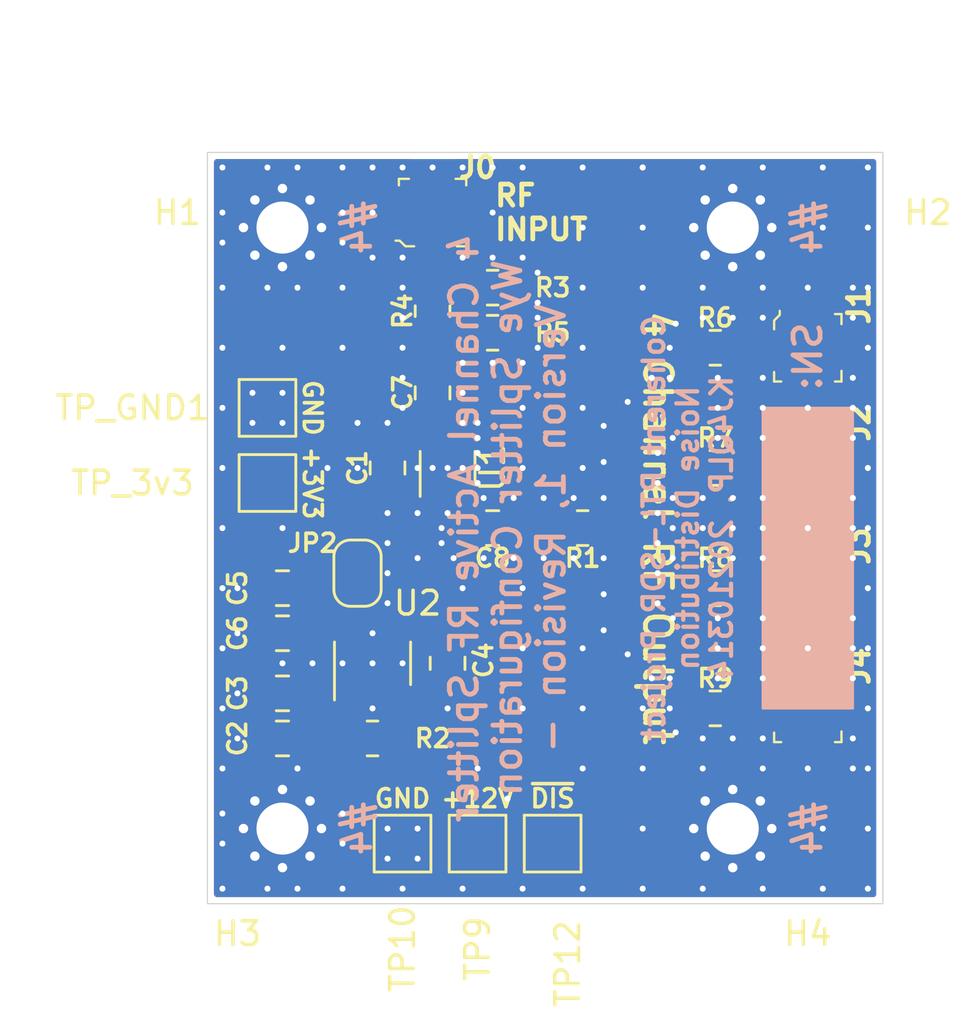
<source format=kicad_pcb>
(kicad_pcb (version 20171130) (host pcbnew 5.1.9-73d0e3b20d~88~ubuntu20.04.1)

  (general
    (thickness 1.6)
    (drawings 24)
    (tracks 294)
    (zones 0)
    (modules 34)
    (nets 17)
  )

  (page USLetter)
  (title_block
    (title "4 Channel Active RF Splitter, V1")
    (date 2021-03-20)
    (rev -)
    (company "Amateur Radio / Phased Arrays")
    (comment 1 "Coherent RTL-SDR Projects")
    (comment 2 creativecommons.org/licenses/by/4.0/)
    (comment 3 "License: CC BY 4.0")
    (comment 4 "Author: Zach Leffke, KJ4QLP")
  )

  (layers
    (0 F.Cu signal)
    (31 B.Cu signal)
    (32 B.Adhes user)
    (33 F.Adhes user)
    (34 B.Paste user)
    (35 F.Paste user)
    (36 B.SilkS user)
    (37 F.SilkS user)
    (38 B.Mask user)
    (39 F.Mask user)
    (40 Dwgs.User user)
    (41 Cmts.User user)
    (42 Eco1.User user)
    (43 Eco2.User user)
    (44 Edge.Cuts user)
    (45 Margin user)
    (46 B.CrtYd user)
    (47 F.CrtYd user)
    (48 B.Fab user)
    (49 F.Fab user hide)
  )

  (setup
    (last_trace_width 0.1524)
    (user_trace_width 0.254)
    (user_trace_width 0.381)
    (user_trace_width 0.508)
    (user_trace_width 0.635)
    (user_trace_width 0.762)
    (user_trace_width 1.016)
    (trace_clearance 0.1524)
    (zone_clearance 0.254)
    (zone_45_only no)
    (trace_min 0.1524)
    (via_size 0.508)
    (via_drill 0.254)
    (via_min_size 0.508)
    (via_min_drill 0.254)
    (user_via 0.508 0.254)
    (uvia_size 0.508)
    (uvia_drill 0.254)
    (uvias_allowed no)
    (uvia_min_size 0.508)
    (uvia_min_drill 0.254)
    (edge_width 0.05)
    (segment_width 0.2)
    (pcb_text_width 0.3)
    (pcb_text_size 1.5 1.5)
    (mod_edge_width 0.12)
    (mod_text_size 1 1)
    (mod_text_width 0.15)
    (pad_size 0.4 2)
    (pad_drill 0)
    (pad_to_mask_clearance 0)
    (aux_axis_origin 0 0)
    (visible_elements FFFDFF7F)
    (pcbplotparams
      (layerselection 0x010fc_ffffffff)
      (usegerberextensions false)
      (usegerberattributes true)
      (usegerberadvancedattributes true)
      (creategerberjobfile true)
      (excludeedgelayer true)
      (linewidth 0.100000)
      (plotframeref false)
      (viasonmask false)
      (mode 1)
      (useauxorigin false)
      (hpglpennumber 1)
      (hpglpenspeed 20)
      (hpglpendiameter 15.000000)
      (psnegative false)
      (psa4output false)
      (plotreference true)
      (plotvalue true)
      (plotinvisibletext false)
      (padsonsilk false)
      (subtractmaskfromsilk false)
      (outputformat 1)
      (mirror false)
      (drillshape 1)
      (scaleselection 1)
      (outputdirectory ""))
  )

  (net 0 "")
  (net 1 +3V3)
  (net 2 GND)
  (net 3 "Net-(R1-Pad2)")
  (net 4 +12V)
  (net 5 "Net-(C4-Pad1)")
  (net 6 "Net-(C5-Pad1)")
  (net 7 "Net-(R2-Pad2)")
  (net 8 "Net-(J0-Pad2)")
  (net 9 "Net-(J1-Pad2)")
  (net 10 "Net-(J2-Pad2)")
  (net 11 "Net-(J3-Pad2)")
  (net 12 "Net-(C7-Pad2)")
  (net 13 "Net-(C7-Pad1)")
  (net 14 "Net-(C8-Pad2)")
  (net 15 "Net-(C8-Pad1)")
  (net 16 "Net-(J4-Pad2)")

  (net_class Default "This is the default net class."
    (clearance 0.1524)
    (trace_width 0.1524)
    (via_dia 0.508)
    (via_drill 0.254)
    (uvia_dia 0.508)
    (uvia_drill 0.254)
    (diff_pair_width 0.254)
    (diff_pair_gap 0.254)
    (add_net +12V)
    (add_net +3V3)
    (add_net GND)
    (add_net "Net-(C4-Pad1)")
    (add_net "Net-(C5-Pad1)")
    (add_net "Net-(C7-Pad1)")
    (add_net "Net-(C7-Pad2)")
    (add_net "Net-(C8-Pad1)")
    (add_net "Net-(C8-Pad2)")
    (add_net "Net-(J0-Pad2)")
    (add_net "Net-(J1-Pad2)")
    (add_net "Net-(J2-Pad2)")
    (add_net "Net-(J3-Pad2)")
    (add_net "Net-(J4-Pad2)")
    (add_net "Net-(R1-Pad2)")
    (add_net "Net-(R2-Pad2)")
  )

  (module digikey-footprints:Molex_734120114_UMC_RF_CONN_Vertical (layer F.Cu) (tedit 5D2892B1) (tstamp 604EE331)
    (at 133.35 78.74 270)
    (path /604EA397)
    (attr smd)
    (fp_text reference J3 (at -1.778 -2.159 90) (layer F.SilkS)
      (effects (font (size 0.889 0.889) (thickness 0.2032)))
    )
    (fp_text value OUT3 (at 0.2 3.175 90) (layer F.Fab)
      (effects (font (size 1 1) (thickness 0.15)))
    )
    (fp_line (start -1.5621 1.18762) (end -1.39446 1.18762) (layer F.SilkS) (width 0.1))
    (fp_line (start -1.38524 1.1927) (end -1.16524 1.4097) (layer F.SilkS) (width 0.1))
    (fp_line (start -1.14554 1.425) (end -0.77978 1.425) (layer F.SilkS) (width 0.1))
    (fp_line (start -1.29794 1.09982) (end -1.09728 1.30048) (layer F.Fab) (width 0.1))
    (fp_line (start -2.25 2.25) (end -2.25 -2.25) (layer F.CrtYd) (width 0.05))
    (fp_line (start 2.25 2.25) (end -2.25 2.25) (layer F.CrtYd) (width 0.05))
    (fp_line (start 2.25 -2.25) (end 2.25 2.25) (layer F.CrtYd) (width 0.05))
    (fp_line (start -2.25 -2.25) (end 2.25 -2.25) (layer F.CrtYd) (width 0.05))
    (fp_line (start 1.425 1.125) (end 1.425 1.425) (layer F.SilkS) (width 0.1))
    (fp_line (start 1.425 1.425) (end 1.025 1.425) (layer F.SilkS) (width 0.1))
    (fp_line (start -1 -1.425) (end -1.425 -1.425) (layer F.SilkS) (width 0.1))
    (fp_line (start -1.425 -1.425) (end -1.425 -1.15) (layer F.SilkS) (width 0.1))
    (fp_line (start 0.975 -1.425) (end 1.425 -1.425) (layer F.SilkS) (width 0.1))
    (fp_line (start 1.425 -1.425) (end 1.425 -1.15) (layer F.SilkS) (width 0.1))
    (fp_line (start -1.3 -1.3) (end -1.3 1.09982) (layer F.Fab) (width 0.1))
    (fp_line (start 1.3 1.3) (end -1.09728 1.3) (layer F.Fab) (width 0.1))
    (fp_line (start 1.3 -1.3) (end 1.3 1.3) (layer F.Fab) (width 0.1))
    (fp_line (start -1.3 -1.3) (end 1.3 -1.3) (layer F.Fab) (width 0.1))
    (fp_text user %R (at -0.05 -0.125 90) (layer F.Fab)
      (effects (font (size 0.5 0.5) (thickness 0.025)))
    )
    (pad 1 smd rect (at -1.5 0 270) (size 1 2.2) (layers F.Cu F.Paste F.Mask)
      (net 2 GND))
    (pad 1 smd rect (at 1.5 0 270) (size 1 2.2) (layers F.Cu F.Paste F.Mask)
      (net 2 GND))
    (pad 2 smd rect (at 0 1.5 270) (size 1 1) (layers F.Cu F.Paste F.Mask)
      (net 11 "Net-(J3-Pad2)"))
    (pad 1 smd rect (at 0 -1.5 270) (size 1 1) (layers F.Cu F.Paste F.Mask)
      (net 2 GND))
  )

  (module Package_TO_SOT_SMD:SOT-363_SC-70-6 (layer F.Cu) (tedit 5A02FF57) (tstamp 6057DD52)
    (at 118.11 73.66 90)
    (descr "SOT-363, SC-70-6")
    (tags "SOT-363 SC-70-6")
    (path /607195F2)
    (attr smd)
    (fp_text reference U1 (at 0 1.905 90) (layer F.SilkS)
      (effects (font (size 1 1) (thickness 0.15)))
    )
    (fp_text value BGA2815 (at 0 2 270) (layer F.Fab)
      (effects (font (size 1 1) (thickness 0.15)))
    )
    (fp_line (start 0.7 -1.16) (end -1.2 -1.16) (layer F.SilkS) (width 0.12))
    (fp_line (start -0.7 1.16) (end 0.7 1.16) (layer F.SilkS) (width 0.12))
    (fp_line (start 1.6 1.4) (end 1.6 -1.4) (layer F.CrtYd) (width 0.05))
    (fp_line (start -1.6 -1.4) (end -1.6 1.4) (layer F.CrtYd) (width 0.05))
    (fp_line (start -1.6 -1.4) (end 1.6 -1.4) (layer F.CrtYd) (width 0.05))
    (fp_line (start 0.675 -1.1) (end -0.175 -1.1) (layer F.Fab) (width 0.1))
    (fp_line (start -0.675 -0.6) (end -0.675 1.1) (layer F.Fab) (width 0.1))
    (fp_line (start -1.6 1.4) (end 1.6 1.4) (layer F.CrtYd) (width 0.05))
    (fp_line (start 0.675 -1.1) (end 0.675 1.1) (layer F.Fab) (width 0.1))
    (fp_line (start 0.675 1.1) (end -0.675 1.1) (layer F.Fab) (width 0.1))
    (fp_line (start -0.175 -1.1) (end -0.675 -0.6) (layer F.Fab) (width 0.1))
    (fp_text user %R (at 0 0) (layer F.Fab)
      (effects (font (size 0.5 0.5) (thickness 0.075)))
    )
    (pad 6 smd rect (at 0.95 -0.65 90) (size 0.65 0.4) (layers F.Cu F.Paste F.Mask)
      (net 13 "Net-(C7-Pad1)"))
    (pad 4 smd rect (at 0.95 0.65 90) (size 0.65 0.4) (layers F.Cu F.Paste F.Mask)
      (net 2 GND))
    (pad 2 smd rect (at -0.95 0 90) (size 0.65 0.4) (layers F.Cu F.Paste F.Mask)
      (net 2 GND))
    (pad 5 smd rect (at 0.95 0 90) (size 0.65 0.4) (layers F.Cu F.Paste F.Mask)
      (net 2 GND))
    (pad 3 smd rect (at -0.95 0.65 90) (size 0.65 0.4) (layers F.Cu F.Paste F.Mask)
      (net 14 "Net-(C8-Pad2)"))
    (pad 1 smd rect (at -0.95 -0.65 90) (size 0.65 0.4) (layers F.Cu F.Paste F.Mask)
      (net 1 +3V3))
    (model ${KISYS3DMOD}/Package_TO_SOT_SMD.3dshapes/SOT-363_SC-70-6.wrl
      (at (xyz 0 0 0))
      (scale (xyz 1 1 1))
      (rotate (xyz 0 0 0))
    )
  )

  (module Capacitor_SMD:C_0805_2012Metric (layer F.Cu) (tedit 5F68FEEE) (tstamp 60575B45)
    (at 120.015 76.2 180)
    (descr "Capacitor SMD 0805 (2012 Metric), square (rectangular) end terminal, IPC_7351 nominal, (Body size source: IPC-SM-782 page 76, https://www.pcb-3d.com/wordpress/wp-content/uploads/ipc-sm-782a_amendment_1_and_2.pdf, https://docs.google.com/spreadsheets/d/1BsfQQcO9C6DZCsRaXUlFlo91Tg2WpOkGARC1WS5S8t0/edit?usp=sharing), generated with kicad-footprint-generator")
    (tags capacitor)
    (path /60687FFE)
    (attr smd)
    (fp_text reference C8 (at 0 -1.27) (layer F.SilkS)
      (effects (font (size 0.762 0.762) (thickness 0.1524)))
    )
    (fp_text value 18pF (at 0 1.68) (layer F.Fab)
      (effects (font (size 1 1) (thickness 0.15)))
    )
    (fp_line (start -1 0.625) (end -1 -0.625) (layer F.Fab) (width 0.1))
    (fp_line (start -1 -0.625) (end 1 -0.625) (layer F.Fab) (width 0.1))
    (fp_line (start 1 -0.625) (end 1 0.625) (layer F.Fab) (width 0.1))
    (fp_line (start 1 0.625) (end -1 0.625) (layer F.Fab) (width 0.1))
    (fp_line (start -0.261252 -0.735) (end 0.261252 -0.735) (layer F.SilkS) (width 0.12))
    (fp_line (start -0.261252 0.735) (end 0.261252 0.735) (layer F.SilkS) (width 0.12))
    (fp_line (start -1.7 0.98) (end -1.7 -0.98) (layer F.CrtYd) (width 0.05))
    (fp_line (start -1.7 -0.98) (end 1.7 -0.98) (layer F.CrtYd) (width 0.05))
    (fp_line (start 1.7 -0.98) (end 1.7 0.98) (layer F.CrtYd) (width 0.05))
    (fp_line (start 1.7 0.98) (end -1.7 0.98) (layer F.CrtYd) (width 0.05))
    (fp_text user %R (at 0 0) (layer F.Fab)
      (effects (font (size 0.5 0.5) (thickness 0.08)))
    )
    (pad 2 smd roundrect (at 0.95 0 180) (size 1 1.45) (layers F.Cu F.Paste F.Mask) (roundrect_rratio 0.25)
      (net 14 "Net-(C8-Pad2)"))
    (pad 1 smd roundrect (at -0.95 0 180) (size 1 1.45) (layers F.Cu F.Paste F.Mask) (roundrect_rratio 0.25)
      (net 15 "Net-(C8-Pad1)"))
    (model ${KISYS3DMOD}/Capacitor_SMD.3dshapes/C_0805_2012Metric.wrl
      (at (xyz 0 0 0))
      (scale (xyz 1 1 1))
      (rotate (xyz 0 0 0))
    )
  )

  (module Capacitor_SMD:C_0805_2012Metric (layer F.Cu) (tedit 5F68FEEE) (tstamp 6057DAA3)
    (at 117.475 70.485 90)
    (descr "Capacitor SMD 0805 (2012 Metric), square (rectangular) end terminal, IPC_7351 nominal, (Body size source: IPC-SM-782 page 76, https://www.pcb-3d.com/wordpress/wp-content/uploads/ipc-sm-782a_amendment_1_and_2.pdf, https://docs.google.com/spreadsheets/d/1BsfQQcO9C6DZCsRaXUlFlo91Tg2WpOkGARC1WS5S8t0/edit?usp=sharing), generated with kicad-footprint-generator")
    (tags capacitor)
    (path /606D07D6)
    (attr smd)
    (fp_text reference C7 (at 0 -1.27 90) (layer F.SilkS)
      (effects (font (size 0.762 0.762) (thickness 0.1524)))
    )
    (fp_text value 18pF (at 0 1.68 90) (layer F.Fab)
      (effects (font (size 1 1) (thickness 0.15)))
    )
    (fp_line (start -1 0.625) (end -1 -0.625) (layer F.Fab) (width 0.1))
    (fp_line (start -1 -0.625) (end 1 -0.625) (layer F.Fab) (width 0.1))
    (fp_line (start 1 -0.625) (end 1 0.625) (layer F.Fab) (width 0.1))
    (fp_line (start 1 0.625) (end -1 0.625) (layer F.Fab) (width 0.1))
    (fp_line (start -0.261252 -0.735) (end 0.261252 -0.735) (layer F.SilkS) (width 0.12))
    (fp_line (start -0.261252 0.735) (end 0.261252 0.735) (layer F.SilkS) (width 0.12))
    (fp_line (start -1.7 0.98) (end -1.7 -0.98) (layer F.CrtYd) (width 0.05))
    (fp_line (start -1.7 -0.98) (end 1.7 -0.98) (layer F.CrtYd) (width 0.05))
    (fp_line (start 1.7 -0.98) (end 1.7 0.98) (layer F.CrtYd) (width 0.05))
    (fp_line (start 1.7 0.98) (end -1.7 0.98) (layer F.CrtYd) (width 0.05))
    (fp_text user %R (at 0 0 90) (layer F.Fab)
      (effects (font (size 0.5 0.5) (thickness 0.08)))
    )
    (pad 2 smd roundrect (at 0.95 0 90) (size 1 1.45) (layers F.Cu F.Paste F.Mask) (roundrect_rratio 0.25)
      (net 12 "Net-(C7-Pad2)"))
    (pad 1 smd roundrect (at -0.95 0 90) (size 1 1.45) (layers F.Cu F.Paste F.Mask) (roundrect_rratio 0.25)
      (net 13 "Net-(C7-Pad1)"))
    (model ${KISYS3DMOD}/Capacitor_SMD.3dshapes/C_0805_2012Metric.wrl
      (at (xyz 0 0 0))
      (scale (xyz 1 1 1))
      (rotate (xyz 0 0 0))
    )
  )

  (module MountingHole:MountingHole_2.2mm_M2_Pad_Via (layer F.Cu) (tedit 56DDB9C7) (tstamp 60545F68)
    (at 111.125 63.5)
    (descr "Mounting Hole 2.2mm, M2")
    (tags "mounting hole 2.2mm m2")
    (path /605D3AEF)
    (attr virtual)
    (fp_text reference H1 (at -4.445 -0.635) (layer F.SilkS)
      (effects (font (size 1 1) (thickness 0.15)))
    )
    (fp_text value MountingHole_Pad (at 0 3.2) (layer F.Fab)
      (effects (font (size 1 1) (thickness 0.15)))
    )
    (fp_circle (center 0 0) (end 2.2 0) (layer Cmts.User) (width 0.15))
    (fp_circle (center 0 0) (end 2.45 0) (layer F.CrtYd) (width 0.05))
    (fp_text user %R (at 0.3 0) (layer F.Fab)
      (effects (font (size 1 1) (thickness 0.15)))
    )
    (pad 1 thru_hole circle (at 1.166726 -1.166726) (size 0.7 0.7) (drill 0.4) (layers *.Cu *.Mask)
      (net 2 GND))
    (pad 1 thru_hole circle (at 0 -1.65) (size 0.7 0.7) (drill 0.4) (layers *.Cu *.Mask)
      (net 2 GND))
    (pad 1 thru_hole circle (at -1.166726 -1.166726) (size 0.7 0.7) (drill 0.4) (layers *.Cu *.Mask)
      (net 2 GND))
    (pad 1 thru_hole circle (at -1.65 0) (size 0.7 0.7) (drill 0.4) (layers *.Cu *.Mask)
      (net 2 GND))
    (pad 1 thru_hole circle (at -1.166726 1.166726) (size 0.7 0.7) (drill 0.4) (layers *.Cu *.Mask)
      (net 2 GND))
    (pad 1 thru_hole circle (at 0 1.65) (size 0.7 0.7) (drill 0.4) (layers *.Cu *.Mask)
      (net 2 GND))
    (pad 1 thru_hole circle (at 1.166726 1.166726) (size 0.7 0.7) (drill 0.4) (layers *.Cu *.Mask)
      (net 2 GND))
    (pad 1 thru_hole circle (at 1.65 0) (size 0.7 0.7) (drill 0.4) (layers *.Cu *.Mask)
      (net 2 GND))
    (pad 1 thru_hole circle (at 0 0) (size 4.4 4.4) (drill 2.2) (layers *.Cu *.Mask)
      (net 2 GND))
  )

  (module Resistor_SMD:R_0805_2012Metric (layer F.Cu) (tedit 5F68FEEE) (tstamp 6057459F)
    (at 129.4365 83.82)
    (descr "Resistor SMD 0805 (2012 Metric), square (rectangular) end terminal, IPC_7351 nominal, (Body size source: IPC-SM-782 page 72, https://www.pcb-3d.com/wordpress/wp-content/uploads/ipc-sm-782a_amendment_1_and_2.pdf), generated with kicad-footprint-generator")
    (tags resistor)
    (path /605E3D27)
    (attr smd)
    (fp_text reference R9 (at 0 -1.27) (layer F.SilkS)
      (effects (font (size 0.762 0.762) (thickness 0.1524)))
    )
    (fp_text value 30 (at 0 1.65) (layer F.Fab)
      (effects (font (size 1 1) (thickness 0.15)))
    )
    (fp_line (start -1 0.625) (end -1 -0.625) (layer F.Fab) (width 0.1))
    (fp_line (start -1 -0.625) (end 1 -0.625) (layer F.Fab) (width 0.1))
    (fp_line (start 1 -0.625) (end 1 0.625) (layer F.Fab) (width 0.1))
    (fp_line (start 1 0.625) (end -1 0.625) (layer F.Fab) (width 0.1))
    (fp_line (start -0.227064 -0.735) (end 0.227064 -0.735) (layer F.SilkS) (width 0.12))
    (fp_line (start -0.227064 0.735) (end 0.227064 0.735) (layer F.SilkS) (width 0.12))
    (fp_line (start -1.68 0.95) (end -1.68 -0.95) (layer F.CrtYd) (width 0.05))
    (fp_line (start -1.68 -0.95) (end 1.68 -0.95) (layer F.CrtYd) (width 0.05))
    (fp_line (start 1.68 -0.95) (end 1.68 0.95) (layer F.CrtYd) (width 0.05))
    (fp_line (start 1.68 0.95) (end -1.68 0.95) (layer F.CrtYd) (width 0.05))
    (fp_text user %R (at 0 0) (layer F.Fab)
      (effects (font (size 0.5 0.5) (thickness 0.08)))
    )
    (pad 2 smd roundrect (at 0.9125 0) (size 1.025 1.4) (layers F.Cu F.Paste F.Mask) (roundrect_rratio 0.243902)
      (net 16 "Net-(J4-Pad2)"))
    (pad 1 smd roundrect (at -0.9125 0) (size 1.025 1.4) (layers F.Cu F.Paste F.Mask) (roundrect_rratio 0.243902)
      (net 3 "Net-(R1-Pad2)"))
    (model ${KISYS3DMOD}/Resistor_SMD.3dshapes/R_0805_2012Metric.wrl
      (at (xyz 0 0 0))
      (scale (xyz 1 1 1))
      (rotate (xyz 0 0 0))
    )
  )

  (module Resistor_SMD:R_0805_2012Metric (layer F.Cu) (tedit 5F68FEEE) (tstamp 6057458E)
    (at 129.4365 78.74)
    (descr "Resistor SMD 0805 (2012 Metric), square (rectangular) end terminal, IPC_7351 nominal, (Body size source: IPC-SM-782 page 72, https://www.pcb-3d.com/wordpress/wp-content/uploads/ipc-sm-782a_amendment_1_and_2.pdf), generated with kicad-footprint-generator")
    (tags resistor)
    (path /605E3326)
    (attr smd)
    (fp_text reference R8 (at 0 -1.27) (layer F.SilkS)
      (effects (font (size 0.762 0.762) (thickness 0.1524)))
    )
    (fp_text value 30 (at 0 1.65) (layer F.Fab)
      (effects (font (size 1 1) (thickness 0.15)))
    )
    (fp_line (start -1 0.625) (end -1 -0.625) (layer F.Fab) (width 0.1))
    (fp_line (start -1 -0.625) (end 1 -0.625) (layer F.Fab) (width 0.1))
    (fp_line (start 1 -0.625) (end 1 0.625) (layer F.Fab) (width 0.1))
    (fp_line (start 1 0.625) (end -1 0.625) (layer F.Fab) (width 0.1))
    (fp_line (start -0.227064 -0.735) (end 0.227064 -0.735) (layer F.SilkS) (width 0.12))
    (fp_line (start -0.227064 0.735) (end 0.227064 0.735) (layer F.SilkS) (width 0.12))
    (fp_line (start -1.68 0.95) (end -1.68 -0.95) (layer F.CrtYd) (width 0.05))
    (fp_line (start -1.68 -0.95) (end 1.68 -0.95) (layer F.CrtYd) (width 0.05))
    (fp_line (start 1.68 -0.95) (end 1.68 0.95) (layer F.CrtYd) (width 0.05))
    (fp_line (start 1.68 0.95) (end -1.68 0.95) (layer F.CrtYd) (width 0.05))
    (fp_text user %R (at 0 0) (layer F.Fab)
      (effects (font (size 0.5 0.5) (thickness 0.08)))
    )
    (pad 2 smd roundrect (at 0.9125 0) (size 1.025 1.4) (layers F.Cu F.Paste F.Mask) (roundrect_rratio 0.243902)
      (net 11 "Net-(J3-Pad2)"))
    (pad 1 smd roundrect (at -0.9125 0) (size 1.025 1.4) (layers F.Cu F.Paste F.Mask) (roundrect_rratio 0.243902)
      (net 3 "Net-(R1-Pad2)"))
    (model ${KISYS3DMOD}/Resistor_SMD.3dshapes/R_0805_2012Metric.wrl
      (at (xyz 0 0 0))
      (scale (xyz 1 1 1))
      (rotate (xyz 0 0 0))
    )
  )

  (module Resistor_SMD:R_0805_2012Metric (layer F.Cu) (tedit 5F68FEEE) (tstamp 6057457D)
    (at 129.4365 73.66)
    (descr "Resistor SMD 0805 (2012 Metric), square (rectangular) end terminal, IPC_7351 nominal, (Body size source: IPC-SM-782 page 72, https://www.pcb-3d.com/wordpress/wp-content/uploads/ipc-sm-782a_amendment_1_and_2.pdf), generated with kicad-footprint-generator")
    (tags resistor)
    (path /605E2D69)
    (attr smd)
    (fp_text reference R7 (at 0 -1.27) (layer F.SilkS)
      (effects (font (size 0.762 0.762) (thickness 0.1524)))
    )
    (fp_text value 30 (at 0 1.65) (layer F.Fab)
      (effects (font (size 1 1) (thickness 0.15)))
    )
    (fp_line (start -1 0.625) (end -1 -0.625) (layer F.Fab) (width 0.1))
    (fp_line (start -1 -0.625) (end 1 -0.625) (layer F.Fab) (width 0.1))
    (fp_line (start 1 -0.625) (end 1 0.625) (layer F.Fab) (width 0.1))
    (fp_line (start 1 0.625) (end -1 0.625) (layer F.Fab) (width 0.1))
    (fp_line (start -0.227064 -0.735) (end 0.227064 -0.735) (layer F.SilkS) (width 0.12))
    (fp_line (start -0.227064 0.735) (end 0.227064 0.735) (layer F.SilkS) (width 0.12))
    (fp_line (start -1.68 0.95) (end -1.68 -0.95) (layer F.CrtYd) (width 0.05))
    (fp_line (start -1.68 -0.95) (end 1.68 -0.95) (layer F.CrtYd) (width 0.05))
    (fp_line (start 1.68 -0.95) (end 1.68 0.95) (layer F.CrtYd) (width 0.05))
    (fp_line (start 1.68 0.95) (end -1.68 0.95) (layer F.CrtYd) (width 0.05))
    (fp_text user %R (at 0 0) (layer F.Fab)
      (effects (font (size 0.5 0.5) (thickness 0.08)))
    )
    (pad 2 smd roundrect (at 0.9125 0) (size 1.025 1.4) (layers F.Cu F.Paste F.Mask) (roundrect_rratio 0.243902)
      (net 10 "Net-(J2-Pad2)"))
    (pad 1 smd roundrect (at -0.9125 0) (size 1.025 1.4) (layers F.Cu F.Paste F.Mask) (roundrect_rratio 0.243902)
      (net 3 "Net-(R1-Pad2)"))
    (model ${KISYS3DMOD}/Resistor_SMD.3dshapes/R_0805_2012Metric.wrl
      (at (xyz 0 0 0))
      (scale (xyz 1 1 1))
      (rotate (xyz 0 0 0))
    )
  )

  (module Resistor_SMD:R_0805_2012Metric (layer F.Cu) (tedit 5F68FEEE) (tstamp 6057456C)
    (at 129.4365 68.58)
    (descr "Resistor SMD 0805 (2012 Metric), square (rectangular) end terminal, IPC_7351 nominal, (Body size source: IPC-SM-782 page 72, https://www.pcb-3d.com/wordpress/wp-content/uploads/ipc-sm-782a_amendment_1_and_2.pdf), generated with kicad-footprint-generator")
    (tags resistor)
    (path /605E2432)
    (attr smd)
    (fp_text reference R6 (at 0 -1.27) (layer F.SilkS)
      (effects (font (size 0.762 0.762) (thickness 0.1524)))
    )
    (fp_text value 30 (at 0 1.65) (layer F.Fab)
      (effects (font (size 1 1) (thickness 0.15)))
    )
    (fp_line (start -1 0.625) (end -1 -0.625) (layer F.Fab) (width 0.1))
    (fp_line (start -1 -0.625) (end 1 -0.625) (layer F.Fab) (width 0.1))
    (fp_line (start 1 -0.625) (end 1 0.625) (layer F.Fab) (width 0.1))
    (fp_line (start 1 0.625) (end -1 0.625) (layer F.Fab) (width 0.1))
    (fp_line (start -0.227064 -0.735) (end 0.227064 -0.735) (layer F.SilkS) (width 0.12))
    (fp_line (start -0.227064 0.735) (end 0.227064 0.735) (layer F.SilkS) (width 0.12))
    (fp_line (start -1.68 0.95) (end -1.68 -0.95) (layer F.CrtYd) (width 0.05))
    (fp_line (start -1.68 -0.95) (end 1.68 -0.95) (layer F.CrtYd) (width 0.05))
    (fp_line (start 1.68 -0.95) (end 1.68 0.95) (layer F.CrtYd) (width 0.05))
    (fp_line (start 1.68 0.95) (end -1.68 0.95) (layer F.CrtYd) (width 0.05))
    (fp_text user %R (at 0 0) (layer F.Fab)
      (effects (font (size 0.5 0.5) (thickness 0.08)))
    )
    (pad 2 smd roundrect (at 0.9125 0) (size 1.025 1.4) (layers F.Cu F.Paste F.Mask) (roundrect_rratio 0.243902)
      (net 9 "Net-(J1-Pad2)"))
    (pad 1 smd roundrect (at -0.9125 0) (size 1.025 1.4) (layers F.Cu F.Paste F.Mask) (roundrect_rratio 0.243902)
      (net 3 "Net-(R1-Pad2)"))
    (model ${KISYS3DMOD}/Resistor_SMD.3dshapes/R_0805_2012Metric.wrl
      (at (xyz 0 0 0))
      (scale (xyz 1 1 1))
      (rotate (xyz 0 0 0))
    )
  )

  (module Resistor_SMD:R_0805_2012Metric (layer F.Cu) (tedit 5F68FEEE) (tstamp 6057E7C1)
    (at 120.015 67.945)
    (descr "Resistor SMD 0805 (2012 Metric), square (rectangular) end terminal, IPC_7351 nominal, (Body size source: IPC-SM-782 page 72, https://www.pcb-3d.com/wordpress/wp-content/uploads/ipc-sm-782a_amendment_1_and_2.pdf), generated with kicad-footprint-generator")
    (tags resistor)
    (path /6062C624)
    (attr smd)
    (fp_text reference R5 (at 2.54 0) (layer F.SilkS)
      (effects (font (size 0.762 0.762) (thickness 0.1524)))
    )
    (fp_text value 300 (at 0 1.65) (layer F.Fab)
      (effects (font (size 1 1) (thickness 0.15)))
    )
    (fp_line (start -1 0.625) (end -1 -0.625) (layer F.Fab) (width 0.1))
    (fp_line (start -1 -0.625) (end 1 -0.625) (layer F.Fab) (width 0.1))
    (fp_line (start 1 -0.625) (end 1 0.625) (layer F.Fab) (width 0.1))
    (fp_line (start 1 0.625) (end -1 0.625) (layer F.Fab) (width 0.1))
    (fp_line (start -0.227064 -0.735) (end 0.227064 -0.735) (layer F.SilkS) (width 0.12))
    (fp_line (start -0.227064 0.735) (end 0.227064 0.735) (layer F.SilkS) (width 0.12))
    (fp_line (start -1.68 0.95) (end -1.68 -0.95) (layer F.CrtYd) (width 0.05))
    (fp_line (start -1.68 -0.95) (end 1.68 -0.95) (layer F.CrtYd) (width 0.05))
    (fp_line (start 1.68 -0.95) (end 1.68 0.95) (layer F.CrtYd) (width 0.05))
    (fp_line (start 1.68 0.95) (end -1.68 0.95) (layer F.CrtYd) (width 0.05))
    (fp_text user %R (at 0 0) (layer F.Fab)
      (effects (font (size 0.5 0.5) (thickness 0.08)))
    )
    (pad 2 smd roundrect (at 0.9125 0) (size 1.025 1.4) (layers F.Cu F.Paste F.Mask) (roundrect_rratio 0.243902)
      (net 2 GND))
    (pad 1 smd roundrect (at -0.9125 0) (size 1.025 1.4) (layers F.Cu F.Paste F.Mask) (roundrect_rratio 0.243902)
      (net 12 "Net-(C7-Pad2)"))
    (model ${KISYS3DMOD}/Resistor_SMD.3dshapes/R_0805_2012Metric.wrl
      (at (xyz 0 0 0))
      (scale (xyz 1 1 1))
      (rotate (xyz 0 0 0))
    )
  )

  (module Resistor_SMD:R_0805_2012Metric (layer F.Cu) (tedit 5F68FEEE) (tstamp 6057454A)
    (at 117.475 67.0325 270)
    (descr "Resistor SMD 0805 (2012 Metric), square (rectangular) end terminal, IPC_7351 nominal, (Body size source: IPC-SM-782 page 72, https://www.pcb-3d.com/wordpress/wp-content/uploads/ipc-sm-782a_amendment_1_and_2.pdf), generated with kicad-footprint-generator")
    (tags resistor)
    (path /60629360)
    (attr smd)
    (fp_text reference R4 (at 0 1.27 90) (layer F.SilkS)
      (effects (font (size 0.762 0.762) (thickness 0.1524)))
    )
    (fp_text value 17.8 (at 0 1.65 90) (layer F.Fab)
      (effects (font (size 1 1) (thickness 0.15)))
    )
    (fp_line (start -1 0.625) (end -1 -0.625) (layer F.Fab) (width 0.1))
    (fp_line (start -1 -0.625) (end 1 -0.625) (layer F.Fab) (width 0.1))
    (fp_line (start 1 -0.625) (end 1 0.625) (layer F.Fab) (width 0.1))
    (fp_line (start 1 0.625) (end -1 0.625) (layer F.Fab) (width 0.1))
    (fp_line (start -0.227064 -0.735) (end 0.227064 -0.735) (layer F.SilkS) (width 0.12))
    (fp_line (start -0.227064 0.735) (end 0.227064 0.735) (layer F.SilkS) (width 0.12))
    (fp_line (start -1.68 0.95) (end -1.68 -0.95) (layer F.CrtYd) (width 0.05))
    (fp_line (start -1.68 -0.95) (end 1.68 -0.95) (layer F.CrtYd) (width 0.05))
    (fp_line (start 1.68 -0.95) (end 1.68 0.95) (layer F.CrtYd) (width 0.05))
    (fp_line (start 1.68 0.95) (end -1.68 0.95) (layer F.CrtYd) (width 0.05))
    (fp_text user %R (at 0 0 90) (layer F.Fab)
      (effects (font (size 0.5 0.5) (thickness 0.08)))
    )
    (pad 2 smd roundrect (at 0.9125 0 270) (size 1.025 1.4) (layers F.Cu F.Paste F.Mask) (roundrect_rratio 0.243902)
      (net 12 "Net-(C7-Pad2)"))
    (pad 1 smd roundrect (at -0.9125 0 270) (size 1.025 1.4) (layers F.Cu F.Paste F.Mask) (roundrect_rratio 0.243902)
      (net 8 "Net-(J0-Pad2)"))
    (model ${KISYS3DMOD}/Resistor_SMD.3dshapes/R_0805_2012Metric.wrl
      (at (xyz 0 0 0))
      (scale (xyz 1 1 1))
      (rotate (xyz 0 0 0))
    )
  )

  (module Resistor_SMD:R_0805_2012Metric (layer F.Cu) (tedit 5F68FEEE) (tstamp 60574539)
    (at 120.015 66.04)
    (descr "Resistor SMD 0805 (2012 Metric), square (rectangular) end terminal, IPC_7351 nominal, (Body size source: IPC-SM-782 page 72, https://www.pcb-3d.com/wordpress/wp-content/uploads/ipc-sm-782a_amendment_1_and_2.pdf), generated with kicad-footprint-generator")
    (tags resistor)
    (path /6062A147)
    (attr smd)
    (fp_text reference R3 (at 2.54 0) (layer F.SilkS)
      (effects (font (size 0.762 0.762) (thickness 0.1524)))
    )
    (fp_text value 300 (at 0 1.65) (layer F.Fab)
      (effects (font (size 1 1) (thickness 0.15)))
    )
    (fp_line (start -1 0.625) (end -1 -0.625) (layer F.Fab) (width 0.1))
    (fp_line (start -1 -0.625) (end 1 -0.625) (layer F.Fab) (width 0.1))
    (fp_line (start 1 -0.625) (end 1 0.625) (layer F.Fab) (width 0.1))
    (fp_line (start 1 0.625) (end -1 0.625) (layer F.Fab) (width 0.1))
    (fp_line (start -0.227064 -0.735) (end 0.227064 -0.735) (layer F.SilkS) (width 0.12))
    (fp_line (start -0.227064 0.735) (end 0.227064 0.735) (layer F.SilkS) (width 0.12))
    (fp_line (start -1.68 0.95) (end -1.68 -0.95) (layer F.CrtYd) (width 0.05))
    (fp_line (start -1.68 -0.95) (end 1.68 -0.95) (layer F.CrtYd) (width 0.05))
    (fp_line (start 1.68 -0.95) (end 1.68 0.95) (layer F.CrtYd) (width 0.05))
    (fp_line (start 1.68 0.95) (end -1.68 0.95) (layer F.CrtYd) (width 0.05))
    (fp_text user %R (at 0 0) (layer F.Fab)
      (effects (font (size 0.5 0.5) (thickness 0.08)))
    )
    (pad 2 smd roundrect (at 0.9125 0) (size 1.025 1.4) (layers F.Cu F.Paste F.Mask) (roundrect_rratio 0.243902)
      (net 2 GND))
    (pad 1 smd roundrect (at -0.9125 0) (size 1.025 1.4) (layers F.Cu F.Paste F.Mask) (roundrect_rratio 0.243902)
      (net 8 "Net-(J0-Pad2)"))
    (model ${KISYS3DMOD}/Resistor_SMD.3dshapes/R_0805_2012Metric.wrl
      (at (xyz 0 0 0))
      (scale (xyz 1 1 1))
      (rotate (xyz 0 0 0))
    )
  )

  (module Package_TO_SOT_SMD:SOT-23-5 (layer F.Cu) (tedit 5A02FF57) (tstamp 6052ED0F)
    (at 114.935 81.915 90)
    (descr "5-pin SOT23 package")
    (tags SOT-23-5)
    (path /60537682)
    (attr smd)
    (fp_text reference U2 (at 2.54 1.905 180) (layer F.SilkS)
      (effects (font (size 1 1) (thickness 0.15)))
    )
    (fp_text value LP2985-3.3 (at 0 2.9 90) (layer F.Fab)
      (effects (font (size 1 1) (thickness 0.15)))
    )
    (fp_line (start -0.9 1.61) (end 0.9 1.61) (layer F.SilkS) (width 0.12))
    (fp_line (start 0.9 -1.61) (end -1.55 -1.61) (layer F.SilkS) (width 0.12))
    (fp_line (start -1.9 -1.8) (end 1.9 -1.8) (layer F.CrtYd) (width 0.05))
    (fp_line (start 1.9 -1.8) (end 1.9 1.8) (layer F.CrtYd) (width 0.05))
    (fp_line (start 1.9 1.8) (end -1.9 1.8) (layer F.CrtYd) (width 0.05))
    (fp_line (start -1.9 1.8) (end -1.9 -1.8) (layer F.CrtYd) (width 0.05))
    (fp_line (start -0.9 -0.9) (end -0.25 -1.55) (layer F.Fab) (width 0.1))
    (fp_line (start 0.9 -1.55) (end -0.25 -1.55) (layer F.Fab) (width 0.1))
    (fp_line (start -0.9 -0.9) (end -0.9 1.55) (layer F.Fab) (width 0.1))
    (fp_line (start 0.9 1.55) (end -0.9 1.55) (layer F.Fab) (width 0.1))
    (fp_line (start 0.9 -1.55) (end 0.9 1.55) (layer F.Fab) (width 0.1))
    (fp_text user %R (at 0 0) (layer F.Fab)
      (effects (font (size 0.5 0.5) (thickness 0.075)))
    )
    (pad 5 smd rect (at 1.1 -0.95 90) (size 1.06 0.65) (layers F.Cu F.Paste F.Mask)
      (net 6 "Net-(C5-Pad1)"))
    (pad 4 smd rect (at 1.1 0.95 90) (size 1.06 0.65) (layers F.Cu F.Paste F.Mask)
      (net 5 "Net-(C4-Pad1)"))
    (pad 3 smd rect (at -1.1 0.95 90) (size 1.06 0.65) (layers F.Cu F.Paste F.Mask)
      (net 7 "Net-(R2-Pad2)"))
    (pad 2 smd rect (at -1.1 0 90) (size 1.06 0.65) (layers F.Cu F.Paste F.Mask)
      (net 2 GND))
    (pad 1 smd rect (at -1.1 -0.95 90) (size 1.06 0.65) (layers F.Cu F.Paste F.Mask)
      (net 4 +12V))
    (model ${KISYS3DMOD}/Package_TO_SOT_SMD.3dshapes/SOT-23-5.wrl
      (at (xyz 0 0 0))
      (scale (xyz 1 1 1))
      (rotate (xyz 0 0 0))
    )
  )

  (module Jumper:SolderJumper-2_P1.3mm_Open_RoundedPad1.0x1.5mm (layer F.Cu) (tedit 5B391E66) (tstamp 604F926B)
    (at 114.3 78.105 90)
    (descr "SMD Solder Jumper, 1x1.5mm, rounded Pads, 0.3mm gap, open")
    (tags "solder jumper open")
    (path /607555FF)
    (attr virtual)
    (fp_text reference JP2 (at 1.27 -1.905) (layer F.SilkS)
      (effects (font (size 0.762 0.762) (thickness 0.1524)))
    )
    (fp_text value VREG (at 0 1.9 90) (layer F.Fab)
      (effects (font (size 1 1) (thickness 0.15)))
    )
    (fp_line (start -1.4 0.3) (end -1.4 -0.3) (layer F.SilkS) (width 0.12))
    (fp_line (start 0.7 1) (end -0.7 1) (layer F.SilkS) (width 0.12))
    (fp_line (start 1.4 -0.3) (end 1.4 0.3) (layer F.SilkS) (width 0.12))
    (fp_line (start -0.7 -1) (end 0.7 -1) (layer F.SilkS) (width 0.12))
    (fp_line (start -1.65 -1.25) (end 1.65 -1.25) (layer F.CrtYd) (width 0.05))
    (fp_line (start -1.65 -1.25) (end -1.65 1.25) (layer F.CrtYd) (width 0.05))
    (fp_line (start 1.65 1.25) (end 1.65 -1.25) (layer F.CrtYd) (width 0.05))
    (fp_line (start 1.65 1.25) (end -1.65 1.25) (layer F.CrtYd) (width 0.05))
    (fp_arc (start -0.7 -0.3) (end -0.7 -1) (angle -90) (layer F.SilkS) (width 0.12))
    (fp_arc (start -0.7 0.3) (end -1.4 0.3) (angle -90) (layer F.SilkS) (width 0.12))
    (fp_arc (start 0.7 0.3) (end 0.7 1) (angle -90) (layer F.SilkS) (width 0.12))
    (fp_arc (start 0.7 -0.3) (end 1.4 -0.3) (angle -90) (layer F.SilkS) (width 0.12))
    (pad 2 smd custom (at 0.65 0 90) (size 1 0.5) (layers F.Cu F.Mask)
      (net 1 +3V3) (zone_connect 2)
      (options (clearance outline) (anchor rect))
      (primitives
        (gr_circle (center 0 0.25) (end 0.5 0.25) (width 0))
        (gr_circle (center 0 -0.25) (end 0.5 -0.25) (width 0))
        (gr_poly (pts
           (xy 0 -0.75) (xy -0.5 -0.75) (xy -0.5 0.75) (xy 0 0.75)) (width 0))
      ))
    (pad 1 smd custom (at -0.65 0 90) (size 1 0.5) (layers F.Cu F.Mask)
      (net 6 "Net-(C5-Pad1)") (zone_connect 2)
      (options (clearance outline) (anchor rect))
      (primitives
        (gr_circle (center 0 0.25) (end 0.5 0.25) (width 0))
        (gr_circle (center 0 -0.25) (end 0.5 -0.25) (width 0))
        (gr_poly (pts
           (xy 0 -0.75) (xy 0.5 -0.75) (xy 0.5 0.75) (xy 0 0.75)) (width 0))
      ))
  )

  (module TestPoint:TestPoint_Pad_2.0x2.0mm (layer F.Cu) (tedit 5A0F774F) (tstamp 604FB9A2)
    (at 122.555 89.535)
    (descr "SMD rectangular pad as test Point, square 2.0mm side length")
    (tags "test point SMD pad rectangle square")
    (path /607C7AA9)
    (attr virtual)
    (fp_text reference TP12 (at 0.635 5.08 -90) (layer F.SilkS)
      (effects (font (size 1 1) (thickness 0.15)))
    )
    (fp_text value TestPoint (at 0 2.05) (layer F.Fab)
      (effects (font (size 1 1) (thickness 0.15)))
    )
    (fp_line (start -1.2 -1.2) (end 1.2 -1.2) (layer F.SilkS) (width 0.12))
    (fp_line (start 1.2 -1.2) (end 1.2 1.2) (layer F.SilkS) (width 0.12))
    (fp_line (start 1.2 1.2) (end -1.2 1.2) (layer F.SilkS) (width 0.12))
    (fp_line (start -1.2 1.2) (end -1.2 -1.2) (layer F.SilkS) (width 0.12))
    (fp_line (start -1.5 -1.5) (end 1.5 -1.5) (layer F.CrtYd) (width 0.05))
    (fp_line (start -1.5 -1.5) (end -1.5 1.5) (layer F.CrtYd) (width 0.05))
    (fp_line (start 1.5 1.5) (end 1.5 -1.5) (layer F.CrtYd) (width 0.05))
    (fp_line (start 1.5 1.5) (end -1.5 1.5) (layer F.CrtYd) (width 0.05))
    (fp_text user %R (at 0 -2) (layer F.Fab)
      (effects (font (size 1 1) (thickness 0.15)))
    )
    (pad 1 smd rect (at 0 0) (size 2 2) (layers F.Cu F.Mask)
      (net 7 "Net-(R2-Pad2)"))
  )

  (module TestPoint:TestPoint_Pad_2.0x2.0mm (layer F.Cu) (tedit 5A0F774F) (tstamp 604F92F0)
    (at 116.205 89.535)
    (descr "SMD rectangular pad as test Point, square 2.0mm side length")
    (tags "test point SMD pad rectangle square")
    (path /607509CC)
    (attr virtual)
    (fp_text reference TP10 (at 0 4.445 -90) (layer F.SilkS)
      (effects (font (size 1 1) (thickness 0.15)))
    )
    (fp_text value TestPoint (at 0 2.05) (layer F.Fab)
      (effects (font (size 1 1) (thickness 0.15)))
    )
    (fp_line (start -1.2 -1.2) (end 1.2 -1.2) (layer F.SilkS) (width 0.12))
    (fp_line (start 1.2 -1.2) (end 1.2 1.2) (layer F.SilkS) (width 0.12))
    (fp_line (start 1.2 1.2) (end -1.2 1.2) (layer F.SilkS) (width 0.12))
    (fp_line (start -1.2 1.2) (end -1.2 -1.2) (layer F.SilkS) (width 0.12))
    (fp_line (start -1.5 -1.5) (end 1.5 -1.5) (layer F.CrtYd) (width 0.05))
    (fp_line (start -1.5 -1.5) (end -1.5 1.5) (layer F.CrtYd) (width 0.05))
    (fp_line (start 1.5 1.5) (end 1.5 -1.5) (layer F.CrtYd) (width 0.05))
    (fp_line (start 1.5 1.5) (end -1.5 1.5) (layer F.CrtYd) (width 0.05))
    (fp_text user %R (at 0 -2) (layer F.Fab)
      (effects (font (size 1 1) (thickness 0.15)))
    )
    (pad 1 smd rect (at 0 0) (size 2 2) (layers F.Cu F.Mask)
      (net 2 GND))
  )

  (module TestPoint:TestPoint_Pad_2.0x2.0mm (layer F.Cu) (tedit 5A0F774F) (tstamp 604F92E2)
    (at 119.38 89.535)
    (descr "SMD rectangular pad as test Point, square 2.0mm side length")
    (tags "test point SMD pad rectangle square")
    (path /6074B38A)
    (attr virtual)
    (fp_text reference TP9 (at 0 4.445 -90) (layer F.SilkS)
      (effects (font (size 1 1) (thickness 0.15)))
    )
    (fp_text value TestPoint (at 0 2.05) (layer F.Fab)
      (effects (font (size 1 1) (thickness 0.15)))
    )
    (fp_line (start -1.2 -1.2) (end 1.2 -1.2) (layer F.SilkS) (width 0.12))
    (fp_line (start 1.2 -1.2) (end 1.2 1.2) (layer F.SilkS) (width 0.12))
    (fp_line (start 1.2 1.2) (end -1.2 1.2) (layer F.SilkS) (width 0.12))
    (fp_line (start -1.2 1.2) (end -1.2 -1.2) (layer F.SilkS) (width 0.12))
    (fp_line (start -1.5 -1.5) (end 1.5 -1.5) (layer F.CrtYd) (width 0.05))
    (fp_line (start -1.5 -1.5) (end -1.5 1.5) (layer F.CrtYd) (width 0.05))
    (fp_line (start 1.5 1.5) (end 1.5 -1.5) (layer F.CrtYd) (width 0.05))
    (fp_line (start 1.5 1.5) (end -1.5 1.5) (layer F.CrtYd) (width 0.05))
    (fp_text user %R (at 0 -2) (layer F.Fab)
      (effects (font (size 1 1) (thickness 0.15)))
    )
    (pad 1 smd rect (at 0 0) (size 2 2) (layers F.Cu F.Mask)
      (net 4 +12V))
  )

  (module Resistor_SMD:R_0805_2012Metric (layer F.Cu) (tedit 5F68FEEE) (tstamp 604F929C)
    (at 114.935 85.09)
    (descr "Resistor SMD 0805 (2012 Metric), square (rectangular) end terminal, IPC_7351 nominal, (Body size source: IPC-SM-782 page 72, https://www.pcb-3d.com/wordpress/wp-content/uploads/ipc-sm-782a_amendment_1_and_2.pdf), generated with kicad-footprint-generator")
    (tags resistor)
    (path /607368DA)
    (attr smd)
    (fp_text reference R2 (at 2.54 0) (layer F.SilkS)
      (effects (font (size 0.762 0.762) (thickness 0.1524)))
    )
    (fp_text value 100k (at 0 1.65) (layer F.Fab)
      (effects (font (size 1 1) (thickness 0.15)))
    )
    (fp_line (start -1 0.625) (end -1 -0.625) (layer F.Fab) (width 0.1))
    (fp_line (start -1 -0.625) (end 1 -0.625) (layer F.Fab) (width 0.1))
    (fp_line (start 1 -0.625) (end 1 0.625) (layer F.Fab) (width 0.1))
    (fp_line (start 1 0.625) (end -1 0.625) (layer F.Fab) (width 0.1))
    (fp_line (start -0.227064 -0.735) (end 0.227064 -0.735) (layer F.SilkS) (width 0.12))
    (fp_line (start -0.227064 0.735) (end 0.227064 0.735) (layer F.SilkS) (width 0.12))
    (fp_line (start -1.68 0.95) (end -1.68 -0.95) (layer F.CrtYd) (width 0.05))
    (fp_line (start -1.68 -0.95) (end 1.68 -0.95) (layer F.CrtYd) (width 0.05))
    (fp_line (start 1.68 -0.95) (end 1.68 0.95) (layer F.CrtYd) (width 0.05))
    (fp_line (start 1.68 0.95) (end -1.68 0.95) (layer F.CrtYd) (width 0.05))
    (fp_text user %R (at 0 0) (layer F.Fab)
      (effects (font (size 0.5 0.5) (thickness 0.08)))
    )
    (pad 2 smd roundrect (at 0.9125 0) (size 1.025 1.4) (layers F.Cu F.Paste F.Mask) (roundrect_rratio 0.243902)
      (net 7 "Net-(R2-Pad2)"))
    (pad 1 smd roundrect (at -0.9125 0) (size 1.025 1.4) (layers F.Cu F.Paste F.Mask) (roundrect_rratio 0.243902)
      (net 4 +12V))
    (model ${KISYS3DMOD}/Resistor_SMD.3dshapes/R_0805_2012Metric.wrl
      (at (xyz 0 0 0))
      (scale (xyz 1 1 1))
      (rotate (xyz 0 0 0))
    )
  )

  (module Capacitor_SMD:C_0805_2012Metric (layer F.Cu) (tedit 5F68FEEE) (tstamp 605496B1)
    (at 111.125 80.645 180)
    (descr "Capacitor SMD 0805 (2012 Metric), square (rectangular) end terminal, IPC_7351 nominal, (Body size source: IPC-SM-782 page 76, https://www.pcb-3d.com/wordpress/wp-content/uploads/ipc-sm-782a_amendment_1_and_2.pdf, https://docs.google.com/spreadsheets/d/1BsfQQcO9C6DZCsRaXUlFlo91Tg2WpOkGARC1WS5S8t0/edit?usp=sharing), generated with kicad-footprint-generator")
    (tags capacitor)
    (path /60746049)
    (attr smd)
    (fp_text reference C6 (at 1.905 0 270) (layer F.SilkS)
      (effects (font (size 0.762 0.762) (thickness 0.1524)))
    )
    (fp_text value 0.1uF (at 0 1.68) (layer F.Fab)
      (effects (font (size 1 1) (thickness 0.15)))
    )
    (fp_line (start -1 0.625) (end -1 -0.625) (layer F.Fab) (width 0.1))
    (fp_line (start -1 -0.625) (end 1 -0.625) (layer F.Fab) (width 0.1))
    (fp_line (start 1 -0.625) (end 1 0.625) (layer F.Fab) (width 0.1))
    (fp_line (start 1 0.625) (end -1 0.625) (layer F.Fab) (width 0.1))
    (fp_line (start -0.261252 -0.735) (end 0.261252 -0.735) (layer F.SilkS) (width 0.12))
    (fp_line (start -0.261252 0.735) (end 0.261252 0.735) (layer F.SilkS) (width 0.12))
    (fp_line (start -1.7 0.98) (end -1.7 -0.98) (layer F.CrtYd) (width 0.05))
    (fp_line (start -1.7 -0.98) (end 1.7 -0.98) (layer F.CrtYd) (width 0.05))
    (fp_line (start 1.7 -0.98) (end 1.7 0.98) (layer F.CrtYd) (width 0.05))
    (fp_line (start 1.7 0.98) (end -1.7 0.98) (layer F.CrtYd) (width 0.05))
    (fp_text user %R (at 0 0) (layer F.Fab)
      (effects (font (size 0.5 0.5) (thickness 0.08)))
    )
    (pad 2 smd roundrect (at 0.95 0 180) (size 1 1.45) (layers F.Cu F.Paste F.Mask) (roundrect_rratio 0.25)
      (net 2 GND))
    (pad 1 smd roundrect (at -0.95 0 180) (size 1 1.45) (layers F.Cu F.Paste F.Mask) (roundrect_rratio 0.25)
      (net 6 "Net-(C5-Pad1)"))
    (model ${KISYS3DMOD}/Capacitor_SMD.3dshapes/C_0805_2012Metric.wrl
      (at (xyz 0 0 0))
      (scale (xyz 1 1 1))
      (rotate (xyz 0 0 0))
    )
  )

  (module Capacitor_SMD:C_0805_2012Metric (layer F.Cu) (tedit 5F68FEEE) (tstamp 604F900A)
    (at 111.125 78.74 180)
    (descr "Capacitor SMD 0805 (2012 Metric), square (rectangular) end terminal, IPC_7351 nominal, (Body size source: IPC-SM-782 page 76, https://www.pcb-3d.com/wordpress/wp-content/uploads/ipc-sm-782a_amendment_1_and_2.pdf, https://docs.google.com/spreadsheets/d/1BsfQQcO9C6DZCsRaXUlFlo91Tg2WpOkGARC1WS5S8t0/edit?usp=sharing), generated with kicad-footprint-generator")
    (tags capacitor)
    (path /6074593D)
    (attr smd)
    (fp_text reference C5 (at 1.905 0 90) (layer F.SilkS)
      (effects (font (size 0.762 0.762) (thickness 0.1524)))
    )
    (fp_text value 10uF (at 0 1.68) (layer F.Fab)
      (effects (font (size 1 1) (thickness 0.15)))
    )
    (fp_line (start -1 0.625) (end -1 -0.625) (layer F.Fab) (width 0.1))
    (fp_line (start -1 -0.625) (end 1 -0.625) (layer F.Fab) (width 0.1))
    (fp_line (start 1 -0.625) (end 1 0.625) (layer F.Fab) (width 0.1))
    (fp_line (start 1 0.625) (end -1 0.625) (layer F.Fab) (width 0.1))
    (fp_line (start -0.261252 -0.735) (end 0.261252 -0.735) (layer F.SilkS) (width 0.12))
    (fp_line (start -0.261252 0.735) (end 0.261252 0.735) (layer F.SilkS) (width 0.12))
    (fp_line (start -1.7 0.98) (end -1.7 -0.98) (layer F.CrtYd) (width 0.05))
    (fp_line (start -1.7 -0.98) (end 1.7 -0.98) (layer F.CrtYd) (width 0.05))
    (fp_line (start 1.7 -0.98) (end 1.7 0.98) (layer F.CrtYd) (width 0.05))
    (fp_line (start 1.7 0.98) (end -1.7 0.98) (layer F.CrtYd) (width 0.05))
    (fp_text user %R (at 0 0) (layer F.Fab)
      (effects (font (size 0.5 0.5) (thickness 0.08)))
    )
    (pad 2 smd roundrect (at 0.95 0 180) (size 1 1.45) (layers F.Cu F.Paste F.Mask) (roundrect_rratio 0.25)
      (net 2 GND))
    (pad 1 smd roundrect (at -0.95 0 180) (size 1 1.45) (layers F.Cu F.Paste F.Mask) (roundrect_rratio 0.25)
      (net 6 "Net-(C5-Pad1)"))
    (model ${KISYS3DMOD}/Capacitor_SMD.3dshapes/C_0805_2012Metric.wrl
      (at (xyz 0 0 0))
      (scale (xyz 1 1 1))
      (rotate (xyz 0 0 0))
    )
  )

  (module Capacitor_SMD:C_0805_2012Metric (layer F.Cu) (tedit 5F68FEEE) (tstamp 604F8FF9)
    (at 118.11 81.915 270)
    (descr "Capacitor SMD 0805 (2012 Metric), square (rectangular) end terminal, IPC_7351 nominal, (Body size source: IPC-SM-782 page 76, https://www.pcb-3d.com/wordpress/wp-content/uploads/ipc-sm-782a_amendment_1_and_2.pdf, https://docs.google.com/spreadsheets/d/1BsfQQcO9C6DZCsRaXUlFlo91Tg2WpOkGARC1WS5S8t0/edit?usp=sharing), generated with kicad-footprint-generator")
    (tags capacitor)
    (path /60745109)
    (attr smd)
    (fp_text reference C4 (at -0.127 -1.524 90) (layer F.SilkS)
      (effects (font (size 0.762 0.762) (thickness 0.1524)))
    )
    (fp_text value 0.1uF (at 0 1.68 90) (layer F.Fab)
      (effects (font (size 1 1) (thickness 0.15)))
    )
    (fp_line (start -1 0.625) (end -1 -0.625) (layer F.Fab) (width 0.1))
    (fp_line (start -1 -0.625) (end 1 -0.625) (layer F.Fab) (width 0.1))
    (fp_line (start 1 -0.625) (end 1 0.625) (layer F.Fab) (width 0.1))
    (fp_line (start 1 0.625) (end -1 0.625) (layer F.Fab) (width 0.1))
    (fp_line (start -0.261252 -0.735) (end 0.261252 -0.735) (layer F.SilkS) (width 0.12))
    (fp_line (start -0.261252 0.735) (end 0.261252 0.735) (layer F.SilkS) (width 0.12))
    (fp_line (start -1.7 0.98) (end -1.7 -0.98) (layer F.CrtYd) (width 0.05))
    (fp_line (start -1.7 -0.98) (end 1.7 -0.98) (layer F.CrtYd) (width 0.05))
    (fp_line (start 1.7 -0.98) (end 1.7 0.98) (layer F.CrtYd) (width 0.05))
    (fp_line (start 1.7 0.98) (end -1.7 0.98) (layer F.CrtYd) (width 0.05))
    (fp_text user %R (at 0 0 90) (layer F.Fab)
      (effects (font (size 0.5 0.5) (thickness 0.08)))
    )
    (pad 2 smd roundrect (at 0.95 0 270) (size 1 1.45) (layers F.Cu F.Paste F.Mask) (roundrect_rratio 0.25)
      (net 2 GND))
    (pad 1 smd roundrect (at -0.95 0 270) (size 1 1.45) (layers F.Cu F.Paste F.Mask) (roundrect_rratio 0.25)
      (net 5 "Net-(C4-Pad1)"))
    (model ${KISYS3DMOD}/Capacitor_SMD.3dshapes/C_0805_2012Metric.wrl
      (at (xyz 0 0 0))
      (scale (xyz 1 1 1))
      (rotate (xyz 0 0 0))
    )
  )

  (module Capacitor_SMD:C_0805_2012Metric (layer F.Cu) (tedit 5F68FEEE) (tstamp 605055F4)
    (at 111.125 83.185 180)
    (descr "Capacitor SMD 0805 (2012 Metric), square (rectangular) end terminal, IPC_7351 nominal, (Body size source: IPC-SM-782 page 76, https://www.pcb-3d.com/wordpress/wp-content/uploads/ipc-sm-782a_amendment_1_and_2.pdf, https://docs.google.com/spreadsheets/d/1BsfQQcO9C6DZCsRaXUlFlo91Tg2WpOkGARC1WS5S8t0/edit?usp=sharing), generated with kicad-footprint-generator")
    (tags capacitor)
    (path /60736EE7)
    (attr smd)
    (fp_text reference C3 (at 1.905 0 90) (layer F.SilkS)
      (effects (font (size 0.762 0.762) (thickness 0.1524)))
    )
    (fp_text value 0.1uF (at 0 1.68) (layer F.Fab)
      (effects (font (size 1 1) (thickness 0.15)))
    )
    (fp_line (start -1 0.625) (end -1 -0.625) (layer F.Fab) (width 0.1))
    (fp_line (start -1 -0.625) (end 1 -0.625) (layer F.Fab) (width 0.1))
    (fp_line (start 1 -0.625) (end 1 0.625) (layer F.Fab) (width 0.1))
    (fp_line (start 1 0.625) (end -1 0.625) (layer F.Fab) (width 0.1))
    (fp_line (start -0.261252 -0.735) (end 0.261252 -0.735) (layer F.SilkS) (width 0.12))
    (fp_line (start -0.261252 0.735) (end 0.261252 0.735) (layer F.SilkS) (width 0.12))
    (fp_line (start -1.7 0.98) (end -1.7 -0.98) (layer F.CrtYd) (width 0.05))
    (fp_line (start -1.7 -0.98) (end 1.7 -0.98) (layer F.CrtYd) (width 0.05))
    (fp_line (start 1.7 -0.98) (end 1.7 0.98) (layer F.CrtYd) (width 0.05))
    (fp_line (start 1.7 0.98) (end -1.7 0.98) (layer F.CrtYd) (width 0.05))
    (fp_text user %R (at 0 0) (layer F.Fab)
      (effects (font (size 0.5 0.5) (thickness 0.08)))
    )
    (pad 2 smd roundrect (at 0.95 0 180) (size 1 1.45) (layers F.Cu F.Paste F.Mask) (roundrect_rratio 0.25)
      (net 2 GND))
    (pad 1 smd roundrect (at -0.95 0 180) (size 1 1.45) (layers F.Cu F.Paste F.Mask) (roundrect_rratio 0.25)
      (net 4 +12V))
    (model ${KISYS3DMOD}/Capacitor_SMD.3dshapes/C_0805_2012Metric.wrl
      (at (xyz 0 0 0))
      (scale (xyz 1 1 1))
      (rotate (xyz 0 0 0))
    )
  )

  (module Capacitor_SMD:C_0805_2012Metric (layer F.Cu) (tedit 5F68FEEE) (tstamp 604F8FD7)
    (at 111.125 85.09 180)
    (descr "Capacitor SMD 0805 (2012 Metric), square (rectangular) end terminal, IPC_7351 nominal, (Body size source: IPC-SM-782 page 76, https://www.pcb-3d.com/wordpress/wp-content/uploads/ipc-sm-782a_amendment_1_and_2.pdf, https://docs.google.com/spreadsheets/d/1BsfQQcO9C6DZCsRaXUlFlo91Tg2WpOkGARC1WS5S8t0/edit?usp=sharing), generated with kicad-footprint-generator")
    (tags capacitor)
    (path /6073794A)
    (attr smd)
    (fp_text reference C2 (at 1.905 0 90) (layer F.SilkS)
      (effects (font (size 0.762 0.762) (thickness 0.1524)))
    )
    (fp_text value 1uF (at 0 1.68) (layer F.Fab)
      (effects (font (size 1 1) (thickness 0.15)))
    )
    (fp_line (start -1 0.625) (end -1 -0.625) (layer F.Fab) (width 0.1))
    (fp_line (start -1 -0.625) (end 1 -0.625) (layer F.Fab) (width 0.1))
    (fp_line (start 1 -0.625) (end 1 0.625) (layer F.Fab) (width 0.1))
    (fp_line (start 1 0.625) (end -1 0.625) (layer F.Fab) (width 0.1))
    (fp_line (start -0.261252 -0.735) (end 0.261252 -0.735) (layer F.SilkS) (width 0.12))
    (fp_line (start -0.261252 0.735) (end 0.261252 0.735) (layer F.SilkS) (width 0.12))
    (fp_line (start -1.7 0.98) (end -1.7 -0.98) (layer F.CrtYd) (width 0.05))
    (fp_line (start -1.7 -0.98) (end 1.7 -0.98) (layer F.CrtYd) (width 0.05))
    (fp_line (start 1.7 -0.98) (end 1.7 0.98) (layer F.CrtYd) (width 0.05))
    (fp_line (start 1.7 0.98) (end -1.7 0.98) (layer F.CrtYd) (width 0.05))
    (fp_text user %R (at 0 0) (layer F.Fab)
      (effects (font (size 0.5 0.5) (thickness 0.08)))
    )
    (pad 2 smd roundrect (at 0.95 0 180) (size 1 1.45) (layers F.Cu F.Paste F.Mask) (roundrect_rratio 0.25)
      (net 2 GND))
    (pad 1 smd roundrect (at -0.95 0 180) (size 1 1.45) (layers F.Cu F.Paste F.Mask) (roundrect_rratio 0.25)
      (net 4 +12V))
    (model ${KISYS3DMOD}/Capacitor_SMD.3dshapes/C_0805_2012Metric.wrl
      (at (xyz 0 0 0))
      (scale (xyz 1 1 1))
      (rotate (xyz 0 0 0))
    )
  )

  (module MountingHole:MountingHole_2.2mm_M2_Pad_Via (layer F.Cu) (tedit 56DDB9C7) (tstamp 604F82CB)
    (at 130.175 88.9)
    (descr "Mounting Hole 2.2mm, M2")
    (tags "mounting hole 2.2mm m2")
    (path /606810EE)
    (attr virtual)
    (fp_text reference H4 (at 3.175 4.445) (layer F.SilkS)
      (effects (font (size 1 1) (thickness 0.15)))
    )
    (fp_text value MountingHole_Pad (at 0 3.2) (layer F.Fab)
      (effects (font (size 1 1) (thickness 0.15)))
    )
    (fp_circle (center 0 0) (end 2.2 0) (layer Cmts.User) (width 0.15))
    (fp_circle (center 0 0) (end 2.45 0) (layer F.CrtYd) (width 0.05))
    (fp_text user %R (at 0.3 0) (layer F.Fab)
      (effects (font (size 1 1) (thickness 0.15)))
    )
    (pad 1 thru_hole circle (at 1.166726 -1.166726) (size 0.7 0.7) (drill 0.4) (layers *.Cu *.Mask)
      (net 2 GND))
    (pad 1 thru_hole circle (at 0 -1.65) (size 0.7 0.7) (drill 0.4) (layers *.Cu *.Mask)
      (net 2 GND))
    (pad 1 thru_hole circle (at -1.166726 -1.166726) (size 0.7 0.7) (drill 0.4) (layers *.Cu *.Mask)
      (net 2 GND))
    (pad 1 thru_hole circle (at -1.65 0) (size 0.7 0.7) (drill 0.4) (layers *.Cu *.Mask)
      (net 2 GND))
    (pad 1 thru_hole circle (at -1.166726 1.166726) (size 0.7 0.7) (drill 0.4) (layers *.Cu *.Mask)
      (net 2 GND))
    (pad 1 thru_hole circle (at 0 1.65) (size 0.7 0.7) (drill 0.4) (layers *.Cu *.Mask)
      (net 2 GND))
    (pad 1 thru_hole circle (at 1.166726 1.166726) (size 0.7 0.7) (drill 0.4) (layers *.Cu *.Mask)
      (net 2 GND))
    (pad 1 thru_hole circle (at 1.65 0) (size 0.7 0.7) (drill 0.4) (layers *.Cu *.Mask)
      (net 2 GND))
    (pad 1 thru_hole circle (at 0 0) (size 4.4 4.4) (drill 2.2) (layers *.Cu *.Mask)
      (net 2 GND))
  )

  (module MountingHole:MountingHole_2.2mm_M2_Pad_Via (layer F.Cu) (tedit 56DDB9C7) (tstamp 604F82BB)
    (at 111.125 88.9)
    (descr "Mounting Hole 2.2mm, M2")
    (tags "mounting hole 2.2mm m2")
    (path /6067FEEA)
    (attr virtual)
    (fp_text reference H3 (at -1.905 4.445) (layer F.SilkS)
      (effects (font (size 1 1) (thickness 0.15)))
    )
    (fp_text value MountingHole_Pad (at 0 3.2) (layer F.Fab)
      (effects (font (size 1 1) (thickness 0.15)))
    )
    (fp_circle (center 0 0) (end 2.2 0) (layer Cmts.User) (width 0.15))
    (fp_circle (center 0 0) (end 2.45 0) (layer F.CrtYd) (width 0.05))
    (fp_text user %R (at 0.3 0) (layer F.Fab)
      (effects (font (size 1 1) (thickness 0.15)))
    )
    (pad 1 thru_hole circle (at 1.166726 -1.166726) (size 0.7 0.7) (drill 0.4) (layers *.Cu *.Mask)
      (net 2 GND))
    (pad 1 thru_hole circle (at 0 -1.65) (size 0.7 0.7) (drill 0.4) (layers *.Cu *.Mask)
      (net 2 GND))
    (pad 1 thru_hole circle (at -1.166726 -1.166726) (size 0.7 0.7) (drill 0.4) (layers *.Cu *.Mask)
      (net 2 GND))
    (pad 1 thru_hole circle (at -1.65 0) (size 0.7 0.7) (drill 0.4) (layers *.Cu *.Mask)
      (net 2 GND))
    (pad 1 thru_hole circle (at -1.166726 1.166726) (size 0.7 0.7) (drill 0.4) (layers *.Cu *.Mask)
      (net 2 GND))
    (pad 1 thru_hole circle (at 0 1.65) (size 0.7 0.7) (drill 0.4) (layers *.Cu *.Mask)
      (net 2 GND))
    (pad 1 thru_hole circle (at 1.166726 1.166726) (size 0.7 0.7) (drill 0.4) (layers *.Cu *.Mask)
      (net 2 GND))
    (pad 1 thru_hole circle (at 1.65 0) (size 0.7 0.7) (drill 0.4) (layers *.Cu *.Mask)
      (net 2 GND))
    (pad 1 thru_hole circle (at 0 0) (size 4.4 4.4) (drill 2.2) (layers *.Cu *.Mask)
      (net 2 GND))
  )

  (module TestPoint:TestPoint_Pad_2.0x2.0mm (layer F.Cu) (tedit 5A0F774F) (tstamp 604EE923)
    (at 110.49 71.12 270)
    (descr "SMD rectangular pad as test Point, square 2.0mm side length")
    (tags "test point SMD pad rectangle square")
    (path /60576219)
    (attr virtual)
    (fp_text reference TP_GND1 (at 0 5.715) (layer F.SilkS)
      (effects (font (size 1 1) (thickness 0.15)))
    )
    (fp_text value TestPoint (at 0 2.05 90) (layer F.Fab)
      (effects (font (size 1 1) (thickness 0.15)))
    )
    (fp_line (start 1.5 1.5) (end -1.5 1.5) (layer F.CrtYd) (width 0.05))
    (fp_line (start 1.5 1.5) (end 1.5 -1.5) (layer F.CrtYd) (width 0.05))
    (fp_line (start -1.5 -1.5) (end -1.5 1.5) (layer F.CrtYd) (width 0.05))
    (fp_line (start -1.5 -1.5) (end 1.5 -1.5) (layer F.CrtYd) (width 0.05))
    (fp_line (start -1.2 1.2) (end -1.2 -1.2) (layer F.SilkS) (width 0.12))
    (fp_line (start 1.2 1.2) (end -1.2 1.2) (layer F.SilkS) (width 0.12))
    (fp_line (start 1.2 -1.2) (end 1.2 1.2) (layer F.SilkS) (width 0.12))
    (fp_line (start -1.2 -1.2) (end 1.2 -1.2) (layer F.SilkS) (width 0.12))
    (fp_text user %R (at 0 -2 90) (layer F.Fab)
      (effects (font (size 1 1) (thickness 0.15)))
    )
    (pad 1 smd rect (at 0 0 270) (size 2 2) (layers F.Cu F.Mask)
      (net 2 GND))
  )

  (module TestPoint:TestPoint_Pad_2.0x2.0mm (layer F.Cu) (tedit 5A0F774F) (tstamp 604EE915)
    (at 110.49 74.295)
    (descr "SMD rectangular pad as test Point, square 2.0mm side length")
    (tags "test point SMD pad rectangle square")
    (path /60556D1E)
    (attr virtual)
    (fp_text reference TP_3v3 (at -5.715 0 180) (layer F.SilkS)
      (effects (font (size 1 1) (thickness 0.15)))
    )
    (fp_text value TestPoint (at 0 2.05) (layer F.Fab)
      (effects (font (size 1 1) (thickness 0.15)))
    )
    (fp_line (start -1.2 -1.2) (end 1.2 -1.2) (layer F.SilkS) (width 0.12))
    (fp_line (start 1.2 -1.2) (end 1.2 1.2) (layer F.SilkS) (width 0.12))
    (fp_line (start 1.2 1.2) (end -1.2 1.2) (layer F.SilkS) (width 0.12))
    (fp_line (start -1.2 1.2) (end -1.2 -1.2) (layer F.SilkS) (width 0.12))
    (fp_line (start -1.5 -1.5) (end 1.5 -1.5) (layer F.CrtYd) (width 0.05))
    (fp_line (start -1.5 -1.5) (end -1.5 1.5) (layer F.CrtYd) (width 0.05))
    (fp_line (start 1.5 1.5) (end 1.5 -1.5) (layer F.CrtYd) (width 0.05))
    (fp_line (start 1.5 1.5) (end -1.5 1.5) (layer F.CrtYd) (width 0.05))
    (fp_text user %R (at 0 -2) (layer F.Fab)
      (effects (font (size 1 1) (thickness 0.15)))
    )
    (pad 1 smd rect (at 0 0) (size 2 2) (layers F.Cu F.Mask)
      (net 1 +3V3))
  )

  (module MountingHole:MountingHole_2.2mm_M2_Pad_Via (layer F.Cu) (tedit 56DDB9C7) (tstamp 60546107)
    (at 130.175 63.5)
    (descr "Mounting Hole 2.2mm, M2")
    (tags "mounting hole 2.2mm m2")
    (path /60620102)
    (attr virtual)
    (fp_text reference H2 (at 8.255 -0.635) (layer F.SilkS)
      (effects (font (size 1 1) (thickness 0.15)))
    )
    (fp_text value MountingHole_Pad (at 0 3.2) (layer F.Fab)
      (effects (font (size 1 1) (thickness 0.15)))
    )
    (fp_circle (center 0 0) (end 2.2 0) (layer Cmts.User) (width 0.15))
    (fp_circle (center 0 0) (end 2.45 0) (layer F.CrtYd) (width 0.05))
    (fp_text user %R (at 0.3 0) (layer F.Fab)
      (effects (font (size 1 1) (thickness 0.15)))
    )
    (pad 1 thru_hole circle (at 1.166726 -1.166726) (size 0.7 0.7) (drill 0.4) (layers *.Cu *.Mask)
      (net 2 GND))
    (pad 1 thru_hole circle (at 0 -1.65) (size 0.7 0.7) (drill 0.4) (layers *.Cu *.Mask)
      (net 2 GND))
    (pad 1 thru_hole circle (at -1.166726 -1.166726) (size 0.7 0.7) (drill 0.4) (layers *.Cu *.Mask)
      (net 2 GND))
    (pad 1 thru_hole circle (at -1.65 0) (size 0.7 0.7) (drill 0.4) (layers *.Cu *.Mask)
      (net 2 GND))
    (pad 1 thru_hole circle (at -1.166726 1.166726) (size 0.7 0.7) (drill 0.4) (layers *.Cu *.Mask)
      (net 2 GND))
    (pad 1 thru_hole circle (at 0 1.65) (size 0.7 0.7) (drill 0.4) (layers *.Cu *.Mask)
      (net 2 GND))
    (pad 1 thru_hole circle (at 1.166726 1.166726) (size 0.7 0.7) (drill 0.4) (layers *.Cu *.Mask)
      (net 2 GND))
    (pad 1 thru_hole circle (at 1.65 0) (size 0.7 0.7) (drill 0.4) (layers *.Cu *.Mask)
      (net 2 GND))
    (pad 1 thru_hole circle (at 0 0) (size 4.4 4.4) (drill 2.2) (layers *.Cu *.Mask)
      (net 2 GND))
  )

  (module Resistor_SMD:R_0805_2012Metric (layer F.Cu) (tedit 5F68FEEE) (tstamp 604EE386)
    (at 123.825 76.2)
    (descr "Resistor SMD 0805 (2012 Metric), square (rectangular) end terminal, IPC_7351 nominal, (Body size source: IPC-SM-782 page 72, https://www.pcb-3d.com/wordpress/wp-content/uploads/ipc-sm-782a_amendment_1_and_2.pdf), generated with kicad-footprint-generator")
    (tags resistor)
    (path /6052E495)
    (attr smd)
    (fp_text reference R1 (at 0 1.27) (layer F.SilkS)
      (effects (font (size 0.762 0.762) (thickness 0.1524)))
    )
    (fp_text value 30 (at 0 1.65) (layer F.Fab)
      (effects (font (size 1 1) (thickness 0.15)))
    )
    (fp_line (start -1 0.625) (end -1 -0.625) (layer F.Fab) (width 0.1))
    (fp_line (start -1 -0.625) (end 1 -0.625) (layer F.Fab) (width 0.1))
    (fp_line (start 1 -0.625) (end 1 0.625) (layer F.Fab) (width 0.1))
    (fp_line (start 1 0.625) (end -1 0.625) (layer F.Fab) (width 0.1))
    (fp_line (start -0.227064 -0.735) (end 0.227064 -0.735) (layer F.SilkS) (width 0.12))
    (fp_line (start -0.227064 0.735) (end 0.227064 0.735) (layer F.SilkS) (width 0.12))
    (fp_line (start -1.68 0.95) (end -1.68 -0.95) (layer F.CrtYd) (width 0.05))
    (fp_line (start -1.68 -0.95) (end 1.68 -0.95) (layer F.CrtYd) (width 0.05))
    (fp_line (start 1.68 -0.95) (end 1.68 0.95) (layer F.CrtYd) (width 0.05))
    (fp_line (start 1.68 0.95) (end -1.68 0.95) (layer F.CrtYd) (width 0.05))
    (fp_text user %R (at 0 -0.254) (layer F.Fab)
      (effects (font (size 0.5 0.5) (thickness 0.08)))
    )
    (pad 2 smd roundrect (at 0.9125 0) (size 1.025 1.4) (layers F.Cu F.Paste F.Mask) (roundrect_rratio 0.243902)
      (net 3 "Net-(R1-Pad2)"))
    (pad 1 smd roundrect (at -0.9125 0) (size 1.025 1.4) (layers F.Cu F.Paste F.Mask) (roundrect_rratio 0.243902)
      (net 15 "Net-(C8-Pad1)"))
    (model ${KISYS3DMOD}/Resistor_SMD.3dshapes/R_0805_2012Metric.wrl
      (at (xyz 0 0 0))
      (scale (xyz 1 1 1))
      (rotate (xyz 0 0 0))
    )
  )

  (module digikey-footprints:Molex_734120114_UMC_RF_CONN_Vertical (layer F.Cu) (tedit 5D2892B1) (tstamp 604F5D74)
    (at 117.475 62.865)
    (path /604EBAC3)
    (attr smd)
    (fp_text reference J0 (at 1.905 -1.905 180) (layer F.SilkS)
      (effects (font (size 0.889 0.889) (thickness 0.2032)))
    )
    (fp_text value RF_IN (at 0.2 3.175) (layer F.Fab)
      (effects (font (size 1 1) (thickness 0.15)))
    )
    (fp_line (start -1.5621 1.18762) (end -1.39446 1.18762) (layer F.SilkS) (width 0.1))
    (fp_line (start -1.38524 1.1927) (end -1.16524 1.4097) (layer F.SilkS) (width 0.1))
    (fp_line (start -1.14554 1.425) (end -0.77978 1.425) (layer F.SilkS) (width 0.1))
    (fp_line (start -1.29794 1.09982) (end -1.09728 1.30048) (layer F.Fab) (width 0.1))
    (fp_line (start -2.25 2.25) (end -2.25 -2.25) (layer F.CrtYd) (width 0.05))
    (fp_line (start 2.25 2.25) (end -2.25 2.25) (layer F.CrtYd) (width 0.05))
    (fp_line (start 2.25 -2.25) (end 2.25 2.25) (layer F.CrtYd) (width 0.05))
    (fp_line (start -2.25 -2.25) (end 2.25 -2.25) (layer F.CrtYd) (width 0.05))
    (fp_line (start 1.425 1.125) (end 1.425 1.425) (layer F.SilkS) (width 0.1))
    (fp_line (start 1.425 1.425) (end 1.025 1.425) (layer F.SilkS) (width 0.1))
    (fp_line (start -1 -1.425) (end -1.425 -1.425) (layer F.SilkS) (width 0.1))
    (fp_line (start -1.425 -1.425) (end -1.425 -1.15) (layer F.SilkS) (width 0.1))
    (fp_line (start 0.975 -1.425) (end 1.425 -1.425) (layer F.SilkS) (width 0.1))
    (fp_line (start 1.425 -1.425) (end 1.425 -1.15) (layer F.SilkS) (width 0.1))
    (fp_line (start -1.3 -1.3) (end -1.3 1.09982) (layer F.Fab) (width 0.1))
    (fp_line (start 1.3 1.3) (end -1.09728 1.3) (layer F.Fab) (width 0.1))
    (fp_line (start 1.3 -1.3) (end 1.3 1.3) (layer F.Fab) (width 0.1))
    (fp_line (start -1.3 -1.3) (end 1.3 -1.3) (layer F.Fab) (width 0.1))
    (fp_text user %R (at -0.05 -0.125) (layer F.Fab)
      (effects (font (size 0.5 0.5) (thickness 0.025)))
    )
    (pad 1 smd rect (at -1.5 0) (size 1 2.2) (layers F.Cu F.Paste F.Mask)
      (net 2 GND))
    (pad 1 smd rect (at 1.5 0) (size 1 2.2) (layers F.Cu F.Paste F.Mask)
      (net 2 GND))
    (pad 2 smd rect (at 0 1.5) (size 1 1) (layers F.Cu F.Paste F.Mask)
      (net 8 "Net-(J0-Pad2)"))
    (pad 1 smd rect (at 0 -1.5) (size 1 1) (layers F.Cu F.Paste F.Mask)
      (net 2 GND))
  )

  (module digikey-footprints:Molex_734120114_UMC_RF_CONN_Vertical (layer F.Cu) (tedit 5D2892B1) (tstamp 604EF059)
    (at 133.35 83.82 270)
    (path /604EA742)
    (attr smd)
    (fp_text reference J4 (at -1.778 -2.159 90) (layer F.SilkS)
      (effects (font (size 0.889 0.889) (thickness 0.2032)))
    )
    (fp_text value OUT4 (at 0.2 3.175 90) (layer F.Fab)
      (effects (font (size 1 1) (thickness 0.15)))
    )
    (fp_line (start -1.5621 1.18762) (end -1.39446 1.18762) (layer F.SilkS) (width 0.1))
    (fp_line (start -1.38524 1.1927) (end -1.16524 1.4097) (layer F.SilkS) (width 0.1))
    (fp_line (start -1.14554 1.425) (end -0.77978 1.425) (layer F.SilkS) (width 0.1))
    (fp_line (start -1.29794 1.09982) (end -1.09728 1.30048) (layer F.Fab) (width 0.1))
    (fp_line (start -2.25 2.25) (end -2.25 -2.25) (layer F.CrtYd) (width 0.05))
    (fp_line (start 2.25 2.25) (end -2.25 2.25) (layer F.CrtYd) (width 0.05))
    (fp_line (start 2.25 -2.25) (end 2.25 2.25) (layer F.CrtYd) (width 0.05))
    (fp_line (start -2.25 -2.25) (end 2.25 -2.25) (layer F.CrtYd) (width 0.05))
    (fp_line (start 1.425 1.125) (end 1.425 1.425) (layer F.SilkS) (width 0.1))
    (fp_line (start 1.425 1.425) (end 1.025 1.425) (layer F.SilkS) (width 0.1))
    (fp_line (start -1 -1.425) (end -1.425 -1.425) (layer F.SilkS) (width 0.1))
    (fp_line (start -1.425 -1.425) (end -1.425 -1.15) (layer F.SilkS) (width 0.1))
    (fp_line (start 0.975 -1.425) (end 1.425 -1.425) (layer F.SilkS) (width 0.1))
    (fp_line (start 1.425 -1.425) (end 1.425 -1.15) (layer F.SilkS) (width 0.1))
    (fp_line (start -1.3 -1.3) (end -1.3 1.09982) (layer F.Fab) (width 0.1))
    (fp_line (start 1.3 1.3) (end -1.09728 1.3) (layer F.Fab) (width 0.1))
    (fp_line (start 1.3 -1.3) (end 1.3 1.3) (layer F.Fab) (width 0.1))
    (fp_line (start -1.3 -1.3) (end 1.3 -1.3) (layer F.Fab) (width 0.1))
    (fp_text user %R (at -0.05 -0.125 90) (layer F.Fab)
      (effects (font (size 0.5 0.5) (thickness 0.025)))
    )
    (pad 1 smd rect (at -1.5 0 270) (size 1 2.2) (layers F.Cu F.Paste F.Mask)
      (net 2 GND))
    (pad 1 smd rect (at 1.5 0 270) (size 1 2.2) (layers F.Cu F.Paste F.Mask)
      (net 2 GND))
    (pad 2 smd rect (at 0 1.5 270) (size 1 1) (layers F.Cu F.Paste F.Mask)
      (net 16 "Net-(J4-Pad2)"))
    (pad 1 smd rect (at 0 -1.5 270) (size 1 1) (layers F.Cu F.Paste F.Mask)
      (net 2 GND))
  )

  (module digikey-footprints:Molex_734120114_UMC_RF_CONN_Vertical (layer F.Cu) (tedit 5D2892B1) (tstamp 604EE316)
    (at 133.35 73.66 270)
    (path /604E9D52)
    (attr smd)
    (fp_text reference J2 (at -1.905 -2.159 90) (layer F.SilkS)
      (effects (font (size 0.889 0.889) (thickness 0.2032)))
    )
    (fp_text value OUT2 (at 0.2 3.175 90) (layer F.Fab)
      (effects (font (size 1 1) (thickness 0.15)))
    )
    (fp_line (start -1.5621 1.18762) (end -1.39446 1.18762) (layer F.SilkS) (width 0.1))
    (fp_line (start -1.38524 1.1927) (end -1.16524 1.4097) (layer F.SilkS) (width 0.1))
    (fp_line (start -1.14554 1.425) (end -0.77978 1.425) (layer F.SilkS) (width 0.1))
    (fp_line (start -1.29794 1.09982) (end -1.09728 1.30048) (layer F.Fab) (width 0.1))
    (fp_line (start -2.25 2.25) (end -2.25 -2.25) (layer F.CrtYd) (width 0.05))
    (fp_line (start 2.25 2.25) (end -2.25 2.25) (layer F.CrtYd) (width 0.05))
    (fp_line (start 2.25 -2.25) (end 2.25 2.25) (layer F.CrtYd) (width 0.05))
    (fp_line (start -2.25 -2.25) (end 2.25 -2.25) (layer F.CrtYd) (width 0.05))
    (fp_line (start 1.425 1.125) (end 1.425 1.425) (layer F.SilkS) (width 0.1))
    (fp_line (start 1.425 1.425) (end 1.025 1.425) (layer F.SilkS) (width 0.1))
    (fp_line (start -1 -1.425) (end -1.425 -1.425) (layer F.SilkS) (width 0.1))
    (fp_line (start -1.425 -1.425) (end -1.425 -1.15) (layer F.SilkS) (width 0.1))
    (fp_line (start 0.975 -1.425) (end 1.425 -1.425) (layer F.SilkS) (width 0.1))
    (fp_line (start 1.425 -1.425) (end 1.425 -1.15) (layer F.SilkS) (width 0.1))
    (fp_line (start -1.3 -1.3) (end -1.3 1.09982) (layer F.Fab) (width 0.1))
    (fp_line (start 1.3 1.3) (end -1.09728 1.3) (layer F.Fab) (width 0.1))
    (fp_line (start 1.3 -1.3) (end 1.3 1.3) (layer F.Fab) (width 0.1))
    (fp_line (start -1.3 -1.3) (end 1.3 -1.3) (layer F.Fab) (width 0.1))
    (fp_text user %R (at -0.05 -0.125 90) (layer F.Fab)
      (effects (font (size 0.5 0.5) (thickness 0.025)))
    )
    (pad 1 smd rect (at -1.5 0 270) (size 1 2.2) (layers F.Cu F.Paste F.Mask)
      (net 2 GND))
    (pad 1 smd rect (at 1.5 0 270) (size 1 2.2) (layers F.Cu F.Paste F.Mask)
      (net 2 GND))
    (pad 2 smd rect (at 0 1.5 270) (size 1 1) (layers F.Cu F.Paste F.Mask)
      (net 10 "Net-(J2-Pad2)"))
    (pad 1 smd rect (at 0 -1.5 270) (size 1 1) (layers F.Cu F.Paste F.Mask)
      (net 2 GND))
  )

  (module digikey-footprints:Molex_734120114_UMC_RF_CONN_Vertical (layer F.Cu) (tedit 5D2892B1) (tstamp 604EE2FB)
    (at 133.35 68.58 270)
    (path /604E95DA)
    (attr smd)
    (fp_text reference J1 (at -1.778 -2.159 90) (layer F.SilkS)
      (effects (font (size 0.889 0.889) (thickness 0.2032)))
    )
    (fp_text value OUT1 (at 0.2 3.175 90) (layer F.Fab)
      (effects (font (size 1 1) (thickness 0.15)))
    )
    (fp_line (start -1.5621 1.18762) (end -1.39446 1.18762) (layer F.SilkS) (width 0.1))
    (fp_line (start -1.38524 1.1927) (end -1.16524 1.4097) (layer F.SilkS) (width 0.1))
    (fp_line (start -1.14554 1.425) (end -0.77978 1.425) (layer F.SilkS) (width 0.1))
    (fp_line (start -1.29794 1.09982) (end -1.09728 1.30048) (layer F.Fab) (width 0.1))
    (fp_line (start -2.25 2.25) (end -2.25 -2.25) (layer F.CrtYd) (width 0.05))
    (fp_line (start 2.25 2.25) (end -2.25 2.25) (layer F.CrtYd) (width 0.05))
    (fp_line (start 2.25 -2.25) (end 2.25 2.25) (layer F.CrtYd) (width 0.05))
    (fp_line (start -2.25 -2.25) (end 2.25 -2.25) (layer F.CrtYd) (width 0.05))
    (fp_line (start 1.425 1.125) (end 1.425 1.425) (layer F.SilkS) (width 0.1))
    (fp_line (start 1.425 1.425) (end 1.025 1.425) (layer F.SilkS) (width 0.1))
    (fp_line (start -1 -1.425) (end -1.425 -1.425) (layer F.SilkS) (width 0.1))
    (fp_line (start -1.425 -1.425) (end -1.425 -1.15) (layer F.SilkS) (width 0.1))
    (fp_line (start 0.975 -1.425) (end 1.425 -1.425) (layer F.SilkS) (width 0.1))
    (fp_line (start 1.425 -1.425) (end 1.425 -1.15) (layer F.SilkS) (width 0.1))
    (fp_line (start -1.3 -1.3) (end -1.3 1.09982) (layer F.Fab) (width 0.1))
    (fp_line (start 1.3 1.3) (end -1.09728 1.3) (layer F.Fab) (width 0.1))
    (fp_line (start 1.3 -1.3) (end 1.3 1.3) (layer F.Fab) (width 0.1))
    (fp_line (start -1.3 -1.3) (end 1.3 -1.3) (layer F.Fab) (width 0.1))
    (fp_text user %R (at -0.05 -0.125 90) (layer F.Fab)
      (effects (font (size 0.5 0.5) (thickness 0.025)))
    )
    (pad 1 smd rect (at -1.5 0 270) (size 1 2.2) (layers F.Cu F.Paste F.Mask)
      (net 2 GND))
    (pad 1 smd rect (at 1.5 0 270) (size 1 2.2) (layers F.Cu F.Paste F.Mask)
      (net 2 GND))
    (pad 2 smd rect (at 0 1.5 270) (size 1 1) (layers F.Cu F.Paste F.Mask)
      (net 9 "Net-(J1-Pad2)"))
    (pad 1 smd rect (at 0 -1.5 270) (size 1 1) (layers F.Cu F.Paste F.Mask)
      (net 2 GND))
  )

  (module Capacitor_SMD:C_0805_2012Metric (layer F.Cu) (tedit 5F68FEEE) (tstamp 604F1BBE)
    (at 115.57 73.66 270)
    (descr "Capacitor SMD 0805 (2012 Metric), square (rectangular) end terminal, IPC_7351 nominal, (Body size source: IPC-SM-782 page 76, https://www.pcb-3d.com/wordpress/wp-content/uploads/ipc-sm-782a_amendment_1_and_2.pdf, https://docs.google.com/spreadsheets/d/1BsfQQcO9C6DZCsRaXUlFlo91Tg2WpOkGARC1WS5S8t0/edit?usp=sharing), generated with kicad-footprint-generator")
    (tags capacitor)
    (path /6054C57B)
    (attr smd)
    (fp_text reference C1 (at 0 1.27 90) (layer F.SilkS)
      (effects (font (size 0.762 0.762) (thickness 0.1524)))
    )
    (fp_text value 470pF (at 0 1.68 90) (layer F.Fab)
      (effects (font (size 1 1) (thickness 0.15)))
    )
    (fp_line (start -1 0.625) (end -1 -0.625) (layer F.Fab) (width 0.1))
    (fp_line (start -1 -0.625) (end 1 -0.625) (layer F.Fab) (width 0.1))
    (fp_line (start 1 -0.625) (end 1 0.625) (layer F.Fab) (width 0.1))
    (fp_line (start 1 0.625) (end -1 0.625) (layer F.Fab) (width 0.1))
    (fp_line (start -0.261252 -0.735) (end 0.261252 -0.735) (layer F.SilkS) (width 0.12))
    (fp_line (start -0.261252 0.735) (end 0.261252 0.735) (layer F.SilkS) (width 0.12))
    (fp_line (start -1.7 0.98) (end -1.7 -0.98) (layer F.CrtYd) (width 0.05))
    (fp_line (start -1.7 -0.98) (end 1.7 -0.98) (layer F.CrtYd) (width 0.05))
    (fp_line (start 1.7 -0.98) (end 1.7 0.98) (layer F.CrtYd) (width 0.05))
    (fp_line (start 1.7 0.98) (end -1.7 0.98) (layer F.CrtYd) (width 0.05))
    (fp_text user %R (at 0 0 90) (layer F.Fab)
      (effects (font (size 0.5 0.5) (thickness 0.08)))
    )
    (pad 2 smd roundrect (at 0.95 0 270) (size 1 1.45) (layers F.Cu F.Paste F.Mask) (roundrect_rratio 0.25)
      (net 1 +3V3))
    (pad 1 smd roundrect (at -0.95 0 270) (size 1 1.45) (layers F.Cu F.Paste F.Mask) (roundrect_rratio 0.25)
      (net 2 GND))
    (model ${KISYS3DMOD}/Capacitor_SMD.3dshapes/C_0805_2012Metric.wrl
      (at (xyz 0 0 0))
      (scale (xyz 1 1 1))
      (rotate (xyz 0 0 0))
    )
  )

  (gr_text "4 Channel Active RF Splitter\nWye Splitter Configuration\nVersion 1, Revision -" (at 120.65 76.2 90) (layer B.SilkS) (tstamp 6057B593)
    (effects (font (size 1.143 1.143) (thickness 0.2032)) (justify mirror))
  )
  (gr_text "Coherent RTL-SDR Project\nNoise Distribution\nKJ4QLP, 20210314" (at 128.27 76.2 90) (layer B.SilkS) (tstamp 6057B29B)
    (effects (font (size 0.889 0.889) (thickness 0.1778)) (justify mirror))
  )
  (gr_text ~DIS (at 122.555 87.63) (layer F.SilkS) (tstamp 6057874A)
    (effects (font (size 0.762 0.762) (thickness 0.1524)))
  )
  (dimension 19.05 (width 0.15) (layer Dwgs.User) (tstamp 6057A850)
    (gr_text "0.7500 in" (at 120.65 58.39) (layer Dwgs.User) (tstamp 6057A850)
      (effects (font (size 1 1) (thickness 0.15)))
    )
    (feature1 (pts (xy 111.125 64.135) (xy 111.125 59.103579)))
    (feature2 (pts (xy 130.175 64.135) (xy 130.175 59.103579)))
    (crossbar (pts (xy 130.175 59.69) (xy 111.125 59.69)))
    (arrow1a (pts (xy 111.125 59.69) (xy 112.251504 59.103579)))
    (arrow1b (pts (xy 111.125 59.69) (xy 112.251504 60.276421)))
    (arrow2a (pts (xy 130.175 59.69) (xy 129.048496 59.103579)))
    (arrow2b (pts (xy 130.175 59.69) (xy 129.048496 60.276421)))
  )
  (gr_text "4 Channel RF Output" (at 127 76.2 270) (layer F.SilkS) (tstamp 6055A702)
    (effects (font (size 1.143 1.143) (thickness 0.2032)))
  )
  (dimension 28.575 (width 0.15) (layer Dwgs.User)
    (gr_text "1.1250 in" (at 122.2375 54.58) (layer Dwgs.User)
      (effects (font (size 1 1) (thickness 0.15)))
    )
    (feature1 (pts (xy 107.95 60.325) (xy 107.95 55.293579)))
    (feature2 (pts (xy 136.525 60.325) (xy 136.525 55.293579)))
    (crossbar (pts (xy 136.525 55.88) (xy 107.95 55.88)))
    (arrow1a (pts (xy 107.95 55.88) (xy 109.076504 55.293579)))
    (arrow1b (pts (xy 107.95 55.88) (xy 109.076504 56.466421)))
    (arrow2a (pts (xy 136.525 55.88) (xy 135.398496 55.293579)))
    (arrow2b (pts (xy 136.525 55.88) (xy 135.398496 56.466421)))
  )
  (dimension 31.75 (width 0.15) (layer Dwgs.User)
    (gr_text "1.2500 in" (at 102.84 76.2 270) (layer Dwgs.User)
      (effects (font (size 1 1) (thickness 0.15)))
    )
    (feature1 (pts (xy 107.95 92.075) (xy 103.553579 92.075)))
    (feature2 (pts (xy 107.95 60.325) (xy 103.553579 60.325)))
    (crossbar (pts (xy 104.14 60.325) (xy 104.14 92.075)))
    (arrow1a (pts (xy 104.14 92.075) (xy 103.553579 90.948496)))
    (arrow1b (pts (xy 104.14 92.075) (xy 104.726421 90.948496)))
    (arrow2a (pts (xy 104.14 60.325) (xy 103.553579 61.451504)))
    (arrow2b (pts (xy 104.14 60.325) (xy 104.726421 61.451504)))
  )
  (dimension 19.05 (width 0.15) (layer Dwgs.User)
    (gr_text "0.7500 in" (at 120.65 97.82) (layer Dwgs.User)
      (effects (font (size 1 1) (thickness 0.15)))
    )
    (feature1 (pts (xy 130.175 88.9) (xy 130.175 97.106421)))
    (feature2 (pts (xy 111.125 88.9) (xy 111.125 97.106421)))
    (crossbar (pts (xy 111.125 96.52) (xy 130.175 96.52)))
    (arrow1a (pts (xy 130.175 96.52) (xy 129.048496 97.106421)))
    (arrow1b (pts (xy 130.175 96.52) (xy 129.048496 95.933579)))
    (arrow2a (pts (xy 111.125 96.52) (xy 112.251504 97.106421)))
    (arrow2b (pts (xy 111.125 96.52) (xy 112.251504 95.933579)))
  )
  (dimension 25.4 (width 0.15) (layer Dwgs.User)
    (gr_text "1.0000 in" (at 105.38 76.2 270) (layer Dwgs.User)
      (effects (font (size 1 1) (thickness 0.15)))
    )
    (feature1 (pts (xy 111.125 88.9) (xy 106.093579 88.9)))
    (feature2 (pts (xy 111.125 63.5) (xy 106.093579 63.5)))
    (crossbar (pts (xy 106.68 63.5) (xy 106.68 88.9)))
    (arrow1a (pts (xy 106.68 88.9) (xy 106.093579 87.773496)))
    (arrow1b (pts (xy 106.68 88.9) (xy 107.266421 87.773496)))
    (arrow2a (pts (xy 106.68 63.5) (xy 106.093579 64.626504)))
    (arrow2b (pts (xy 106.68 63.5) (xy 107.266421 64.626504)))
  )
  (gr_text "#4" (at 114.3 63.5 90) (layer B.SilkS) (tstamp 604FE0CA)
    (effects (font (size 1.143 1.143) (thickness 0.2032)) (justify mirror))
  )
  (gr_text "#4" (at 133.35 88.9 90) (layer B.SilkS) (tstamp 604FE0C8)
    (effects (font (size 1.143 1.143) (thickness 0.2032)) (justify mirror))
  )
  (gr_text "#4" (at 114.3 88.9 90) (layer B.SilkS) (tstamp 604FE0C4)
    (effects (font (size 1.143 1.143) (thickness 0.2032)) (justify mirror))
  )
  (gr_text "#4" (at 133.35 63.5 90) (layer B.SilkS) (tstamp 604FE0C2)
    (effects (font (size 1.143 1.143) (thickness 0.2032)) (justify mirror))
  )
  (gr_text SN: (at 133.35 70.485 90) (layer B.SilkS) (tstamp 604FDEA3)
    (effects (font (size 1.143 1.143) (thickness 0.2032)) (justify right mirror))
  )
  (gr_poly (pts (xy 131.445 71.12) (xy 135.255 71.12) (xy 135.255 83.82) (xy 131.445 83.82)) (layer B.SilkS) (width 0.1))
  (gr_text "RF \nINPUT" (at 120.015 62.865) (layer F.SilkS) (tstamp 604FDB70)
    (effects (font (size 0.889 0.889) (thickness 0.2032)) (justify left))
  )
  (gr_text GND (at 112.395 71.12 270) (layer F.SilkS) (tstamp 604FA397)
    (effects (font (size 0.762 0.762) (thickness 0.1524)))
  )
  (gr_text +3V3 (at 112.395 74.295 270) (layer F.SilkS) (tstamp 604FA366)
    (effects (font (size 0.762 0.762) (thickness 0.1524)))
  )
  (gr_text GND (at 116.205 87.63) (layer F.SilkS) (tstamp 604FA2CD)
    (effects (font (size 0.762 0.762) (thickness 0.1524)))
  )
  (gr_text +12V (at 119.38 87.63) (layer F.SilkS)
    (effects (font (size 0.762 0.762) (thickness 0.1524)))
  )
  (gr_line (start 107.95 92.075) (end 107.95 60.325) (layer Edge.Cuts) (width 0.05) (tstamp 604EEAA2))
  (gr_line (start 136.525 92.075) (end 107.95 92.075) (layer Edge.Cuts) (width 0.05) (tstamp 604EF08E))
  (gr_line (start 136.525 60.325) (end 136.525 92.075) (layer Edge.Cuts) (width 0.05) (tstamp 604EF091))
  (gr_line (start 107.95 60.325) (end 136.525 60.325) (layer Edge.Cuts) (width 0.05))

  (segment (start 110.805 74.61) (end 110.49 74.295) (width 0.762) (layer F.Cu) (net 1))
  (segment (start 114.3 74.93) (end 113.98 74.61) (width 0.762) (layer F.Cu) (net 1))
  (segment (start 114.3 77.455) (end 114.3 74.93) (width 0.762) (layer F.Cu) (net 1))
  (segment (start 113.98 74.61) (end 110.805 74.61) (width 0.762) (layer F.Cu) (net 1))
  (segment (start 115.57 74.61) (end 113.98 74.61) (width 0.762) (layer F.Cu) (net 1))
  (segment (start 117.46 74.61) (end 115.57 74.61) (width 0.381) (layer F.Cu) (net 1))
  (via (at 128.905 86.36) (size 0.508) (drill 0.254) (layers F.Cu B.Cu) (net 2) (tstamp 60531FB0))
  (via (at 111.125 70.485) (size 0.508) (drill 0.254) (layers F.Cu B.Cu) (net 2) (tstamp 6053283E))
  (via (at 111.125 71.755) (size 0.508) (drill 0.254) (layers F.Cu B.Cu) (net 2) (tstamp 60532840))
  (via (at 109.855 71.755) (size 0.508) (drill 0.254) (layers F.Cu B.Cu) (net 2) (tstamp 60532842))
  (via (at 109.855 70.485) (size 0.508) (drill 0.254) (layers F.Cu B.Cu) (net 2) (tstamp 60532844))
  (via (at 135.89 91.44) (size 0.508) (drill 0.254) (layers F.Cu B.Cu) (net 2) (tstamp 60545E18))
  (via (at 135.89 88.9) (size 0.508) (drill 0.254) (layers F.Cu B.Cu) (net 2) (tstamp 60545E1A))
  (via (at 113.665 91.44) (size 0.508) (drill 0.254) (layers F.Cu B.Cu) (net 2) (tstamp 60545ECD))
  (via (at 115.57 88.9) (size 0.508) (drill 0.254) (layers F.Cu B.Cu) (net 2) (tstamp 60548D87))
  (via (at 116.84 88.9) (size 0.508) (drill 0.254) (layers F.Cu B.Cu) (net 2) (tstamp 60548D88))
  (via (at 115.57 90.17) (size 0.508) (drill 0.254) (layers F.Cu B.Cu) (net 2) (tstamp 60548D89))
  (via (at 111.76 91.44) (size 0.508) (drill 0.254) (layers F.Cu B.Cu) (net 2) (tstamp 60548D8A))
  (via (at 108.585 91.44) (size 0.508) (drill 0.254) (layers F.Cu B.Cu) (net 2) (tstamp 60548D8B))
  (via (at 116.84 90.17) (size 0.508) (drill 0.254) (layers F.Cu B.Cu) (net 2) (tstamp 60548DF4))
  (via (at 119.38 86.36) (size 0.508) (drill 0.254) (layers F.Cu B.Cu) (net 2) (tstamp 6057F315))
  (via (at 120.65 87.63) (size 0.508) (drill 0.254) (layers F.Cu B.Cu) (net 2) (tstamp 6057F317))
  (via (at 118.11 73.66) (size 0.508) (drill 0.254) (layers F.Cu B.Cu) (net 2) (tstamp 6057F4E0))
  (via (at 116.84 73.66) (size 0.508) (drill 0.254) (layers F.Cu B.Cu) (net 2) (tstamp 6057F4E2))
  (via (at 119.38 73.66) (size 0.508) (drill 0.254) (layers F.Cu B.Cu) (net 2) (tstamp 6057F4E4))
  (via (at 118.745 71.755) (size 0.508) (drill 0.254) (layers F.Cu B.Cu) (net 2) (tstamp 6057F4E6))
  (via (at 118.745 70.485) (size 0.508) (drill 0.254) (layers F.Cu B.Cu) (net 2) (tstamp 6057F4E8))
  (via (at 118.745 69.215) (size 0.508) (drill 0.254) (layers F.Cu B.Cu) (net 2) (tstamp 6057F4EA))
  (via (at 120.015 69.215) (size 0.508) (drill 0.254) (layers F.Cu B.Cu) (net 2) (tstamp 6057F4EC))
  (via (at 121.285 69.215) (size 0.508) (drill 0.254) (layers F.Cu B.Cu) (net 2) (tstamp 6057F4EE))
  (via (at 121.92 66.675) (size 0.508) (drill 0.254) (layers F.Cu B.Cu) (net 2) (tstamp 6057F4F1))
  (via (at 121.92 65.405) (size 0.508) (drill 0.254) (layers F.Cu B.Cu) (net 2) (tstamp 6057F4F3))
  (via (at 118.745 64.77) (size 0.508) (drill 0.254) (layers F.Cu B.Cu) (net 2) (tstamp 6057F4F5))
  (via (at 120.015 64.77) (size 0.508) (drill 0.254) (layers F.Cu B.Cu) (net 2) (tstamp 6057F4F7))
  (via (at 121.285 64.77) (size 0.508) (drill 0.254) (layers F.Cu B.Cu) (net 2) (tstamp 6057F4F9))
  (via (at 121.92 68.58) (size 0.508) (drill 0.254) (layers F.Cu B.Cu) (net 2) (tstamp 6057F4FD))
  (via (at 121.92 67.31) (size 0.508) (drill 0.254) (layers F.Cu B.Cu) (net 2) (tstamp 6057F506))
  (via (at 116.205 64.77) (size 0.508) (drill 0.254) (layers F.Cu B.Cu) (net 2) (tstamp 6057F508))
  (via (at 114.935 64.77) (size 0.508) (drill 0.254) (layers F.Cu B.Cu) (net 2) (tstamp 6057F50A))
  (via (at 114.935 62.865) (size 0.508) (drill 0.254) (layers F.Cu B.Cu) (net 2) (tstamp 6057F50C))
  (via (at 120.015 62.865) (size 0.508) (drill 0.254) (layers F.Cu B.Cu) (net 2) (tstamp 6057F50E))
  (via (at 116.205 66.04) (size 0.508) (drill 0.254) (layers F.Cu B.Cu) (net 2) (tstamp 6057F535))
  (via (at 116.205 67.31) (size 0.508) (drill 0.254) (layers F.Cu B.Cu) (net 2) (tstamp 6057F537))
  (via (at 116.205 68.58) (size 0.508) (drill 0.254) (layers F.Cu B.Cu) (net 2) (tstamp 6057F539))
  (via (at 116.205 71.12) (size 0.508) (drill 0.254) (layers F.Cu B.Cu) (net 2) (tstamp 6057F53B))
  (via (at 116.205 69.85) (size 0.508) (drill 0.254) (layers F.Cu B.Cu) (net 2) (tstamp 6057F53D))
  (via (at 115.57 71.755) (size 0.508) (drill 0.254) (layers F.Cu B.Cu) (net 2) (tstamp 6057F541))
  (via (at 114.3 71.755) (size 0.508) (drill 0.254) (layers F.Cu B.Cu) (net 2) (tstamp 6057F543))
  (via (at 114.3 73.66) (size 0.508) (drill 0.254) (layers F.Cu B.Cu) (net 2) (tstamp 6057F545))
  (via (at 113.03 73.66) (size 0.508) (drill 0.254) (layers F.Cu B.Cu) (net 2) (tstamp 6057F547))
  (via (at 119.634 74.93) (size 0.508) (drill 0.254) (layers F.Cu B.Cu) (net 2) (tstamp 6057F549))
  (via (at 120.904 74.93) (size 0.508) (drill 0.254) (layers F.Cu B.Cu) (net 2) (tstamp 6057F54B))
  (via (at 122.174 74.93) (size 0.508) (drill 0.254) (layers F.Cu B.Cu) (net 2) (tstamp 6057F54D))
  (via (at 123.444 74.93) (size 0.508) (drill 0.254) (layers F.Cu B.Cu) (net 2) (tstamp 6057F54F))
  (via (at 124.714 74.93) (size 0.508) (drill 0.254) (layers F.Cu B.Cu) (net 2) (tstamp 6057F551))
  (via (at 124.714 73.406) (size 0.508) (drill 0.254) (layers F.Cu B.Cu) (net 2) (tstamp 6057F553))
  (via (at 124.714 71.882) (size 0.508) (drill 0.254) (layers F.Cu B.Cu) (net 2) (tstamp 6057F555))
  (via (at 127.762 67.564) (size 0.508) (drill 0.254) (layers F.Cu B.Cu) (net 2) (tstamp 6057F561))
  (via (at 128.905 67.31) (size 0.508) (drill 0.254) (layers F.Cu B.Cu) (net 2) (tstamp 6057F563))
  (via (at 130.175 67.31) (size 0.508) (drill 0.254) (layers F.Cu B.Cu) (net 2) (tstamp 6057F565))
  (via (at 127.635 77.47) (size 0.508) (drill 0.254) (layers F.Cu B.Cu) (net 2) (tstamp 6057F587))
  (via (at 129.54 80.01) (size 0.508) (drill 0.254) (layers F.Cu B.Cu) (net 2) (tstamp 6057F589))
  (via (at 130.175 74.93) (size 0.508) (drill 0.254) (layers F.Cu B.Cu) (net 2) (tstamp 6057F58D))
  (via (at 131.445 72.39) (size 0.508) (drill 0.254) (layers F.Cu B.Cu) (net 2) (tstamp 6057F58F))
  (via (at 124.714 77.47) (size 0.508) (drill 0.254) (layers F.Cu B.Cu) (net 2) (tstamp 6057F5B0))
  (via (at 123.444 77.47) (size 0.508) (drill 0.254) (layers F.Cu B.Cu) (net 2) (tstamp 6057F5B2))
  (via (at 122.174 77.47) (size 0.508) (drill 0.254) (layers F.Cu B.Cu) (net 2) (tstamp 6057F5B4))
  (via (at 120.904 77.47) (size 0.508) (drill 0.254) (layers F.Cu B.Cu) (net 2) (tstamp 6057F5B6))
  (via (at 119.634 77.47) (size 0.508) (drill 0.254) (layers F.Cu B.Cu) (net 2) (tstamp 6057F5B8))
  (via (at 118.364 77.47) (size 0.508) (drill 0.254) (layers F.Cu B.Cu) (net 2) (tstamp 6057F5BA))
  (via (at 118.11 75.565) (size 0.508) (drill 0.254) (layers F.Cu B.Cu) (net 2) (tstamp 6057F5BC))
  (via (at 116.84 75.565) (size 0.508) (drill 0.254) (layers F.Cu B.Cu) (net 2) (tstamp 6057F5BE))
  (via (at 115.57 75.565) (size 0.508) (drill 0.254) (layers F.Cu B.Cu) (net 2) (tstamp 6057F5C0))
  (via (at 115.57 76.835) (size 0.508) (drill 0.254) (layers F.Cu B.Cu) (net 2) (tstamp 6057F5C2))
  (via (at 115.57 78.105) (size 0.508) (drill 0.254) (layers F.Cu B.Cu) (net 2) (tstamp 6057F5C4))
  (via (at 115.57 79.375) (size 0.508) (drill 0.254) (layers F.Cu B.Cu) (net 2) (tstamp 6057F5C6))
  (via (at 117.856 76.835) (size 0.508) (drill 0.254) (layers F.Cu B.Cu) (net 2) (tstamp 6057F5C9))
  (via (at 124.714 78.994) (size 0.508) (drill 0.254) (layers F.Cu B.Cu) (net 2) (tstamp 6057F5CE))
  (via (at 124.714 80.518) (size 0.508) (drill 0.254) (layers F.Cu B.Cu) (net 2) (tstamp 6057F5D0))
  (via (at 127.635 80.01) (size 0.508) (drill 0.254) (layers F.Cu B.Cu) (net 2) (tstamp 6057FBF5))
  (via (at 127 79.375) (size 0.508) (drill 0.254) (layers F.Cu B.Cu) (net 2) (tstamp 6057FBF7))
  (via (at 127 75.565) (size 0.508) (drill 0.254) (layers F.Cu B.Cu) (net 2) (tstamp 6057FBF9))
  (via (at 127 74.295) (size 0.508) (drill 0.254) (layers F.Cu B.Cu) (net 2) (tstamp 6057FBFB))
  (via (at 127 73.025) (size 0.508) (drill 0.254) (layers F.Cu B.Cu) (net 2) (tstamp 6057FBFD))
  (via (at 129.54 72.39) (size 0.508) (drill 0.254) (layers F.Cu B.Cu) (net 2) (tstamp 6057FBFF))
  (via (at 129.54 71.12) (size 0.508) (drill 0.254) (layers F.Cu B.Cu) (net 2) (tstamp 6057FC01))
  (via (at 129.54 69.85) (size 0.508) (drill 0.254) (layers F.Cu B.Cu) (net 2) (tstamp 6057FC03))
  (via (at 131.445 71.12) (size 0.508) (drill 0.254) (layers F.Cu B.Cu) (net 2) (tstamp 6057FC08))
  (via (at 131.445 69.85) (size 0.508) (drill 0.254) (layers F.Cu B.Cu) (net 2) (tstamp 6057FC0A))
  (via (at 129.54 81.28) (size 0.508) (drill 0.254) (layers F.Cu B.Cu) (net 2) (tstamp 6057FC0E))
  (via (at 129.54 82.55) (size 0.508) (drill 0.254) (layers F.Cu B.Cu) (net 2) (tstamp 6057FC10))
  (via (at 131.445 82.55) (size 0.508) (drill 0.254) (layers F.Cu B.Cu) (net 2) (tstamp 6057FC12))
  (via (at 131.445 81.28) (size 0.508) (drill 0.254) (layers F.Cu B.Cu) (net 2) (tstamp 6057FC14))
  (via (at 131.445 80.01) (size 0.508) (drill 0.254) (layers F.Cu B.Cu) (net 2) (tstamp 6057FC16))
  (via (at 131.445 76.2) (size 0.508) (drill 0.254) (layers F.Cu B.Cu) (net 2) (tstamp 6057FC18))
  (via (at 131.445 74.93) (size 0.508) (drill 0.254) (layers F.Cu B.Cu) (net 2) (tstamp 6057FC1A))
  (via (at 131.445 77.47) (size 0.508) (drill 0.254) (layers F.Cu B.Cu) (net 2) (tstamp 6057FC1C))
  (via (at 130.175 77.47) (size 0.508) (drill 0.254) (layers F.Cu B.Cu) (net 2) (tstamp 6057FC1E))
  (via (at 128.905 77.47) (size 0.508) (drill 0.254) (layers F.Cu B.Cu) (net 2) (tstamp 6057FC20))
  (via (at 127 78.105) (size 0.508) (drill 0.254) (layers F.Cu B.Cu) (net 2) (tstamp 6057FC27))
  (via (at 127 76.835) (size 0.508) (drill 0.254) (layers F.Cu B.Cu) (net 2) (tstamp 6057FC29))
  (via (at 127.635 72.39) (size 0.508) (drill 0.254) (layers F.Cu B.Cu) (net 2) (tstamp 6057FC32))
  (via (at 127.635 74.93) (size 0.508) (drill 0.254) (layers F.Cu B.Cu) (net 2) (tstamp 6057FC36))
  (via (at 128.905 74.93) (size 0.508) (drill 0.254) (layers F.Cu B.Cu) (net 2) (tstamp 6057FC38))
  (via (at 131.445 67.31) (size 0.508) (drill 0.254) (layers F.Cu B.Cu) (net 2) (tstamp 6057FC4A))
  (via (at 131.445 85.09) (size 0.508) (drill 0.254) (layers F.Cu B.Cu) (net 2) (tstamp 6057FC4C))
  (via (at 130.175 85.09) (size 0.508) (drill 0.254) (layers F.Cu B.Cu) (net 2) (tstamp 6057FC4E))
  (via (at 128.905 85.09) (size 0.508) (drill 0.254) (layers F.Cu B.Cu) (net 2) (tstamp 6057FC50))
  (via (at 127.762 84.836) (size 0.508) (drill 0.254) (layers F.Cu B.Cu) (net 2) (tstamp 6057FC52))
  (via (at 131.445 86.36) (size 0.508) (drill 0.254) (layers F.Cu B.Cu) (net 2) (tstamp 6057FC58))
  (via (at 133.35 86.36) (size 0.508) (drill 0.254) (layers F.Cu B.Cu) (net 2) (tstamp 6057FC5A))
  (via (at 135.255 86.36) (size 0.508) (drill 0.254) (layers F.Cu B.Cu) (net 2) (tstamp 6057FC5C))
  (via (at 135.255 85.09) (size 0.508) (drill 0.254) (layers F.Cu B.Cu) (net 2) (tstamp 6057FC5E))
  (via (at 135.255 82.55) (size 0.508) (drill 0.254) (layers F.Cu B.Cu) (net 2) (tstamp 6057FC60))
  (via (at 135.255 80.01) (size 0.508) (drill 0.254) (layers F.Cu B.Cu) (net 2) (tstamp 6057FC62))
  (via (at 135.255 77.47) (size 0.508) (drill 0.254) (layers F.Cu B.Cu) (net 2) (tstamp 6057FC64))
  (via (at 135.255 74.93) (size 0.508) (drill 0.254) (layers F.Cu B.Cu) (net 2) (tstamp 6057FC66))
  (via (at 135.255 72.39) (size 0.508) (drill 0.254) (layers F.Cu B.Cu) (net 2) (tstamp 6057FC68))
  (via (at 135.255 76.2) (size 0.508) (drill 0.254) (layers F.Cu B.Cu) (net 2) (tstamp 6057FC6A))
  (via (at 135.255 81.28) (size 0.508) (drill 0.254) (layers F.Cu B.Cu) (net 2) (tstamp 6057FC6C))
  (via (at 133.35 81.28) (size 0.508) (drill 0.254) (layers F.Cu B.Cu) (net 2) (tstamp 6057FC6E))
  (via (at 133.35 76.2) (size 0.508) (drill 0.254) (layers F.Cu B.Cu) (net 2) (tstamp 6057FC70))
  (via (at 133.35 71.12) (size 0.508) (drill 0.254) (layers F.Cu B.Cu) (net 2) (tstamp 6057FC72))
  (via (at 135.255 71.12) (size 0.508) (drill 0.254) (layers F.Cu B.Cu) (net 2) (tstamp 6057FC74))
  (via (at 135.255 69.85) (size 0.508) (drill 0.254) (layers F.Cu B.Cu) (net 2) (tstamp 6057FC76))
  (via (at 135.255 67.31) (size 0.508) (drill 0.254) (layers F.Cu B.Cu) (net 2) (tstamp 6057FC78))
  (via (at 133.35 66.04) (size 0.508) (drill 0.254) (layers F.Cu B.Cu) (net 2) (tstamp 6057FC7A))
  (via (at 135.255 66.04) (size 0.508) (drill 0.254) (layers F.Cu B.Cu) (net 2) (tstamp 6057FC7C))
  (via (at 131.445 66.04) (size 0.508) (drill 0.254) (layers F.Cu B.Cu) (net 2) (tstamp 6057FC7E))
  (via (at 130.175 76.2) (size 0.508) (drill 0.254) (layers F.Cu B.Cu) (net 2) (tstamp 6057FC8B))
  (via (at 128.905 76.2) (size 0.508) (drill 0.254) (layers F.Cu B.Cu) (net 2) (tstamp 6057FC8D))
  (via (at 127.635 76.2) (size 0.508) (drill 0.254) (layers F.Cu B.Cu) (net 2) (tstamp 6057FC8F))
  (via (at 125.73 70.866) (size 0.508) (drill 0.254) (layers F.Cu B.Cu) (net 2) (tstamp 6057FCEE))
  (via (at 126.746 69.85) (size 0.508) (drill 0.254) (layers F.Cu B.Cu) (net 2) (tstamp 6057FCF0))
  (via (at 127.508 69.85) (size 0.508) (drill 0.254) (layers F.Cu B.Cu) (net 2) (tstamp 6057FCF2))
  (via (at 127.508 68.58) (size 0.508) (drill 0.254) (layers F.Cu B.Cu) (net 2) (tstamp 6057FCF4))
  (via (at 127.508 82.55) (size 0.508) (drill 0.254) (layers F.Cu B.Cu) (net 2) (tstamp 6057FCF8))
  (via (at 125.73 81.534) (size 0.508) (drill 0.254) (layers F.Cu B.Cu) (net 2) (tstamp 6057FCFA))
  (via (at 126.746 82.55) (size 0.508) (drill 0.254) (layers F.Cu B.Cu) (net 2) (tstamp 6057FCFC))
  (via (at 127.508 83.82) (size 0.508) (drill 0.254) (layers F.Cu B.Cu) (net 2) (tstamp 6057FCFE))
  (via (at 117.856 76.2) (size 0.508) (drill 0.254) (layers F.Cu B.Cu) (net 2) (tstamp 6057FD37))
  (via (at 119.38 71.755) (size 0.508) (drill 0.254) (layers F.Cu B.Cu) (net 2) (tstamp 6057FFE9))
  (via (at 119.38 73.025) (size 0.508) (drill 0.254) (layers F.Cu B.Cu) (net 2) (tstamp 6057FFEB))
  (via (at 119.38 72.39) (size 0.508) (drill 0.254) (layers F.Cu B.Cu) (net 2) (tstamp 6057FFED))
  (via (at 118.745 73.66) (size 0.508) (drill 0.254) (layers F.Cu B.Cu) (net 2) (tstamp 6057FFEF))
  (via (at 117.475 73.66) (size 0.508) (drill 0.254) (layers F.Cu B.Cu) (net 2) (tstamp 6057FFF1))
  (via (at 119.38 74.295) (size 0.508) (drill 0.254) (layers F.Cu B.Cu) (net 2) (tstamp 60580009))
  (via (at 108.585 71.12) (size 0.508) (drill 0.254) (layers F.Cu B.Cu) (net 2) (tstamp 605795B1))
  (via (at 108.585 66.04) (size 0.508) (drill 0.254) (layers F.Cu B.Cu) (net 2) (tstamp 605795B3))
  (via (at 108.585 60.96) (size 0.508) (drill 0.254) (layers F.Cu B.Cu) (net 2) (tstamp 605795B7))
  (via (at 131.445 60.96) (size 0.508) (drill 0.254) (layers F.Cu B.Cu) (net 2) (tstamp 605795C1))
  (via (at 133.985 60.96) (size 0.508) (drill 0.254) (layers F.Cu B.Cu) (net 2) (tstamp 605795C3))
  (via (at 135.89 60.96) (size 0.508) (drill 0.254) (layers F.Cu B.Cu) (net 2) (tstamp 605795C5))
  (via (at 108.585 68.58) (size 0.508) (drill 0.254) (layers F.Cu B.Cu) (net 2) (tstamp 605795CB))
  (via (at 108.585 73.66) (size 0.508) (drill 0.254) (layers F.Cu B.Cu) (net 2) (tstamp 605795D6))
  (via (at 108.585 76.2) (size 0.508) (drill 0.254) (layers F.Cu B.Cu) (net 2) (tstamp 605795D8))
  (via (at 108.585 78.74) (size 0.508) (drill 0.254) (layers F.Cu B.Cu) (net 2) (tstamp 605795DA))
  (via (at 108.585 81.28) (size 0.508) (drill 0.254) (layers F.Cu B.Cu) (net 2) (tstamp 605795DC))
  (via (at 108.585 83.82) (size 0.508) (drill 0.254) (layers F.Cu B.Cu) (net 2) (tstamp 605795DE))
  (via (at 108.585 86.36) (size 0.508) (drill 0.254) (layers F.Cu B.Cu) (net 2) (tstamp 605795E0))
  (via (at 108.585 88.265) (size 0.508) (drill 0.254) (layers F.Cu B.Cu) (net 2) (tstamp 605795E2))
  (via (at 116.205 91.44) (size 0.508) (drill 0.254) (layers F.Cu B.Cu) (net 2) (tstamp 60579605))
  (via (at 118.745 91.44) (size 0.508) (drill 0.254) (layers F.Cu B.Cu) (net 2) (tstamp 6057960F))
  (via (at 121.285 91.44) (size 0.508) (drill 0.254) (layers F.Cu B.Cu) (net 2) (tstamp 60579611))
  (via (at 123.825 91.44) (size 0.508) (drill 0.254) (layers F.Cu B.Cu) (net 2) (tstamp 60579613))
  (via (at 126.365 91.44) (size 0.508) (drill 0.254) (layers F.Cu B.Cu) (net 2) (tstamp 60579615))
  (via (at 128.905 91.44) (size 0.508) (drill 0.254) (layers F.Cu B.Cu) (net 2) (tstamp 60579617))
  (via (at 131.445 91.44) (size 0.508) (drill 0.254) (layers F.Cu B.Cu) (net 2) (tstamp 60579619))
  (via (at 133.985 91.44) (size 0.508) (drill 0.254) (layers F.Cu B.Cu) (net 2) (tstamp 6057961B))
  (via (at 135.89 86.36) (size 0.508) (drill 0.254) (layers F.Cu B.Cu) (net 2) (tstamp 6057961F))
  (via (at 135.89 83.82) (size 0.508) (drill 0.254) (layers F.Cu B.Cu) (net 2) (tstamp 60579621))
  (via (at 135.89 81.28) (size 0.508) (drill 0.254) (layers F.Cu B.Cu) (net 2) (tstamp 60579623))
  (via (at 135.89 78.74) (size 0.508) (drill 0.254) (layers F.Cu B.Cu) (net 2) (tstamp 60579625))
  (via (at 135.89 76.2) (size 0.508) (drill 0.254) (layers F.Cu B.Cu) (net 2) (tstamp 60579627))
  (via (at 135.89 73.66) (size 0.508) (drill 0.254) (layers F.Cu B.Cu) (net 2) (tstamp 60579629))
  (via (at 135.89 71.12) (size 0.508) (drill 0.254) (layers F.Cu B.Cu) (net 2) (tstamp 6057962B))
  (via (at 135.89 68.58) (size 0.508) (drill 0.254) (layers F.Cu B.Cu) (net 2) (tstamp 6057962D))
  (via (at 135.89 66.04) (size 0.508) (drill 0.254) (layers F.Cu B.Cu) (net 2) (tstamp 6057962F))
  (via (at 135.89 63.5) (size 0.508) (drill 0.254) (layers F.Cu B.Cu) (net 2) (tstamp 60579631))
  (via (at 133.985 63.5) (size 0.508) (drill 0.254) (layers F.Cu B.Cu) (net 2) (tstamp 60579633))
  (via (at 126.365 66.04) (size 0.508) (drill 0.254) (layers F.Cu B.Cu) (net 2) (tstamp 60579635))
  (via (at 128.905 60.96) (size 0.508) (drill 0.254) (layers F.Cu B.Cu) (net 2) (tstamp 6057963C))
  (via (at 126.365 60.96) (size 0.508) (drill 0.254) (layers F.Cu B.Cu) (net 2) (tstamp 6057963E))
  (via (at 126.365 60.96) (size 0.508) (drill 0.254) (layers F.Cu B.Cu) (net 2) (tstamp 60579640))
  (via (at 110.49 60.96) (size 0.508) (drill 0.254) (layers F.Cu B.Cu) (net 2) (tstamp 605796B5))
  (via (at 113.665 60.96) (size 0.508) (drill 0.254) (layers F.Cu B.Cu) (net 2) (tstamp 605796B7))
  (via (at 116.205 60.96) (size 0.508) (drill 0.254) (layers F.Cu B.Cu) (net 2) (tstamp 605796B9))
  (via (at 118.745 60.96) (size 0.508) (drill 0.254) (layers F.Cu B.Cu) (net 2) (tstamp 605796BB))
  (via (at 121.285 60.96) (size 0.508) (drill 0.254) (layers F.Cu B.Cu) (net 2) (tstamp 605796BD))
  (via (at 123.825 60.96) (size 0.508) (drill 0.254) (layers F.Cu B.Cu) (net 2) (tstamp 605796BF))
  (via (at 117.475 60.96) (size 0.508) (drill 0.254) (layers F.Cu B.Cu) (net 2) (tstamp 605796C1))
  (via (at 114.935 60.96) (size 0.508) (drill 0.254) (layers F.Cu B.Cu) (net 2) (tstamp 605796C3))
  (via (at 120.015 60.96) (size 0.508) (drill 0.254) (layers F.Cu B.Cu) (net 2) (tstamp 605796C5))
  (via (at 123.825 63.5) (size 0.508) (drill 0.254) (layers F.Cu B.Cu) (net 2) (tstamp 605796C7))
  (via (at 126.365 63.5) (size 0.508) (drill 0.254) (layers F.Cu B.Cu) (net 2) (tstamp 605796C9))
  (via (at 128.905 66.04) (size 0.508) (drill 0.254) (layers F.Cu B.Cu) (net 2) (tstamp 605796CD))
  (via (at 123.825 66.04) (size 0.508) (drill 0.254) (layers F.Cu B.Cu) (net 2) (tstamp 605796CF))
  (via (at 123.825 68.58) (size 0.508) (drill 0.254) (layers F.Cu B.Cu) (net 2) (tstamp 605796D1))
  (via (at 123.825 71.12) (size 0.508) (drill 0.254) (layers F.Cu B.Cu) (net 2) (tstamp 605796D3))
  (via (at 123.825 73.66) (size 0.508) (drill 0.254) (layers F.Cu B.Cu) (net 2) (tstamp 605796D5))
  (via (at 121.285 73.66) (size 0.508) (drill 0.254) (layers F.Cu B.Cu) (net 2) (tstamp 605796D7))
  (via (at 121.285 71.12) (size 0.508) (drill 0.254) (layers F.Cu B.Cu) (net 2) (tstamp 605796D9))
  (via (at 113.665 64.135) (size 0.508) (drill 0.254) (layers F.Cu B.Cu) (net 2) (tstamp 605796DB))
  (via (at 113.665 66.04) (size 0.508) (drill 0.254) (layers F.Cu B.Cu) (net 2) (tstamp 605796DD))
  (via (at 113.665 68.58) (size 0.508) (drill 0.254) (layers F.Cu B.Cu) (net 2) (tstamp 605796DF))
  (via (at 111.125 68.58) (size 0.508) (drill 0.254) (layers F.Cu B.Cu) (net 2) (tstamp 605796E1))
  (via (at 111.125 76.2) (size 0.508) (drill 0.254) (layers F.Cu B.Cu) (net 2) (tstamp 605796E5))
  (via (at 126.365 88.9) (size 0.508) (drill 0.254) (layers F.Cu B.Cu) (net 2) (tstamp 605796E7))
  (via (at 126.365 86.36) (size 0.508) (drill 0.254) (layers F.Cu B.Cu) (net 2) (tstamp 605796E9))
  (via (at 126.365 83.82) (size 0.508) (drill 0.254) (layers F.Cu B.Cu) (net 2) (tstamp 605796EB))
  (via (at 123.825 83.82) (size 0.508) (drill 0.254) (layers F.Cu B.Cu) (net 2) (tstamp 605796ED))
  (via (at 123.825 86.36) (size 0.508) (drill 0.254) (layers F.Cu B.Cu) (net 2) (tstamp 605796EF))
  (via (at 123.825 81.28) (size 0.508) (drill 0.254) (layers F.Cu B.Cu) (net 2) (tstamp 605796F1))
  (via (at 121.285 81.28) (size 0.508) (drill 0.254) (layers F.Cu B.Cu) (net 2) (tstamp 605796F3))
  (via (at 121.285 78.74) (size 0.508) (drill 0.254) (layers F.Cu B.Cu) (net 2) (tstamp 605796F5))
  (via (at 121.285 83.82) (size 0.508) (drill 0.254) (layers F.Cu B.Cu) (net 2) (tstamp 605796F7))
  (via (at 118.745 78.74) (size 0.508) (drill 0.254) (layers F.Cu B.Cu) (net 2) (tstamp 605796F9))
  (via (at 116.84 77.47) (size 0.508) (drill 0.254) (layers F.Cu B.Cu) (net 2) (tstamp 605796FB))
  (via (at 133.985 88.9) (size 0.508) (drill 0.254) (layers F.Cu B.Cu) (net 2) (tstamp 605796FD))
  (via (at 111.76 60.96) (size 0.508) (drill 0.254) (layers F.Cu B.Cu) (net 2) (tstamp 6057B12B))
  (via (at 113.665 62.865) (size 0.508) (drill 0.254) (layers F.Cu B.Cu) (net 2) (tstamp 6057B148))
  (via (at 111.76 66.04) (size 0.508) (drill 0.254) (layers F.Cu B.Cu) (net 2) (tstamp 605796E3))
  (via (at 110.49 66.04) (size 0.508) (drill 0.254) (layers F.Cu B.Cu) (net 2) (tstamp 60548D85))
  (via (at 108.585 64.135) (size 0.508) (drill 0.254) (layers F.Cu B.Cu) (net 2) (tstamp 605795B5))
  (via (at 108.585 62.865) (size 0.508) (drill 0.254) (layers F.Cu B.Cu) (net 2) (tstamp 6057B143))
  (via (at 108.585 89.535) (size 0.508) (drill 0.254) (layers F.Cu B.Cu) (net 2) (tstamp 6057B179))
  (via (at 110.49 91.44) (size 0.508) (drill 0.254) (layers F.Cu B.Cu) (net 2) (tstamp 6057B17B))
  (via (at 113.665 89.535) (size 0.508) (drill 0.254) (layers F.Cu B.Cu) (net 2) (tstamp 6057B180))
  (via (at 113.665 88.265) (size 0.508) (drill 0.254) (layers F.Cu B.Cu) (net 2) (tstamp 6057B182))
  (via (at 111.76 86.36) (size 0.508) (drill 0.254) (layers F.Cu B.Cu) (net 2) (tstamp 6057B184))
  (via (at 111.76 86.36) (size 0.508) (drill 0.254) (layers F.Cu B.Cu) (net 2) (tstamp 6057B186))
  (via (at 109.22 85.09) (size 0.508) (drill 0.254) (layers F.Cu B.Cu) (net 2) (tstamp 6057B189))
  (via (at 109.22 83.185) (size 0.508) (drill 0.254) (layers F.Cu B.Cu) (net 2) (tstamp 6057B18B))
  (via (at 109.22 80.645) (size 0.508) (drill 0.254) (layers F.Cu B.Cu) (net 2) (tstamp 6057B18D))
  (via (at 109.22 78.74) (size 0.508) (drill 0.254) (layers F.Cu B.Cu) (net 2) (tstamp 6057B18F))
  (via (at 118.11 83.82) (size 0.508) (drill 0.254) (layers F.Cu B.Cu) (net 2) (tstamp 6057B191))
  (via (at 114.935 81.915) (size 0.508) (drill 0.254) (layers F.Cu B.Cu) (net 2) (tstamp 6057B193))
  (via (at 116.205 81.915) (size 0.508) (drill 0.254) (layers F.Cu B.Cu) (net 2) (tstamp 6057B195))
  (via (at 113.665 81.915) (size 0.508) (drill 0.254) (layers F.Cu B.Cu) (net 2) (tstamp 6057B197))
  (via (at 112.395 81.915) (size 0.508) (drill 0.254) (layers F.Cu B.Cu) (net 2) (tstamp 6057B199))
  (via (at 111.125 81.915) (size 0.508) (drill 0.254) (layers F.Cu B.Cu) (net 2) (tstamp 6057B19B))
  (via (at 114.935 80.645) (size 0.508) (drill 0.254) (layers F.Cu B.Cu) (net 2) (tstamp 6057B19D))
  (via (at 114.935 83.82) (size 0.508) (drill 0.254) (layers F.Cu B.Cu) (net 2) (tstamp 6057B19F))
  (segment (start 128.524 68.58) (end 128.524 71.12) (width 1.016) (layer F.Cu) (net 3))
  (segment (start 128.524 71.12) (end 127 71.12) (width 1.016) (layer F.Cu) (net 3))
  (segment (start 128.524 71.12) (end 128.524 73.66) (width 1.016) (layer F.Cu) (net 3))
  (segment (start 127 71.12) (end 125.73 72.39) (width 1.016) (layer F.Cu) (net 3))
  (segment (start 128.524 81.28) (end 127 81.28) (width 1.016) (layer F.Cu) (net 3))
  (segment (start 128.524 78.74) (end 128.524 81.28) (width 1.016) (layer F.Cu) (net 3))
  (segment (start 128.524 81.28) (end 128.524 83.82) (width 1.016) (layer F.Cu) (net 3))
  (segment (start 127 81.28) (end 125.73 80.01) (width 1.016) (layer F.Cu) (net 3))
  (segment (start 124.7375 76.2) (end 125.73 76.2) (width 1.016) (layer F.Cu) (net 3))
  (segment (start 125.73 76.2) (end 125.73 80.01) (width 1.016) (layer F.Cu) (net 3))
  (segment (start 125.73 72.39) (end 125.73 76.2) (width 1.016) (layer F.Cu) (net 3))
  (segment (start 113.985 85.0525) (end 114.0225 85.09) (width 0.508) (layer F.Cu) (net 4))
  (segment (start 113.985 83.015) (end 113.985 85.0525) (width 0.508) (layer F.Cu) (net 4))
  (segment (start 112.245 83.015) (end 112.075 83.185) (width 0.508) (layer F.Cu) (net 4))
  (segment (start 113.985 83.015) (end 112.245 83.015) (width 0.508) (layer F.Cu) (net 4))
  (segment (start 114.0225 85.09) (end 112.075 85.09) (width 0.508) (layer F.Cu) (net 4))
  (segment (start 114.0225 85.09) (end 114.0225 86.7175) (width 0.762) (layer F.Cu) (net 4))
  (segment (start 114.0225 86.7175) (end 114.3 86.995) (width 0.762) (layer F.Cu) (net 4))
  (segment (start 114.3 86.995) (end 118.745 86.995) (width 0.762) (layer F.Cu) (net 4))
  (segment (start 119.38 87.63) (end 119.38 89.535) (width 0.762) (layer F.Cu) (net 4))
  (segment (start 118.745 86.995) (end 119.38 87.63) (width 0.762) (layer F.Cu) (net 4))
  (segment (start 117.96 80.815) (end 118.11 80.965) (width 0.508) (layer F.Cu) (net 5))
  (segment (start 115.885 80.815) (end 117.96 80.815) (width 0.508) (layer F.Cu) (net 5))
  (segment (start 113.985 80.815) (end 113.985 79.69) (width 0.508) (layer F.Cu) (net 6))
  (segment (start 114.3 79.375) (end 114.3 78.755) (width 0.508) (layer F.Cu) (net 6))
  (segment (start 113.985 79.69) (end 114.3 79.375) (width 0.508) (layer F.Cu) (net 6))
  (segment (start 113.985 80.815) (end 113.2 80.815) (width 0.508) (layer F.Cu) (net 6))
  (segment (start 113.03 80.645) (end 112.075 80.645) (width 0.508) (layer F.Cu) (net 6))
  (segment (start 113.2 80.815) (end 113.03 80.645) (width 0.508) (layer F.Cu) (net 6))
  (segment (start 114.285 78.74) (end 114.3 78.755) (width 0.508) (layer F.Cu) (net 6))
  (segment (start 112.075 78.74) (end 114.285 78.74) (width 0.508) (layer F.Cu) (net 6))
  (segment (start 115.8475 85.09) (end 120.015 85.09) (width 0.762) (layer F.Cu) (net 7))
  (segment (start 122.555 87.63) (end 122.555 89.535) (width 0.762) (layer F.Cu) (net 7))
  (segment (start 120.015 85.09) (end 122.555 87.63) (width 0.762) (layer F.Cu) (net 7))
  (segment (start 115.885 85.0525) (end 115.8475 85.09) (width 0.508) (layer F.Cu) (net 7))
  (segment (start 115.885 83.015) (end 115.885 85.0525) (width 0.508) (layer F.Cu) (net 7))
  (segment (start 117.475 64.365) (end 117.475 66.12) (width 0.762) (layer F.Cu) (net 8))
  (segment (start 119.0225 66.12) (end 119.1025 66.04) (width 0.762) (layer F.Cu) (net 8))
  (segment (start 117.475 66.12) (end 119.0225 66.12) (width 0.762) (layer F.Cu) (net 8))
  (segment (start 131.85 68.58) (end 130.349 68.58) (width 0.762) (layer F.Cu) (net 9))
  (segment (start 131.85 73.66) (end 130.349 73.66) (width 0.762) (layer F.Cu) (net 10))
  (segment (start 131.85 78.74) (end 130.349 78.74) (width 0.762) (layer F.Cu) (net 11))
  (segment (start 117.475 67.945) (end 117.475 69.535) (width 1.016) (layer F.Cu) (net 12))
  (segment (start 117.475 67.945) (end 119.1025 67.945) (width 0.762) (layer F.Cu) (net 12))
  (segment (start 117.46 71.45) (end 117.475 71.435) (width 0.381) (layer F.Cu) (net 13))
  (segment (start 117.46 72.71) (end 117.46 71.45) (width 0.381) (layer F.Cu) (net 13))
  (segment (start 118.76 75.26) (end 119.065 75.565) (width 0.381) (layer F.Cu) (net 14))
  (segment (start 118.76 74.61) (end 118.76 75.26) (width 0.381) (layer F.Cu) (net 14))
  (segment (start 119.065 76.2) (end 119.065 75.565) (width 0.381) (layer F.Cu) (net 14))
  (segment (start 120.965 76.2) (end 122.9125 76.2) (width 1.016) (layer F.Cu) (net 15))
  (segment (start 131.85 83.82) (end 130.349 83.82) (width 0.762) (layer F.Cu) (net 16))

  (zone (net 2) (net_name GND) (layer F.Cu) (tstamp 0) (hatch edge 0.508)
    (connect_pads (clearance 0.254))
    (min_thickness 0.254)
    (fill yes (arc_segments 32) (thermal_gap 0.381) (thermal_bridge_width 0.381))
    (polygon
      (pts
        (xy 136.525 92.075) (xy 107.95 92.075) (xy 107.95 60.325) (xy 136.525 60.325)
      )
    )
    (filled_polygon
      (pts
        (xy 116.47435 60.765415) (xy 116.464542 60.865) (xy 116.467 61.1745) (xy 116.554912 61.262412) (xy 116.475 61.254542)
        (xy 116.1655 61.257) (xy 116.0385 61.384) (xy 116.0385 62.8015) (xy 116.0585 62.8015) (xy 116.0585 62.9285)
        (xy 116.0385 62.9285) (xy 116.0385 64.346) (xy 116.1655 64.473) (xy 116.475 64.475458) (xy 116.574585 64.46565)
        (xy 116.592157 64.46032) (xy 116.592157 64.865) (xy 116.599513 64.939689) (xy 116.621299 65.011508) (xy 116.656678 65.077696)
        (xy 116.704289 65.135711) (xy 116.713 65.14286) (xy 116.713001 65.310149) (xy 116.673411 65.33131) (xy 116.577512 65.410012)
        (xy 116.49881 65.505911) (xy 116.440329 65.615321) (xy 116.404317 65.734038) (xy 116.392157 65.857499) (xy 116.392157 66.382501)
        (xy 116.404317 66.505962) (xy 116.440329 66.624679) (xy 116.49881 66.734089) (xy 116.577512 66.829988) (xy 116.673411 66.90869)
        (xy 116.782821 66.967171) (xy 116.901538 67.003183) (xy 117.024999 67.015343) (xy 117.925001 67.015343) (xy 118.048462 67.003183)
        (xy 118.167179 66.967171) (xy 118.276589 66.90869) (xy 118.309111 66.882) (xy 118.346974 66.882) (xy 118.392512 66.937488)
        (xy 118.459545 66.9925) (xy 118.392512 67.047512) (xy 118.31381 67.143411) (xy 118.297669 67.173609) (xy 118.276589 67.15631)
        (xy 118.167179 67.097829) (xy 118.048462 67.061817) (xy 117.925001 67.049657) (xy 117.024999 67.049657) (xy 116.901538 67.061817)
        (xy 116.782821 67.097829) (xy 116.673411 67.15631) (xy 116.577512 67.235012) (xy 116.49881 67.330911) (xy 116.440329 67.440321)
        (xy 116.404317 67.559038) (xy 116.392157 67.682499) (xy 116.392157 68.207501) (xy 116.404317 68.330962) (xy 116.440329 68.449679)
        (xy 116.49881 68.559089) (xy 116.577512 68.654988) (xy 116.586 68.661954) (xy 116.586001 68.810029) (xy 116.552512 68.837512)
        (xy 116.47381 68.933411) (xy 116.415329 69.042821) (xy 116.379317 69.161538) (xy 116.367157 69.285) (xy 116.367157 69.785)
        (xy 116.379317 69.908462) (xy 116.415329 70.027179) (xy 116.47381 70.136589) (xy 116.552512 70.232488) (xy 116.648411 70.31119)
        (xy 116.757821 70.369671) (xy 116.876538 70.405683) (xy 117 70.417843) (xy 117.368822 70.417843) (xy 117.475 70.428301)
        (xy 117.581179 70.417843) (xy 117.95 70.417843) (xy 118.073462 70.405683) (xy 118.192179 70.369671) (xy 118.301589 70.31119)
        (xy 118.397488 70.232488) (xy 118.47619 70.136589) (xy 118.534671 70.027179) (xy 118.570683 69.908462) (xy 118.582843 69.785)
        (xy 118.582843 69.285) (xy 118.570683 69.161538) (xy 118.534671 69.042821) (xy 118.47619 68.933411) (xy 118.420261 68.865261)
        (xy 118.488411 68.92119) (xy 118.597821 68.979671) (xy 118.716538 69.015683) (xy 118.839999 69.027843) (xy 119.365001 69.027843)
        (xy 119.488462 69.015683) (xy 119.607179 68.979671) (xy 119.716589 68.92119) (xy 119.812488 68.842488) (xy 119.89119 68.746589)
        (xy 119.910913 68.70969) (xy 119.91435 68.744585) (xy 119.943398 68.840344) (xy 119.99057 68.928595) (xy 120.054052 69.005948)
        (xy 120.131405 69.06943) (xy 120.219656 69.116602) (xy 120.315415 69.14565) (xy 120.415 69.155458) (xy 120.737 69.153)
        (xy 120.864 69.026) (xy 120.864 68.0085) (xy 120.991 68.0085) (xy 120.991 69.026) (xy 121.118 69.153)
        (xy 121.44 69.155458) (xy 121.539585 69.14565) (xy 121.635344 69.116602) (xy 121.723595 69.06943) (xy 121.800948 69.005948)
        (xy 121.86443 68.928595) (xy 121.911602 68.840344) (xy 121.94065 68.744585) (xy 121.950458 68.645) (xy 121.948 68.1355)
        (xy 121.821 68.0085) (xy 120.991 68.0085) (xy 120.864 68.0085) (xy 120.844 68.0085) (xy 120.844 67.8815)
        (xy 120.864 67.8815) (xy 120.864 66.1035) (xy 120.991 66.1035) (xy 120.991 67.8815) (xy 121.821 67.8815)
        (xy 121.948 67.7545) (xy 121.950458 67.245) (xy 121.94065 67.145415) (xy 121.911602 67.049656) (xy 121.881051 66.9925)
        (xy 121.911602 66.935344) (xy 121.94065 66.839585) (xy 121.950458 66.74) (xy 121.949687 66.58) (xy 131.739542 66.58)
        (xy 131.742 66.8895) (xy 131.869 67.0165) (xy 133.2865 67.0165) (xy 133.2865 66.199) (xy 133.4135 66.199)
        (xy 133.4135 67.0165) (xy 134.831 67.0165) (xy 134.958 66.8895) (xy 134.960458 66.58) (xy 134.95065 66.480415)
        (xy 134.921602 66.384656) (xy 134.87443 66.296405) (xy 134.810948 66.219052) (xy 134.733595 66.15557) (xy 134.645344 66.108398)
        (xy 134.549585 66.07935) (xy 134.45 66.069542) (xy 133.5405 66.072) (xy 133.4135 66.199) (xy 133.2865 66.199)
        (xy 133.1595 66.072) (xy 132.25 66.069542) (xy 132.150415 66.07935) (xy 132.054656 66.108398) (xy 131.966405 66.15557)
        (xy 131.889052 66.219052) (xy 131.82557 66.296405) (xy 131.778398 66.384656) (xy 131.74935 66.480415) (xy 131.739542 66.58)
        (xy 121.949687 66.58) (xy 121.948 66.2305) (xy 121.821 66.1035) (xy 120.991 66.1035) (xy 120.864 66.1035)
        (xy 120.844 66.1035) (xy 120.844 65.9765) (xy 120.864 65.9765) (xy 120.864 64.959) (xy 120.991 64.959)
        (xy 120.991 65.9765) (xy 121.821 65.9765) (xy 121.948 65.8495) (xy 121.950271 65.37866) (xy 128.386143 65.37866)
        (xy 128.627384 65.738144) (xy 129.093762 65.997063) (xy 129.60169 66.160022) (xy 130.13165 66.220757) (xy 130.663276 66.176936)
        (xy 131.176139 66.030242) (xy 131.650528 65.786311) (xy 131.722616 65.738144) (xy 131.963857 65.37866) (xy 131.814712 65.229515)
        (xy 131.814712 65.229514) (xy 131.341726 64.756529) (xy 131.021799 64.436602) (xy 130.778938 64.19374) (xy 130.778937 64.19374)
        (xy 130.175 63.589803) (xy 129.571063 64.19374) (xy 129.571062 64.19374) (xy 129.328201 64.436602) (xy 129.008274 64.756529)
        (xy 128.535288 65.229514) (xy 128.535288 65.229515) (xy 128.386143 65.37866) (xy 121.950271 65.37866) (xy 121.950458 65.34)
        (xy 121.94065 65.240415) (xy 121.911602 65.144656) (xy 121.86443 65.056405) (xy 121.800948 64.979052) (xy 121.723595 64.91557)
        (xy 121.635344 64.868398) (xy 121.539585 64.83935) (xy 121.44 64.829542) (xy 121.118 64.832) (xy 120.991 64.959)
        (xy 120.864 64.959) (xy 120.737 64.832) (xy 120.415 64.829542) (xy 120.315415 64.83935) (xy 120.219656 64.868398)
        (xy 120.131405 64.91557) (xy 120.054052 64.979052) (xy 119.99057 65.056405) (xy 119.943398 65.144656) (xy 119.91435 65.240415)
        (xy 119.910913 65.27531) (xy 119.89119 65.238411) (xy 119.812488 65.142512) (xy 119.716589 65.06381) (xy 119.607179 65.005329)
        (xy 119.488462 64.969317) (xy 119.365001 64.957157) (xy 118.839999 64.957157) (xy 118.716538 64.969317) (xy 118.597821 65.005329)
        (xy 118.488411 65.06381) (xy 118.392512 65.142512) (xy 118.31381 65.238411) (xy 118.266918 65.32614) (xy 118.237 65.310149)
        (xy 118.237 65.14286) (xy 118.245711 65.135711) (xy 118.293322 65.077696) (xy 118.328701 65.011508) (xy 118.350487 64.939689)
        (xy 118.357843 64.865) (xy 118.357843 64.46032) (xy 118.375415 64.46565) (xy 118.475 64.475458) (xy 118.7845 64.473)
        (xy 118.9115 64.346) (xy 118.9115 62.9285) (xy 119.0385 62.9285) (xy 119.0385 64.346) (xy 119.1655 64.473)
        (xy 119.475 64.475458) (xy 119.574585 64.46565) (xy 119.670344 64.436602) (xy 119.758595 64.38943) (xy 119.835948 64.325948)
        (xy 119.89943 64.248595) (xy 119.946602 64.160344) (xy 119.97565 64.064585) (xy 119.985458 63.965) (xy 119.984085 63.45665)
        (xy 127.454243 63.45665) (xy 127.498064 63.988276) (xy 127.644758 64.501139) (xy 127.888689 64.975528) (xy 127.936856 65.047616)
        (xy 128.29634 65.288857) (xy 128.445485 65.139712) (xy 128.445486 65.139712) (xy 128.918471 64.666726) (xy 129.008274 64.576923)
        (xy 129.48126 64.103938) (xy 129.48126 64.103937) (xy 130.085197 63.5) (xy 130.264803 63.5) (xy 130.86874 64.103937)
        (xy 130.86874 64.103938) (xy 131.341726 64.576923) (xy 131.431529 64.666726) (xy 131.904514 65.139712) (xy 131.904515 65.139712)
        (xy 132.05366 65.288857) (xy 132.413144 65.047616) (xy 132.672063 64.581238) (xy 132.835022 64.07331) (xy 132.895757 63.54335)
        (xy 132.851936 63.011724) (xy 132.705242 62.498861) (xy 132.461311 62.024472) (xy 132.413144 61.952384) (xy 132.05366 61.711143)
        (xy 131.904515 61.860288) (xy 131.904514 61.860288) (xy 131.661803 62.103) (xy 131.341726 62.423077) (xy 130.86874 62.896062)
        (xy 130.86874 62.896063) (xy 130.264803 63.5) (xy 130.085197 63.5) (xy 129.48126 62.896063) (xy 129.48126 62.896062)
        (xy 129.008274 62.423077) (xy 128.688197 62.103) (xy 128.445486 61.860288) (xy 128.445485 61.860288) (xy 128.29634 61.711143)
        (xy 127.936856 61.952384) (xy 127.677937 62.418762) (xy 127.514978 62.92669) (xy 127.454243 63.45665) (xy 119.984085 63.45665)
        (xy 119.983 63.0555) (xy 119.856 62.9285) (xy 119.0385 62.9285) (xy 118.9115 62.9285) (xy 118.8915 62.9285)
        (xy 118.8915 62.8015) (xy 118.9115 62.8015) (xy 118.9115 61.384) (xy 119.0385 61.384) (xy 119.0385 62.8015)
        (xy 119.856 62.8015) (xy 119.983 62.6745) (xy 119.985458 61.765) (xy 119.97565 61.665415) (xy 119.962281 61.62134)
        (xy 128.386143 61.62134) (xy 128.535288 61.770485) (xy 128.535288 61.770486) (xy 129.008274 62.243471) (xy 129.098077 62.333274)
        (xy 129.571062 62.80626) (xy 129.571063 62.80626) (xy 130.175 63.410197) (xy 130.778937 62.80626) (xy 130.778938 62.80626)
        (xy 131.251923 62.333274) (xy 131.341726 62.243471) (xy 131.814712 61.770486) (xy 131.814712 61.770485) (xy 131.963857 61.62134)
        (xy 131.722616 61.261856) (xy 131.256238 61.002937) (xy 130.74831 60.839978) (xy 130.21835 60.779243) (xy 129.686724 60.823064)
        (xy 129.173861 60.969758) (xy 128.699472 61.213689) (xy 128.627384 61.261856) (xy 128.386143 61.62134) (xy 119.962281 61.62134)
        (xy 119.946602 61.569656) (xy 119.89943 61.481405) (xy 119.835948 61.404052) (xy 119.758595 61.34057) (xy 119.670344 61.293398)
        (xy 119.574585 61.26435) (xy 119.475 61.254542) (xy 119.1655 61.257) (xy 119.0385 61.384) (xy 118.9115 61.384)
        (xy 118.7845 61.257) (xy 118.475 61.254542) (xy 118.395088 61.262412) (xy 118.483 61.1745) (xy 118.485458 60.865)
        (xy 118.47565 60.765415) (xy 118.46521 60.731) (xy 136.119 60.731) (xy 136.119001 91.669) (xy 108.356 91.669)
        (xy 108.356 90.77866) (xy 109.336143 90.77866) (xy 109.577384 91.138144) (xy 110.043762 91.397063) (xy 110.55169 91.560022)
        (xy 111.08165 91.620757) (xy 111.613276 91.576936) (xy 112.126139 91.430242) (xy 112.600528 91.186311) (xy 112.672616 91.138144)
        (xy 112.913857 90.77866) (xy 112.764712 90.629515) (xy 112.764712 90.629514) (xy 112.291726 90.156529) (xy 112.0047 89.869503)
        (xy 111.728938 89.59374) (xy 111.728937 89.59374) (xy 111.125 88.989803) (xy 110.521063 89.59374) (xy 110.521062 89.59374)
        (xy 110.2453 89.869503) (xy 109.958274 90.156529) (xy 109.485288 90.629514) (xy 109.485288 90.629515) (xy 109.336143 90.77866)
        (xy 108.356 90.77866) (xy 108.356 88.85665) (xy 108.404243 88.85665) (xy 108.448064 89.388276) (xy 108.594758 89.901139)
        (xy 108.838689 90.375528) (xy 108.886856 90.447616) (xy 109.24634 90.688857) (xy 109.395485 90.539712) (xy 109.395486 90.539712)
        (xy 109.868471 90.066726) (xy 109.958274 89.976923) (xy 110.43126 89.503938) (xy 110.43126 89.503937) (xy 111.035197 88.9)
        (xy 111.214803 88.9) (xy 111.81874 89.503937) (xy 111.81874 89.503938) (xy 112.291726 89.976923) (xy 112.381529 90.066726)
        (xy 112.854514 90.539712) (xy 112.854515 90.539712) (xy 113.00366 90.688857) (xy 113.232929 90.535) (xy 114.694542 90.535)
        (xy 114.70435 90.634585) (xy 114.733398 90.730344) (xy 114.78057 90.818595) (xy 114.844052 90.895948) (xy 114.921405 90.95943)
        (xy 115.009656 91.006602) (xy 115.105415 91.03565) (xy 115.205 91.045458) (xy 116.0145 91.043) (xy 116.1415 90.916)
        (xy 116.1415 89.5985) (xy 116.2685 89.5985) (xy 116.2685 90.916) (xy 116.3955 91.043) (xy 117.205 91.045458)
        (xy 117.304585 91.03565) (xy 117.400344 91.006602) (xy 117.488595 90.95943) (xy 117.565948 90.895948) (xy 117.62943 90.818595)
        (xy 117.676602 90.730344) (xy 117.70565 90.634585) (xy 117.715458 90.535) (xy 117.713 89.7255) (xy 117.586 89.5985)
        (xy 116.2685 89.5985) (xy 116.1415 89.5985) (xy 114.824 89.5985) (xy 114.697 89.7255) (xy 114.694542 90.535)
        (xy 113.232929 90.535) (xy 113.363144 90.447616) (xy 113.622063 89.981238) (xy 113.785022 89.47331) (xy 113.845757 88.94335)
        (xy 113.812098 88.535) (xy 114.694542 88.535) (xy 114.697 89.3445) (xy 114.824 89.4715) (xy 116.1415 89.4715)
        (xy 116.1415 88.154) (xy 116.2685 88.154) (xy 116.2685 89.4715) (xy 117.586 89.4715) (xy 117.713 89.3445)
        (xy 117.715458 88.535) (xy 117.70565 88.435415) (xy 117.676602 88.339656) (xy 117.62943 88.251405) (xy 117.565948 88.174052)
        (xy 117.488595 88.11057) (xy 117.400344 88.063398) (xy 117.304585 88.03435) (xy 117.205 88.024542) (xy 116.3955 88.027)
        (xy 116.2685 88.154) (xy 116.1415 88.154) (xy 116.0145 88.027) (xy 115.205 88.024542) (xy 115.105415 88.03435)
        (xy 115.009656 88.063398) (xy 114.921405 88.11057) (xy 114.844052 88.174052) (xy 114.78057 88.251405) (xy 114.733398 88.339656)
        (xy 114.70435 88.435415) (xy 114.694542 88.535) (xy 113.812098 88.535) (xy 113.801936 88.411724) (xy 113.655242 87.898861)
        (xy 113.411311 87.424472) (xy 113.363144 87.352384) (xy 113.00366 87.111143) (xy 112.854515 87.260288) (xy 112.854514 87.260288)
        (xy 112.607452 87.507351) (xy 112.291726 87.823077) (xy 111.81874 88.296062) (xy 111.81874 88.296063) (xy 111.214803 88.9)
        (xy 111.035197 88.9) (xy 110.43126 88.296063) (xy 110.43126 88.296062) (xy 109.958274 87.823077) (xy 109.642548 87.507351)
        (xy 109.395486 87.260288) (xy 109.395485 87.260288) (xy 109.24634 87.111143) (xy 108.886856 87.352384) (xy 108.627937 87.818762)
        (xy 108.464978 88.32669) (xy 108.404243 88.85665) (xy 108.356 88.85665) (xy 108.356 87.02134) (xy 109.336143 87.02134)
        (xy 109.485288 87.170485) (xy 109.485288 87.170486) (xy 109.958274 87.643471) (xy 110.048077 87.733274) (xy 110.521062 88.20626)
        (xy 110.521063 88.20626) (xy 111.125 88.810197) (xy 111.728937 88.20626) (xy 111.728938 88.20626) (xy 112.201923 87.733274)
        (xy 112.291726 87.643471) (xy 112.764712 87.170486) (xy 112.764712 87.170485) (xy 112.913857 87.02134) (xy 112.672616 86.661856)
        (xy 112.206238 86.402937) (xy 111.69831 86.239978) (xy 111.16835 86.179243) (xy 111.016702 86.191743) (xy 111.035948 86.175948)
        (xy 111.09943 86.098595) (xy 111.146602 86.010344) (xy 111.17565 85.914585) (xy 111.185458 85.815) (xy 111.183 85.2805)
        (xy 111.056 85.1535) (xy 110.2385 85.1535) (xy 110.2385 86.196) (xy 110.348115 86.305615) (xy 110.123861 86.369758)
        (xy 109.649472 86.613689) (xy 109.577384 86.661856) (xy 109.336143 87.02134) (xy 108.356 87.02134) (xy 108.356 85.815)
        (xy 109.164542 85.815) (xy 109.17435 85.914585) (xy 109.203398 86.010344) (xy 109.25057 86.098595) (xy 109.314052 86.175948)
        (xy 109.391405 86.23943) (xy 109.479656 86.286602) (xy 109.575415 86.31565) (xy 109.675 86.325458) (xy 109.9845 86.323)
        (xy 110.1115 86.196) (xy 110.1115 85.1535) (xy 109.294 85.1535) (xy 109.167 85.2805) (xy 109.164542 85.815)
        (xy 108.356 85.815) (xy 108.356 83.91) (xy 109.164542 83.91) (xy 109.17435 84.009585) (xy 109.203398 84.105344)
        (xy 109.220586 84.1375) (xy 109.203398 84.169656) (xy 109.17435 84.265415) (xy 109.164542 84.365) (xy 109.167 84.8995)
        (xy 109.294 85.0265) (xy 110.1115 85.0265) (xy 110.1115 83.2485) (xy 110.2385 83.2485) (xy 110.2385 85.0265)
        (xy 111.056 85.0265) (xy 111.183 84.8995) (xy 111.185458 84.365) (xy 111.17565 84.265415) (xy 111.146602 84.169656)
        (xy 111.129414 84.1375) (xy 111.146602 84.105344) (xy 111.17565 84.009585) (xy 111.185458 83.91) (xy 111.183 83.3755)
        (xy 111.056 83.2485) (xy 110.2385 83.2485) (xy 110.1115 83.2485) (xy 109.294 83.2485) (xy 109.167 83.3755)
        (xy 109.164542 83.91) (xy 108.356 83.91) (xy 108.356 82.46) (xy 109.164542 82.46) (xy 109.167 82.9945)
        (xy 109.294 83.1215) (xy 110.1115 83.1215) (xy 110.1115 82.079) (xy 110.2385 82.079) (xy 110.2385 83.1215)
        (xy 111.056 83.1215) (xy 111.183 82.9945) (xy 111.184308 82.71) (xy 111.192157 82.71) (xy 111.192157 83.66)
        (xy 111.204317 83.783462) (xy 111.240329 83.902179) (xy 111.29881 84.011589) (xy 111.377512 84.107488) (xy 111.414082 84.1375)
        (xy 111.377512 84.167512) (xy 111.29881 84.263411) (xy 111.240329 84.372821) (xy 111.204317 84.491538) (xy 111.192157 84.615)
        (xy 111.192157 85.565) (xy 111.204317 85.688462) (xy 111.240329 85.807179) (xy 111.29881 85.916589) (xy 111.377512 86.012488)
        (xy 111.473411 86.09119) (xy 111.582821 86.149671) (xy 111.701538 86.185683) (xy 111.825 86.197843) (xy 112.325 86.197843)
        (xy 112.448462 86.185683) (xy 112.567179 86.149671) (xy 112.676589 86.09119) (xy 112.772488 86.012488) (xy 112.85119 85.916589)
        (xy 112.909671 85.807179) (xy 112.934599 85.725) (xy 113.157984 85.725) (xy 113.175329 85.782179) (xy 113.23381 85.891589)
        (xy 113.260501 85.924112) (xy 113.260501 86.680067) (xy 113.256814 86.7175) (xy 113.271527 86.866878) (xy 113.315099 87.010515)
        (xy 113.385855 87.142892) (xy 113.449386 87.220304) (xy 113.481079 87.258922) (xy 113.510149 87.282779) (xy 113.734716 87.507346)
        (xy 113.758578 87.536422) (xy 113.874608 87.631645) (xy 114.006985 87.702402) (xy 114.150622 87.745974) (xy 114.262574 87.757)
        (xy 114.262576 87.757) (xy 114.299999 87.760686) (xy 114.337422 87.757) (xy 118.42937 87.757) (xy 118.618 87.94563)
        (xy 118.618 88.152157) (xy 118.38 88.152157) (xy 118.305311 88.159513) (xy 118.233492 88.181299) (xy 118.167304 88.216678)
        (xy 118.109289 88.264289) (xy 118.061678 88.322304) (xy 118.026299 88.388492) (xy 118.004513 88.460311) (xy 117.997157 88.535)
        (xy 117.997157 90.535) (xy 118.004513 90.609689) (xy 118.026299 90.681508) (xy 118.061678 90.747696) (xy 118.109289 90.805711)
        (xy 118.167304 90.853322) (xy 118.233492 90.888701) (xy 118.305311 90.910487) (xy 118.38 90.917843) (xy 120.38 90.917843)
        (xy 120.454689 90.910487) (xy 120.526508 90.888701) (xy 120.592696 90.853322) (xy 120.650711 90.805711) (xy 120.698322 90.747696)
        (xy 120.733701 90.681508) (xy 120.755487 90.609689) (xy 120.762843 90.535) (xy 120.762843 88.535) (xy 120.755487 88.460311)
        (xy 120.733701 88.388492) (xy 120.698322 88.322304) (xy 120.650711 88.264289) (xy 120.592696 88.216678) (xy 120.526508 88.181299)
        (xy 120.454689 88.159513) (xy 120.38 88.152157) (xy 120.142 88.152157) (xy 120.142 87.667423) (xy 120.145686 87.63)
        (xy 120.138033 87.5523) (xy 120.130974 87.480622) (xy 120.087402 87.336985) (xy 120.046407 87.260288) (xy 120.016645 87.204607)
        (xy 119.980198 87.160197) (xy 119.921422 87.088578) (xy 119.892347 87.064717) (xy 119.310284 86.482654) (xy 119.286422 86.453578)
        (xy 119.170392 86.358355) (xy 119.038015 86.287598) (xy 118.894378 86.244026) (xy 118.782426 86.233) (xy 118.782423 86.233)
        (xy 118.745 86.229314) (xy 118.707577 86.233) (xy 114.7845 86.233) (xy 114.7845 85.924111) (xy 114.81119 85.891589)
        (xy 114.869671 85.782179) (xy 114.905683 85.663462) (xy 114.917843 85.540001) (xy 114.917843 84.639999) (xy 114.952157 84.639999)
        (xy 114.952157 85.540001) (xy 114.964317 85.663462) (xy 115.000329 85.782179) (xy 115.05881 85.891589) (xy 115.137512 85.987488)
        (xy 115.233411 86.06619) (xy 115.342821 86.124671) (xy 115.461538 86.160683) (xy 115.584999 86.172843) (xy 116.110001 86.172843)
        (xy 116.233462 86.160683) (xy 116.352179 86.124671) (xy 116.461589 86.06619) (xy 116.557488 85.987488) (xy 116.63619 85.891589)
        (xy 116.657351 85.852) (xy 119.69937 85.852) (xy 121.793 87.945631) (xy 121.793 88.152157) (xy 121.555 88.152157)
        (xy 121.480311 88.159513) (xy 121.408492 88.181299) (xy 121.342304 88.216678) (xy 121.284289 88.264289) (xy 121.236678 88.322304)
        (xy 121.201299 88.388492) (xy 121.179513 88.460311) (xy 121.172157 88.535) (xy 121.172157 90.535) (xy 121.179513 90.609689)
        (xy 121.201299 90.681508) (xy 121.236678 90.747696) (xy 121.284289 90.805711) (xy 121.342304 90.853322) (xy 121.408492 90.888701)
        (xy 121.480311 90.910487) (xy 121.555 90.917843) (xy 123.555 90.917843) (xy 123.629689 90.910487) (xy 123.701508 90.888701)
        (xy 123.767696 90.853322) (xy 123.825711 90.805711) (xy 123.84791 90.77866) (xy 128.386143 90.77866) (xy 128.627384 91.138144)
        (xy 129.093762 91.397063) (xy 129.60169 91.560022) (xy 130.13165 91.620757) (xy 130.663276 91.576936) (xy 131.176139 91.430242)
        (xy 131.650528 91.186311) (xy 131.722616 91.138144) (xy 131.963857 90.77866) (xy 131.814712 90.629515) (xy 131.814712 90.629514)
        (xy 131.341726 90.156529) (xy 131.0547 89.869503) (xy 130.778938 89.59374) (xy 130.778937 89.59374) (xy 130.175 88.989803)
        (xy 129.571063 89.59374) (xy 129.571062 89.59374) (xy 129.2953 89.869503) (xy 129.008274 90.156529) (xy 128.535288 90.629514)
        (xy 128.535288 90.629515) (xy 128.386143 90.77866) (xy 123.84791 90.77866) (xy 123.873322 90.747696) (xy 123.908701 90.681508)
        (xy 123.930487 90.609689) (xy 123.937843 90.535) (xy 123.937843 88.85665) (xy 127.454243 88.85665) (xy 127.498064 89.388276)
        (xy 127.644758 89.901139) (xy 127.888689 90.375528) (xy 127.936856 90.447616) (xy 128.29634 90.688857) (xy 128.445485 90.539712)
        (xy 128.445486 90.539712) (xy 128.918471 90.066726) (xy 129.008274 89.976923) (xy 129.48126 89.503938) (xy 129.48126 89.503937)
        (xy 130.085197 88.9) (xy 130.264803 88.9) (xy 130.86874 89.503937) (xy 130.86874 89.503938) (xy 131.341726 89.976923)
        (xy 131.431529 90.066726) (xy 131.904514 90.539712) (xy 131.904515 90.539712) (xy 132.05366 90.688857) (xy 132.413144 90.447616)
        (xy 132.672063 89.981238) (xy 132.835022 89.47331) (xy 132.895757 88.94335) (xy 132.851936 88.411724) (xy 132.705242 87.898861)
        (xy 132.461311 87.424472) (xy 132.413144 87.352384) (xy 132.05366 87.111143) (xy 131.904515 87.260288) (xy 131.904514 87.260288)
        (xy 131.657452 87.507351) (xy 131.341726 87.823077) (xy 130.86874 88.296062) (xy 130.86874 88.296063) (xy 130.264803 88.9)
        (xy 130.085197 88.9) (xy 129.48126 88.296063) (xy 129.48126 88.296062) (xy 129.008274 87.823077) (xy 128.692548 87.507351)
        (xy 128.445486 87.260288) (xy 128.445485 87.260288) (xy 128.29634 87.111143) (xy 127.936856 87.352384) (xy 127.677937 87.818762)
        (xy 127.514978 88.32669) (xy 127.454243 88.85665) (xy 123.937843 88.85665) (xy 123.937843 88.535) (xy 123.930487 88.460311)
        (xy 123.908701 88.388492) (xy 123.873322 88.322304) (xy 123.825711 88.264289) (xy 123.767696 88.216678) (xy 123.701508 88.181299)
        (xy 123.629689 88.159513) (xy 123.555 88.152157) (xy 123.317 88.152157) (xy 123.317 87.667422) (xy 123.320686 87.629999)
        (xy 123.313033 87.5523) (xy 123.305974 87.480622) (xy 123.262402 87.336985) (xy 123.191645 87.204608) (xy 123.096422 87.088578)
        (xy 123.067353 87.064722) (xy 123.023971 87.02134) (xy 128.386143 87.02134) (xy 128.535288 87.170485) (xy 128.535288 87.170486)
        (xy 129.008274 87.643471) (xy 129.098077 87.733274) (xy 129.571062 88.20626) (xy 129.571063 88.20626) (xy 130.175 88.810197)
        (xy 130.778937 88.20626) (xy 130.778938 88.20626) (xy 131.251923 87.733274) (xy 131.341726 87.643471) (xy 131.814712 87.170486)
        (xy 131.814712 87.170485) (xy 131.963857 87.02134) (xy 131.722616 86.661856) (xy 131.256238 86.402937) (xy 130.74831 86.239978)
        (xy 130.21835 86.179243) (xy 129.686724 86.223064) (xy 129.173861 86.369758) (xy 128.699472 86.613689) (xy 128.627384 86.661856)
        (xy 128.386143 87.02134) (xy 123.023971 87.02134) (xy 121.822631 85.82) (xy 131.739542 85.82) (xy 131.74935 85.919585)
        (xy 131.778398 86.015344) (xy 131.82557 86.103595) (xy 131.889052 86.180948) (xy 131.966405 86.24443) (xy 132.054656 86.291602)
        (xy 132.150415 86.32065) (xy 132.25 86.330458) (xy 133.1595 86.328) (xy 133.2865 86.201) (xy 133.2865 85.3835)
        (xy 133.4135 85.3835) (xy 133.4135 86.201) (xy 133.5405 86.328) (xy 134.45 86.330458) (xy 134.549585 86.32065)
        (xy 134.645344 86.291602) (xy 134.733595 86.24443) (xy 134.810948 86.180948) (xy 134.87443 86.103595) (xy 134.921602 86.015344)
        (xy 134.95065 85.919585) (xy 134.960458 85.82) (xy 134.958 85.5105) (xy 134.831 85.3835) (xy 133.4135 85.3835)
        (xy 133.2865 85.3835) (xy 131.869 85.3835) (xy 131.742 85.5105) (xy 131.739542 85.82) (xy 121.822631 85.82)
        (xy 120.580284 84.577654) (xy 120.556422 84.548578) (xy 120.440392 84.453355) (xy 120.308015 84.382598) (xy 120.164378 84.339026)
        (xy 120.052426 84.328) (xy 120.052423 84.328) (xy 120.015 84.324314) (xy 119.977577 84.328) (xy 116.657351 84.328)
        (xy 116.63619 84.288411) (xy 116.557488 84.192512) (xy 116.52 84.161747) (xy 116.52 83.767837) (xy 116.528322 83.757696)
        (xy 116.563701 83.691508) (xy 116.585487 83.619689) (xy 116.592843 83.545) (xy 116.592843 83.365) (xy 116.874542 83.365)
        (xy 116.88435 83.464585) (xy 116.913398 83.560344) (xy 116.96057 83.648595) (xy 117.024052 83.725948) (xy 117.101405 83.78943)
        (xy 117.189656 83.836602) (xy 117.285415 83.86565) (xy 117.385 83.875458) (xy 117.9195 83.873) (xy 118.0465 83.746)
        (xy 118.0465 82.9285) (xy 118.1735 82.9285) (xy 118.1735 83.746) (xy 118.3005 83.873) (xy 118.835 83.875458)
        (xy 118.934585 83.86565) (xy 119.030344 83.836602) (xy 119.118595 83.78943) (xy 119.195948 83.725948) (xy 119.25943 83.648595)
        (xy 119.306602 83.560344) (xy 119.33565 83.464585) (xy 119.345458 83.365) (xy 119.343 83.0555) (xy 119.216 82.9285)
        (xy 118.1735 82.9285) (xy 118.0465 82.9285) (xy 117.004 82.9285) (xy 116.877 83.0555) (xy 116.874542 83.365)
        (xy 116.592843 83.365) (xy 116.592843 82.485) (xy 116.585487 82.410311) (xy 116.571743 82.365) (xy 116.874542 82.365)
        (xy 116.877 82.6745) (xy 117.004 82.8015) (xy 118.0465 82.8015) (xy 118.0465 81.984) (xy 118.1735 81.984)
        (xy 118.1735 82.8015) (xy 119.216 82.8015) (xy 119.343 82.6745) (xy 119.345458 82.365) (xy 119.33565 82.265415)
        (xy 119.306602 82.169656) (xy 119.25943 82.081405) (xy 119.195948 82.004052) (xy 119.118595 81.94057) (xy 119.030344 81.893398)
        (xy 118.934585 81.86435) (xy 118.835 81.854542) (xy 118.3005 81.857) (xy 118.1735 81.984) (xy 118.0465 81.984)
        (xy 117.9195 81.857) (xy 117.385 81.854542) (xy 117.285415 81.86435) (xy 117.189656 81.893398) (xy 117.101405 81.94057)
        (xy 117.024052 82.004052) (xy 116.96057 82.081405) (xy 116.913398 82.169656) (xy 116.88435 82.265415) (xy 116.874542 82.365)
        (xy 116.571743 82.365) (xy 116.563701 82.338492) (xy 116.528322 82.272304) (xy 116.480711 82.214289) (xy 116.422696 82.166678)
        (xy 116.356508 82.131299) (xy 116.284689 82.109513) (xy 116.21 82.102157) (xy 115.594269 82.102157) (xy 115.543595 82.06057)
        (xy 115.455344 82.013398) (xy 115.359585 81.98435) (xy 115.26 81.974542) (xy 115.1255 81.977) (xy 114.9985 82.104)
        (xy 114.9985 82.9515) (xy 115.0185 82.9515) (xy 115.0185 83.0785) (xy 114.9985 83.0785) (xy 114.9985 83.926)
        (xy 115.1255 84.053) (xy 115.250001 84.055275) (xy 115.250001 84.104943) (xy 115.233411 84.11381) (xy 115.137512 84.192512)
        (xy 115.05881 84.288411) (xy 115.000329 84.397821) (xy 114.964317 84.516538) (xy 114.952157 84.639999) (xy 114.917843 84.639999)
        (xy 114.905683 84.516538) (xy 114.869671 84.397821) (xy 114.81119 84.288411) (xy 114.732488 84.192512) (xy 114.636589 84.11381)
        (xy 114.62 84.104943) (xy 114.62 84.055275) (xy 114.7445 84.053) (xy 114.8715 83.926) (xy 114.8715 83.0785)
        (xy 114.8515 83.0785) (xy 114.8515 82.9515) (xy 114.8715 82.9515) (xy 114.8715 82.104) (xy 114.7445 81.977)
        (xy 114.61 81.974542) (xy 114.510415 81.98435) (xy 114.414656 82.013398) (xy 114.326405 82.06057) (xy 114.275731 82.102157)
        (xy 113.66 82.102157) (xy 113.585311 82.109513) (xy 113.513492 82.131299) (xy 113.447304 82.166678) (xy 113.389289 82.214289)
        (xy 113.341678 82.272304) (xy 113.306299 82.338492) (xy 113.293708 82.38) (xy 112.86273 82.38) (xy 112.85119 82.358411)
        (xy 112.772488 82.262512) (xy 112.676589 82.18381) (xy 112.567179 82.125329) (xy 112.448462 82.089317) (xy 112.325 82.077157)
        (xy 111.825 82.077157) (xy 111.701538 82.089317) (xy 111.582821 82.125329) (xy 111.473411 82.18381) (xy 111.377512 82.262512)
        (xy 111.29881 82.358411) (xy 111.240329 82.467821) (xy 111.204317 82.586538) (xy 111.192157 82.71) (xy 111.184308 82.71)
        (xy 111.185458 82.46) (xy 111.17565 82.360415) (xy 111.146602 82.264656) (xy 111.09943 82.176405) (xy 111.035948 82.099052)
        (xy 110.958595 82.03557) (xy 110.870344 81.988398) (xy 110.774585 81.95935) (xy 110.675 81.949542) (xy 110.3655 81.952)
        (xy 110.2385 82.079) (xy 110.1115 82.079) (xy 109.9845 81.952) (xy 109.675 81.949542) (xy 109.575415 81.95935)
        (xy 109.479656 81.988398) (xy 109.391405 82.03557) (xy 109.314052 82.099052) (xy 109.25057 82.176405) (xy 109.203398 82.264656)
        (xy 109.17435 82.360415) (xy 109.164542 82.46) (xy 108.356 82.46) (xy 108.356 81.37) (xy 109.164542 81.37)
        (xy 109.17435 81.469585) (xy 109.203398 81.565344) (xy 109.25057 81.653595) (xy 109.314052 81.730948) (xy 109.391405 81.79443)
        (xy 109.479656 81.841602) (xy 109.575415 81.87065) (xy 109.675 81.880458) (xy 109.9845 81.878) (xy 110.1115 81.751)
        (xy 110.1115 80.7085) (xy 110.2385 80.7085) (xy 110.2385 81.751) (xy 110.3655 81.878) (xy 110.675 81.880458)
        (xy 110.774585 81.87065) (xy 110.870344 81.841602) (xy 110.958595 81.79443) (xy 111.035948 81.730948) (xy 111.09943 81.653595)
        (xy 111.146602 81.565344) (xy 111.17565 81.469585) (xy 111.185458 81.37) (xy 111.183 80.8355) (xy 111.056 80.7085)
        (xy 110.2385 80.7085) (xy 110.1115 80.7085) (xy 109.294 80.7085) (xy 109.167 80.8355) (xy 109.164542 81.37)
        (xy 108.356 81.37) (xy 108.356 79.465) (xy 109.164542 79.465) (xy 109.17435 79.564585) (xy 109.203398 79.660344)
        (xy 109.220586 79.6925) (xy 109.203398 79.724656) (xy 109.17435 79.820415) (xy 109.164542 79.92) (xy 109.167 80.4545)
        (xy 109.294 80.5815) (xy 110.1115 80.5815) (xy 110.1115 78.8035) (xy 110.2385 78.8035) (xy 110.2385 80.5815)
        (xy 111.056 80.5815) (xy 111.183 80.4545) (xy 111.185458 79.92) (xy 111.17565 79.820415) (xy 111.146602 79.724656)
        (xy 111.129414 79.6925) (xy 111.146602 79.660344) (xy 111.17565 79.564585) (xy 111.185458 79.465) (xy 111.183 78.9305)
        (xy 111.056 78.8035) (xy 110.2385 78.8035) (xy 110.1115 78.8035) (xy 109.294 78.8035) (xy 109.167 78.9305)
        (xy 109.164542 79.465) (xy 108.356 79.465) (xy 108.356 78.015) (xy 109.164542 78.015) (xy 109.167 78.5495)
        (xy 109.294 78.6765) (xy 110.1115 78.6765) (xy 110.1115 77.634) (xy 110.2385 77.634) (xy 110.2385 78.6765)
        (xy 111.056 78.6765) (xy 111.183 78.5495) (xy 111.185458 78.015) (xy 111.17565 77.915415) (xy 111.146602 77.819656)
        (xy 111.09943 77.731405) (xy 111.035948 77.654052) (xy 110.958595 77.59057) (xy 110.870344 77.543398) (xy 110.774585 77.51435)
        (xy 110.675 77.504542) (xy 110.3655 77.507) (xy 110.2385 77.634) (xy 110.1115 77.634) (xy 109.9845 77.507)
        (xy 109.675 77.504542) (xy 109.575415 77.51435) (xy 109.479656 77.543398) (xy 109.391405 77.59057) (xy 109.314052 77.654052)
        (xy 109.25057 77.731405) (xy 109.203398 77.819656) (xy 109.17435 77.915415) (xy 109.164542 78.015) (xy 108.356 78.015)
        (xy 108.356 73.295) (xy 109.107157 73.295) (xy 109.107157 75.295) (xy 109.114513 75.369689) (xy 109.136299 75.441508)
        (xy 109.171678 75.507696) (xy 109.219289 75.565711) (xy 109.277304 75.613322) (xy 109.343492 75.648701) (xy 109.415311 75.670487)
        (xy 109.49 75.677843) (xy 111.49 75.677843) (xy 111.564689 75.670487) (xy 111.636508 75.648701) (xy 111.702696 75.613322)
        (xy 111.760711 75.565711) (xy 111.808322 75.507696) (xy 111.843701 75.441508) (xy 111.864786 75.372) (xy 113.538001 75.372)
        (xy 113.538 76.738217) (xy 113.520107 76.750173) (xy 113.462092 76.797784) (xy 113.392784 76.867092) (xy 113.345173 76.925107)
        (xy 113.290717 77.006606) (xy 113.255337 77.072796) (xy 113.217828 77.163352) (xy 113.196043 77.235169) (xy 113.176921 77.331302)
        (xy 113.169565 77.405991) (xy 113.169565 77.43055) (xy 113.167157 77.455) (xy 113.167157 77.955) (xy 113.174513 78.029689)
        (xy 113.196299 78.101508) (xy 113.198166 78.105) (xy 112.934599 78.105) (xy 112.909671 78.022821) (xy 112.85119 77.913411)
        (xy 112.772488 77.817512) (xy 112.676589 77.73881) (xy 112.567179 77.680329) (xy 112.448462 77.644317) (xy 112.325 77.632157)
        (xy 111.825 77.632157) (xy 111.701538 77.644317) (xy 111.582821 77.680329) (xy 111.473411 77.73881) (xy 111.377512 77.817512)
        (xy 111.29881 77.913411) (xy 111.240329 78.022821) (xy 111.204317 78.141538) (xy 111.192157 78.265) (xy 111.192157 79.215)
        (xy 111.204317 79.338462) (xy 111.240329 79.457179) (xy 111.29881 79.566589) (xy 111.377512 79.662488) (xy 111.414082 79.6925)
        (xy 111.377512 79.722512) (xy 111.29881 79.818411) (xy 111.240329 79.927821) (xy 111.204317 80.046538) (xy 111.192157 80.17)
        (xy 111.192157 81.12) (xy 111.204317 81.243462) (xy 111.240329 81.362179) (xy 111.29881 81.471589) (xy 111.377512 81.567488)
        (xy 111.473411 81.64619) (xy 111.582821 81.704671) (xy 111.701538 81.740683) (xy 111.825 81.752843) (xy 112.325 81.752843)
        (xy 112.448462 81.740683) (xy 112.567179 81.704671) (xy 112.676589 81.64619) (xy 112.772488 81.567488) (xy 112.85119 81.471589)
        (xy 112.902331 81.375911) (xy 112.95582 81.404502) (xy 113.075518 81.440812) (xy 113.168808 81.45) (xy 113.168818 81.45)
        (xy 113.199999 81.453071) (xy 113.23118 81.45) (xy 113.293708 81.45) (xy 113.306299 81.491508) (xy 113.341678 81.557696)
        (xy 113.389289 81.615711) (xy 113.447304 81.663322) (xy 113.513492 81.698701) (xy 113.585311 81.720487) (xy 113.66 81.727843)
        (xy 114.31 81.727843) (xy 114.384689 81.720487) (xy 114.456508 81.698701) (xy 114.522696 81.663322) (xy 114.580711 81.615711)
        (xy 114.628322 81.557696) (xy 114.663701 81.491508) (xy 114.685487 81.419689) (xy 114.692843 81.345) (xy 114.692843 80.285)
        (xy 115.177157 80.285) (xy 115.177157 81.345) (xy 115.184513 81.419689) (xy 115.206299 81.491508) (xy 115.241678 81.557696)
        (xy 115.289289 81.615711) (xy 115.347304 81.663322) (xy 115.413492 81.698701) (xy 115.485311 81.720487) (xy 115.56 81.727843)
        (xy 116.21 81.727843) (xy 116.284689 81.720487) (xy 116.356508 81.698701) (xy 116.422696 81.663322) (xy 116.480711 81.615711)
        (xy 116.528322 81.557696) (xy 116.563701 81.491508) (xy 116.576292 81.45) (xy 117.048151 81.45) (xy 117.050329 81.457179)
        (xy 117.10881 81.566589) (xy 117.187512 81.662488) (xy 117.283411 81.74119) (xy 117.392821 81.799671) (xy 117.511538 81.835683)
        (xy 117.635 81.847843) (xy 118.585 81.847843) (xy 118.708462 81.835683) (xy 118.827179 81.799671) (xy 118.936589 81.74119)
        (xy 119.032488 81.662488) (xy 119.11119 81.566589) (xy 119.169671 81.457179) (xy 119.205683 81.338462) (xy 119.217843 81.215)
        (xy 119.217843 80.715) (xy 119.205683 80.591538) (xy 119.169671 80.472821) (xy 119.11119 80.363411) (xy 119.032488 80.267512)
        (xy 118.936589 80.18881) (xy 118.827179 80.130329) (xy 118.708462 80.094317) (xy 118.585 80.082157) (xy 117.635 80.082157)
        (xy 117.511538 80.094317) (xy 117.392821 80.130329) (xy 117.299893 80.18) (xy 116.576292 80.18) (xy 116.563701 80.138492)
        (xy 116.528322 80.072304) (xy 116.480711 80.014289) (xy 116.422696 79.966678) (xy 116.356508 79.931299) (xy 116.284689 79.909513)
        (xy 116.21 79.902157) (xy 115.56 79.902157) (xy 115.485311 79.909513) (xy 115.413492 79.931299) (xy 115.347304 79.966678)
        (xy 115.289289 80.014289) (xy 115.241678 80.072304) (xy 115.206299 80.138492) (xy 115.184513 80.210311) (xy 115.177157 80.285)
        (xy 114.692843 80.285) (xy 114.685487 80.210311) (xy 114.663701 80.138492) (xy 114.628322 80.072304) (xy 114.62 80.062163)
        (xy 114.62 79.953024) (xy 114.726951 79.846073) (xy 114.751185 79.826185) (xy 114.830537 79.729494) (xy 114.889502 79.61918)
        (xy 114.907484 79.559902) (xy 114.932204 79.549663) (xy 114.998394 79.514283) (xy 115.079893 79.459827) (xy 115.137908 79.412216)
        (xy 115.207216 79.342908) (xy 115.254827 79.284893) (xy 115.309283 79.203394) (xy 115.344663 79.137204) (xy 115.382172 79.046648)
        (xy 115.403957 78.974831) (xy 115.423079 78.878698) (xy 115.430435 78.804009) (xy 115.430435 78.77945) (xy 115.432843 78.755)
        (xy 115.432843 78.255) (xy 115.425487 78.180311) (xy 115.403701 78.108492) (xy 115.401834 78.105) (xy 115.403701 78.101508)
        (xy 115.425487 78.029689) (xy 115.432843 77.955) (xy 115.432843 77.455) (xy 115.430435 77.43055) (xy 115.430435 77.405991)
        (xy 115.423079 77.331302) (xy 115.403957 77.235169) (xy 115.382172 77.163352) (xy 115.344663 77.072796) (xy 115.309283 77.006606)
        (xy 115.254827 76.925107) (xy 115.207216 76.867092) (xy 115.137908 76.797784) (xy 115.079893 76.750173) (xy 115.062 76.738217)
        (xy 115.062 75.489593) (xy 115.095 75.492843) (xy 116.045 75.492843) (xy 116.168462 75.480683) (xy 116.287179 75.444671)
        (xy 116.396589 75.38619) (xy 116.492488 75.307488) (xy 116.57119 75.211589) (xy 116.587273 75.1815) (xy 116.96942 75.1815)
        (xy 116.989289 75.205711) (xy 117.047304 75.253322) (xy 117.113492 75.288701) (xy 117.185311 75.310487) (xy 117.26 75.317843)
        (xy 117.575731 75.317843) (xy 117.626405 75.35943) (xy 117.714656 75.406602) (xy 117.810415 75.43565) (xy 117.91 75.445458)
        (xy 117.9195 75.443) (xy 118.0465 75.316) (xy 118.0465 74.6735) (xy 118.042843 74.6735) (xy 118.042843 74.5465)
        (xy 118.0465 74.5465) (xy 118.0465 73.904) (xy 118.1735 73.904) (xy 118.1735 74.5465) (xy 118.177157 74.5465)
        (xy 118.177157 74.6735) (xy 118.1735 74.6735) (xy 118.1735 75.316) (xy 118.19319 75.33569) (xy 118.196769 75.372034)
        (xy 118.229448 75.479762) (xy 118.230706 75.482116) (xy 118.230329 75.482821) (xy 118.194317 75.601538) (xy 118.182157 75.725)
        (xy 118.182157 76.675) (xy 118.194317 76.798462) (xy 118.230329 76.917179) (xy 118.28881 77.026589) (xy 118.367512 77.122488)
        (xy 118.463411 77.20119) (xy 118.572821 77.259671) (xy 118.691538 77.295683) (xy 118.815 77.307843) (xy 119.315 77.307843)
        (xy 119.438462 77.295683) (xy 119.557179 77.259671) (xy 119.666589 77.20119) (xy 119.762488 77.122488) (xy 119.84119 77.026589)
        (xy 119.899671 76.917179) (xy 119.935683 76.798462) (xy 119.947843 76.675) (xy 119.947843 76.2) (xy 120.071699 76.2)
        (xy 120.082157 76.306179) (xy 120.082157 76.675) (xy 120.094317 76.798462) (xy 120.130329 76.917179) (xy 120.18881 77.026589)
        (xy 120.267512 77.122488) (xy 120.363411 77.20119) (xy 120.472821 77.259671) (xy 120.591538 77.295683) (xy 120.715 77.307843)
        (xy 121.215 77.307843) (xy 121.338462 77.295683) (xy 121.457179 77.259671) (xy 121.566589 77.20119) (xy 121.662488 77.122488)
        (xy 121.689971 77.089) (xy 122.195546 77.089) (xy 122.202512 77.097488) (xy 122.298411 77.17619) (xy 122.407821 77.234671)
        (xy 122.526538 77.270683) (xy 122.649999 77.282843) (xy 123.175001 77.282843) (xy 123.298462 77.270683) (xy 123.417179 77.234671)
        (xy 123.526589 77.17619) (xy 123.622488 77.097488) (xy 123.70119 77.001589) (xy 123.759671 76.892179) (xy 123.795683 76.773462)
        (xy 123.807843 76.650001) (xy 123.807843 75.749999) (xy 123.842157 75.749999) (xy 123.842157 76.650001) (xy 123.854317 76.773462)
        (xy 123.890329 76.892179) (xy 123.94881 77.001589) (xy 124.027512 77.097488) (xy 124.123411 77.17619) (xy 124.232821 77.234671)
        (xy 124.351538 77.270683) (xy 124.474999 77.282843) (xy 124.841 77.282843) (xy 124.841001 79.96633) (xy 124.8367 80.01)
        (xy 124.853864 80.184274) (xy 124.904698 80.351852) (xy 124.987248 80.506291) (xy 125.057209 80.591538) (xy 125.098342 80.641659)
        (xy 125.132259 80.669494) (xy 126.340506 81.877741) (xy 126.368341 81.911659) (xy 126.503709 82.022753) (xy 126.658149 82.105303)
        (xy 126.719957 82.124052) (xy 126.825724 82.156136) (xy 126.858924 82.159406) (xy 126.956333 82.169) (xy 126.956339 82.169)
        (xy 126.999999 82.1733) (xy 127.043659 82.169) (xy 127.635 82.169) (xy 127.635001 83.30559) (xy 127.628657 83.369999)
        (xy 127.628657 84.270001) (xy 127.640817 84.393462) (xy 127.676829 84.512179) (xy 127.73531 84.621589) (xy 127.814012 84.717488)
        (xy 127.909911 84.79619) (xy 128.019321 84.854671) (xy 128.138038 84.890683) (xy 128.261499 84.902843) (xy 128.786501 84.902843)
        (xy 128.909962 84.890683) (xy 129.028679 84.854671) (xy 129.138089 84.79619) (xy 129.233988 84.717488) (xy 129.31269 84.621589)
        (xy 129.371171 84.512179) (xy 129.407183 84.393462) (xy 129.419343 84.270001) (xy 129.419343 83.369999) (xy 129.453657 83.369999)
        (xy 129.453657 84.270001) (xy 129.465817 84.393462) (xy 129.501829 84.512179) (xy 129.56031 84.621589) (xy 129.639012 84.717488)
        (xy 129.734911 84.79619) (xy 129.844321 84.854671) (xy 129.963038 84.890683) (xy 130.086499 84.902843) (xy 130.611501 84.902843)
        (xy 130.734962 84.890683) (xy 130.853679 84.854671) (xy 130.963089 84.79619) (xy 131.058988 84.717488) (xy 131.129329 84.631777)
        (xy 131.137304 84.638322) (xy 131.203492 84.673701) (xy 131.275311 84.695487) (xy 131.35 84.702843) (xy 131.75468 84.702843)
        (xy 131.74935 84.720415) (xy 131.739542 84.82) (xy 131.742 85.1295) (xy 131.869 85.2565) (xy 133.2865 85.2565)
        (xy 133.2865 85.2365) (xy 133.4135 85.2365) (xy 133.4135 85.2565) (xy 134.831 85.2565) (xy 134.958 85.1295)
        (xy 134.960458 84.82) (xy 134.952588 84.740088) (xy 135.0405 84.828) (xy 135.35 84.830458) (xy 135.449585 84.82065)
        (xy 135.545344 84.791602) (xy 135.633595 84.74443) (xy 135.710948 84.680948) (xy 135.77443 84.603595) (xy 135.821602 84.515344)
        (xy 135.85065 84.419585) (xy 135.860458 84.32) (xy 135.858 84.0105) (xy 135.731 83.8835) (xy 134.9135 83.8835)
        (xy 134.9135 83.9035) (xy 134.7865 83.9035) (xy 134.7865 83.8835) (xy 134.7665 83.8835) (xy 134.7665 83.7565)
        (xy 134.7865 83.7565) (xy 134.7865 83.7365) (xy 134.9135 83.7365) (xy 134.9135 83.7565) (xy 135.731 83.7565)
        (xy 135.858 83.6295) (xy 135.860458 83.32) (xy 135.85065 83.220415) (xy 135.821602 83.124656) (xy 135.77443 83.036405)
        (xy 135.710948 82.959052) (xy 135.633595 82.89557) (xy 135.545344 82.848398) (xy 135.449585 82.81935) (xy 135.35 82.809542)
        (xy 135.0405 82.812) (xy 134.952588 82.899912) (xy 134.960458 82.82) (xy 134.958 82.5105) (xy 134.831 82.3835)
        (xy 133.4135 82.3835) (xy 133.4135 82.4035) (xy 133.2865 82.4035) (xy 133.2865 82.3835) (xy 131.869 82.3835)
        (xy 131.742 82.5105) (xy 131.739542 82.82) (xy 131.74935 82.919585) (xy 131.75468 82.937157) (xy 131.35 82.937157)
        (xy 131.275311 82.944513) (xy 131.203492 82.966299) (xy 131.137304 83.001678) (xy 131.129329 83.008223) (xy 131.058988 82.922512)
        (xy 130.963089 82.84381) (xy 130.853679 82.785329) (xy 130.734962 82.749317) (xy 130.611501 82.737157) (xy 130.086499 82.737157)
        (xy 129.963038 82.749317) (xy 129.844321 82.785329) (xy 129.734911 82.84381) (xy 129.639012 82.922512) (xy 129.56031 83.018411)
        (xy 129.501829 83.127821) (xy 129.465817 83.246538) (xy 129.453657 83.369999) (xy 129.419343 83.369999) (xy 129.413 83.305598)
        (xy 129.413 81.82) (xy 131.739542 81.82) (xy 131.742 82.1295) (xy 131.869 82.2565) (xy 133.2865 82.2565)
        (xy 133.2865 81.439) (xy 133.4135 81.439) (xy 133.4135 82.2565) (xy 134.831 82.2565) (xy 134.958 82.1295)
        (xy 134.960458 81.82) (xy 134.95065 81.720415) (xy 134.921602 81.624656) (xy 134.87443 81.536405) (xy 134.810948 81.459052)
        (xy 134.733595 81.39557) (xy 134.645344 81.348398) (xy 134.549585 81.31935) (xy 134.45 81.309542) (xy 133.5405 81.312)
        (xy 133.4135 81.439) (xy 133.2865 81.439) (xy 133.1595 81.312) (xy 132.25 81.309542) (xy 132.150415 81.31935)
        (xy 132.054656 81.348398) (xy 131.966405 81.39557) (xy 131.889052 81.459052) (xy 131.82557 81.536405) (xy 131.778398 81.624656)
        (xy 131.74935 81.720415) (xy 131.739542 81.82) (xy 129.413 81.82) (xy 129.413 81.323667) (xy 129.417301 81.28)
        (xy 129.413 81.236333) (xy 129.413 80.74) (xy 131.739542 80.74) (xy 131.74935 80.839585) (xy 131.778398 80.935344)
        (xy 131.82557 81.023595) (xy 131.889052 81.100948) (xy 131.966405 81.16443) (xy 132.054656 81.211602) (xy 132.150415 81.24065)
        (xy 132.25 81.250458) (xy 133.1595 81.248) (xy 133.2865 81.121) (xy 133.2865 80.3035) (xy 133.4135 80.3035)
        (xy 133.4135 81.121) (xy 133.5405 81.248) (xy 134.45 81.250458) (xy 134.549585 81.24065) (xy 134.645344 81.211602)
        (xy 134.733595 81.16443) (xy 134.810948 81.100948) (xy 134.87443 81.023595) (xy 134.921602 80.935344) (xy 134.95065 80.839585)
        (xy 134.960458 80.74) (xy 134.958 80.4305) (xy 134.831 80.3035) (xy 133.4135 80.3035) (xy 133.2865 80.3035)
        (xy 131.869 80.3035) (xy 131.742 80.4305) (xy 131.739542 80.74) (xy 129.413 80.74) (xy 129.413 79.254402)
        (xy 129.419343 79.190001) (xy 129.419343 78.289999) (xy 129.453657 78.289999) (xy 129.453657 79.190001) (xy 129.465817 79.313462)
        (xy 129.501829 79.432179) (xy 129.56031 79.541589) (xy 129.639012 79.637488) (xy 129.734911 79.71619) (xy 129.844321 79.774671)
        (xy 129.963038 79.810683) (xy 130.086499 79.822843) (xy 130.611501 79.822843) (xy 130.734962 79.810683) (xy 130.853679 79.774671)
        (xy 130.963089 79.71619) (xy 131.058988 79.637488) (xy 131.129329 79.551777) (xy 131.137304 79.558322) (xy 131.203492 79.593701)
        (xy 131.275311 79.615487) (xy 131.35 79.622843) (xy 131.75468 79.622843) (xy 131.74935 79.640415) (xy 131.739542 79.74)
        (xy 131.742 80.0495) (xy 131.869 80.1765) (xy 133.2865 80.1765) (xy 133.2865 80.1565) (xy 133.4135 80.1565)
        (xy 133.4135 80.1765) (xy 134.831 80.1765) (xy 134.958 80.0495) (xy 134.960458 79.74) (xy 134.952588 79.660088)
        (xy 135.0405 79.748) (xy 135.35 79.750458) (xy 135.449585 79.74065) (xy 135.545344 79.711602) (xy 135.633595 79.66443)
        (xy 135.710948 79.600948) (xy 135.77443 79.523595) (xy 135.821602 79.435344) (xy 135.85065 79.339585) (xy 135.860458 79.24)
        (xy 135.858 78.9305) (xy 135.731 78.8035) (xy 134.9135 78.8035) (xy 134.9135 78.8235) (xy 134.7865 78.8235)
        (xy 134.7865 78.8035) (xy 134.7665 78.8035) (xy 134.7665 78.6765) (xy 134.7865 78.6765) (xy 134.7865 78.6565)
        (xy 134.9135 78.6565) (xy 134.9135 78.6765) (xy 135.731 78.6765) (xy 135.858 78.5495) (xy 135.860458 78.24)
        (xy 135.85065 78.140415) (xy 135.821602 78.044656) (xy 135.77443 77.956405) (xy 135.710948 77.879052) (xy 135.633595 77.81557)
        (xy 135.545344 77.768398) (xy 135.449585 77.73935) (xy 135.35 77.729542) (xy 135.0405 77.732) (xy 134.952588 77.819912)
        (xy 134.960458 77.74) (xy 134.958 77.4305) (xy 134.831 77.3035) (xy 133.4135 77.3035) (xy 133.4135 77.3235)
        (xy 133.2865 77.3235) (xy 133.2865 77.3035) (xy 131.869 77.3035) (xy 131.742 77.4305) (xy 131.739542 77.74)
        (xy 131.74935 77.839585) (xy 131.75468 77.857157) (xy 131.35 77.857157) (xy 131.275311 77.864513) (xy 131.203492 77.886299)
        (xy 131.137304 77.921678) (xy 131.129329 77.928223) (xy 131.058988 77.842512) (xy 130.963089 77.76381) (xy 130.853679 77.705329)
        (xy 130.734962 77.669317) (xy 130.611501 77.657157) (xy 130.086499 77.657157) (xy 129.963038 77.669317) (xy 129.844321 77.705329)
        (xy 129.734911 77.76381) (xy 129.639012 77.842512) (xy 129.56031 77.938411) (xy 129.501829 78.047821) (xy 129.465817 78.166538)
        (xy 129.453657 78.289999) (xy 129.419343 78.289999) (xy 129.407183 78.166538) (xy 129.371171 78.047821) (xy 129.31269 77.938411)
        (xy 129.233988 77.842512) (xy 129.138089 77.76381) (xy 129.028679 77.705329) (xy 128.909962 77.669317) (xy 128.786501 77.657157)
        (xy 128.261499 77.657157) (xy 128.138038 77.669317) (xy 128.019321 77.705329) (xy 127.909911 77.76381) (xy 127.814012 77.842512)
        (xy 127.73531 77.938411) (xy 127.676829 78.047821) (xy 127.640817 78.166538) (xy 127.628657 78.289999) (xy 127.628657 79.190001)
        (xy 127.635 79.254404) (xy 127.635001 80.391) (xy 127.368236 80.391) (xy 126.619 79.641765) (xy 126.619 76.74)
        (xy 131.739542 76.74) (xy 131.742 77.0495) (xy 131.869 77.1765) (xy 133.2865 77.1765) (xy 133.2865 76.359)
        (xy 133.4135 76.359) (xy 133.4135 77.1765) (xy 134.831 77.1765) (xy 134.958 77.0495) (xy 134.960458 76.74)
        (xy 134.95065 76.640415) (xy 134.921602 76.544656) (xy 134.87443 76.456405) (xy 134.810948 76.379052) (xy 134.733595 76.31557)
        (xy 134.645344 76.268398) (xy 134.549585 76.23935) (xy 134.45 76.229542) (xy 133.5405 76.232) (xy 133.4135 76.359)
        (xy 133.2865 76.359) (xy 133.1595 76.232) (xy 132.25 76.229542) (xy 132.150415 76.23935) (xy 132.054656 76.268398)
        (xy 131.966405 76.31557) (xy 131.889052 76.379052) (xy 131.82557 76.456405) (xy 131.778398 76.544656) (xy 131.74935 76.640415)
        (xy 131.739542 76.74) (xy 126.619 76.74) (xy 126.619 76.243667) (xy 126.623301 76.2) (xy 126.619 76.156333)
        (xy 126.619 75.66) (xy 131.739542 75.66) (xy 131.74935 75.759585) (xy 131.778398 75.855344) (xy 131.82557 75.943595)
        (xy 131.889052 76.020948) (xy 131.966405 76.08443) (xy 132.054656 76.131602) (xy 132.150415 76.16065) (xy 132.25 76.170458)
        (xy 133.1595 76.168) (xy 133.2865 76.041) (xy 133.2865 75.2235) (xy 133.4135 75.2235) (xy 133.4135 76.041)
        (xy 133.5405 76.168) (xy 134.45 76.170458) (xy 134.549585 76.16065) (xy 134.645344 76.131602) (xy 134.733595 76.08443)
        (xy 134.810948 76.020948) (xy 134.87443 75.943595) (xy 134.921602 75.855344) (xy 134.95065 75.759585) (xy 134.960458 75.66)
        (xy 134.958 75.3505) (xy 134.831 75.2235) (xy 133.4135 75.2235) (xy 133.2865 75.2235) (xy 131.869 75.2235)
        (xy 131.742 75.3505) (xy 131.739542 75.66) (xy 126.619 75.66) (xy 126.619 72.758235) (xy 127.368236 72.009)
        (xy 127.635 72.009) (xy 127.635001 73.14559) (xy 127.628657 73.209999) (xy 127.628657 74.110001) (xy 127.640817 74.233462)
        (xy 127.676829 74.352179) (xy 127.73531 74.461589) (xy 127.814012 74.557488) (xy 127.909911 74.63619) (xy 128.019321 74.694671)
        (xy 128.138038 74.730683) (xy 128.261499 74.742843) (xy 128.786501 74.742843) (xy 128.909962 74.730683) (xy 129.028679 74.694671)
        (xy 129.138089 74.63619) (xy 129.233988 74.557488) (xy 129.31269 74.461589) (xy 129.371171 74.352179) (xy 129.407183 74.233462)
        (xy 129.419343 74.110001) (xy 129.419343 73.209999) (xy 129.453657 73.209999) (xy 129.453657 74.110001) (xy 129.465817 74.233462)
        (xy 129.501829 74.352179) (xy 129.56031 74.461589) (xy 129.639012 74.557488) (xy 129.734911 74.63619) (xy 129.844321 74.694671)
        (xy 129.963038 74.730683) (xy 130.086499 74.742843) (xy 130.611501 74.742843) (xy 130.734962 74.730683) (xy 130.853679 74.694671)
        (xy 130.963089 74.63619) (xy 131.058988 74.557488) (xy 131.129329 74.471777) (xy 131.137304 74.478322) (xy 131.203492 74.513701)
        (xy 131.275311 74.535487) (xy 131.35 74.542843) (xy 131.75468 74.542843) (xy 131.74935 74.560415) (xy 131.739542 74.66)
        (xy 131.742 74.9695) (xy 131.869 75.0965) (xy 133.2865 75.0965) (xy 133.2865 75.0765) (xy 133.4135 75.0765)
        (xy 133.4135 75.0965) (xy 134.831 75.0965) (xy 134.958 74.9695) (xy 134.960458 74.66) (xy 134.952588 74.580088)
        (xy 135.0405 74.668) (xy 135.35 74.670458) (xy 135.449585 74.66065) (xy 135.545344 74.631602) (xy 135.633595 74.58443)
        (xy 135.710948 74.520948) (xy 135.77443 74.443595) (xy 135.821602 74.355344) (xy 135.85065 74.259585) (xy 135.860458 74.16)
        (xy 135.858 73.8505) (xy 135.731 73.7235) (xy 134.9135 73.7235) (xy 134.9135 73.7435) (xy 134.7865 73.7435)
        (xy 134.7865 73.7235) (xy 134.7665 73.7235) (xy 134.7665 73.5965) (xy 134.7865 73.5965) (xy 134.7865 73.5765)
        (xy 134.9135 73.5765) (xy 134.9135 73.5965) (xy 135.731 73.5965) (xy 135.858 73.4695) (xy 135.860458 73.16)
        (xy 135.85065 73.060415) (xy 135.821602 72.964656) (xy 135.77443 72.876405) (xy 135.710948 72.799052) (xy 135.633595 72.73557)
        (xy 135.545344 72.688398) (xy 135.449585 72.65935) (xy 135.35 72.649542) (xy 135.0405 72.652) (xy 134.952588 72.739912)
        (xy 134.960458 72.66) (xy 134.958 72.3505) (xy 134.831 72.2235) (xy 133.4135 72.2235) (xy 133.4135 72.2435)
        (xy 133.2865 72.2435) (xy 133.2865 72.2235) (xy 131.869 72.2235) (xy 131.742 72.3505) (xy 131.739542 72.66)
        (xy 131.74935 72.759585) (xy 131.75468 72.777157) (xy 131.35 72.777157) (xy 131.275311 72.784513) (xy 131.203492 72.806299)
        (xy 131.137304 72.841678) (xy 131.129329 72.848223) (xy 131.058988 72.762512) (xy 130.963089 72.68381) (xy 130.853679 72.625329)
        (xy 130.734962 72.589317) (xy 130.611501 72.577157) (xy 130.086499 72.577157) (xy 129.963038 72.589317) (xy 129.844321 72.625329)
        (xy 129.734911 72.68381) (xy 129.639012 72.762512) (xy 129.56031 72.858411) (xy 129.501829 72.967821) (xy 129.465817 73.086538)
        (xy 129.453657 73.209999) (xy 129.419343 73.209999) (xy 129.413 73.145598) (xy 129.413 71.66) (xy 131.739542 71.66)
        (xy 131.742 71.9695) (xy 131.869 72.0965) (xy 133.2865 72.0965) (xy 133.2865 71.279) (xy 133.4135 71.279)
        (xy 133.4135 72.0965) (xy 134.831 72.0965) (xy 134.958 71.9695) (xy 134.960458 71.66) (xy 134.95065 71.560415)
        (xy 134.921602 71.464656) (xy 134.87443 71.376405) (xy 134.810948 71.299052) (xy 134.733595 71.23557) (xy 134.645344 71.188398)
        (xy 134.549585 71.15935) (xy 134.45 71.149542) (xy 133.5405 71.152) (xy 133.4135 71.279) (xy 133.2865 71.279)
        (xy 133.1595 71.152) (xy 132.25 71.149542) (xy 132.150415 71.15935) (xy 132.054656 71.188398) (xy 131.966405 71.23557)
        (xy 131.889052 71.299052) (xy 131.82557 71.376405) (xy 131.778398 71.464656) (xy 131.74935 71.560415) (xy 131.739542 71.66)
        (xy 129.413 71.66) (xy 129.413 71.163667) (xy 129.417301 71.12) (xy 129.413 71.076333) (xy 129.413 70.58)
        (xy 131.739542 70.58) (xy 131.74935 70.679585) (xy 131.778398 70.775344) (xy 131.82557 70.863595) (xy 131.889052 70.940948)
        (xy 131.966405 71.00443) (xy 132.054656 71.051602) (xy 132.150415 71.08065) (xy 132.25 71.090458) (xy 133.1595 71.088)
        (xy 133.2865 70.961) (xy 133.2865 70.1435) (xy 133.4135 70.1435) (xy 133.4135 70.961) (xy 133.5405 71.088)
        (xy 134.45 71.090458) (xy 134.549585 71.08065) (xy 134.645344 71.051602) (xy 134.733595 71.00443) (xy 134.810948 70.940948)
        (xy 134.87443 70.863595) (xy 134.921602 70.775344) (xy 134.95065 70.679585) (xy 134.960458 70.58) (xy 134.958 70.2705)
        (xy 134.831 70.1435) (xy 133.4135 70.1435) (xy 133.2865 70.1435) (xy 131.869 70.1435) (xy 131.742 70.2705)
        (xy 131.739542 70.58) (xy 129.413 70.58) (xy 129.413 69.094402) (xy 129.419343 69.030001) (xy 129.419343 68.129999)
        (xy 129.453657 68.129999) (xy 129.453657 69.030001) (xy 129.465817 69.153462) (xy 129.501829 69.272179) (xy 129.56031 69.381589)
        (xy 129.639012 69.477488) (xy 129.734911 69.55619) (xy 129.844321 69.614671) (xy 129.963038 69.650683) (xy 130.086499 69.662843)
        (xy 130.611501 69.662843) (xy 130.734962 69.650683) (xy 130.853679 69.614671) (xy 130.963089 69.55619) (xy 131.058988 69.477488)
        (xy 131.129329 69.391777) (xy 131.137304 69.398322) (xy 131.203492 69.433701) (xy 131.275311 69.455487) (xy 131.35 69.462843)
        (xy 131.75468 69.462843) (xy 131.74935 69.480415) (xy 131.739542 69.58) (xy 131.742 69.8895) (xy 131.869 70.0165)
        (xy 133.2865 70.0165) (xy 133.2865 69.9965) (xy 133.4135 69.9965) (xy 133.4135 70.0165) (xy 134.831 70.0165)
        (xy 134.958 69.8895) (xy 134.960458 69.58) (xy 134.952588 69.500088) (xy 135.0405 69.588) (xy 135.35 69.590458)
        (xy 135.449585 69.58065) (xy 135.545344 69.551602) (xy 135.633595 69.50443) (xy 135.710948 69.440948) (xy 135.77443 69.363595)
        (xy 135.821602 69.275344) (xy 135.85065 69.179585) (xy 135.860458 69.08) (xy 135.858 68.7705) (xy 135.731 68.6435)
        (xy 134.9135 68.6435) (xy 134.9135 68.6635) (xy 134.7865 68.6635) (xy 134.7865 68.6435) (xy 134.7665 68.6435)
        (xy 134.7665 68.5165) (xy 134.7865 68.5165) (xy 134.7865 68.4965) (xy 134.9135 68.4965) (xy 134.9135 68.5165)
        (xy 135.731 68.5165) (xy 135.858 68.3895) (xy 135.860458 68.08) (xy 135.85065 67.980415) (xy 135.821602 67.884656)
        (xy 135.77443 67.796405) (xy 135.710948 67.719052) (xy 135.633595 67.65557) (xy 135.545344 67.608398) (xy 135.449585 67.57935)
        (xy 135.35 67.569542) (xy 135.0405 67.572) (xy 134.952588 67.659912) (xy 134.960458 67.58) (xy 134.958 67.2705)
        (xy 134.831 67.1435) (xy 133.4135 67.1435) (xy 133.4135 67.1635) (xy 133.2865 67.1635) (xy 133.2865 67.1435)
        (xy 131.869 67.1435) (xy 131.742 67.2705) (xy 131.739542 67.58) (xy 131.74935 67.679585) (xy 131.75468 67.697157)
        (xy 131.35 67.697157) (xy 131.275311 67.704513) (xy 131.203492 67.726299) (xy 131.137304 67.761678) (xy 131.129329 67.768223)
        (xy 131.058988 67.682512) (xy 130.963089 67.60381) (xy 130.853679 67.545329) (xy 130.734962 67.509317) (xy 130.611501 67.497157)
        (xy 130.086499 67.497157) (xy 129.963038 67.509317) (xy 129.844321 67.545329) (xy 129.734911 67.60381) (xy 129.639012 67.682512)
        (xy 129.56031 67.778411) (xy 129.501829 67.887821) (xy 129.465817 68.006538) (xy 129.453657 68.129999) (xy 129.419343 68.129999)
        (xy 129.407183 68.006538) (xy 129.371171 67.887821) (xy 129.31269 67.778411) (xy 129.233988 67.682512) (xy 129.138089 67.60381)
        (xy 129.028679 67.545329) (xy 128.909962 67.509317) (xy 128.786501 67.497157) (xy 128.261499 67.497157) (xy 128.138038 67.509317)
        (xy 128.019321 67.545329) (xy 127.909911 67.60381) (xy 127.814012 67.682512) (xy 127.73531 67.778411) (xy 127.676829 67.887821)
        (xy 127.640817 68.006538) (xy 127.628657 68.129999) (xy 127.628657 69.030001) (xy 127.635 69.094404) (xy 127.635001 70.231)
        (xy 127.043659 70.231) (xy 126.999999 70.2267) (xy 126.956339 70.231) (xy 126.956333 70.231) (xy 126.858924 70.240594)
        (xy 126.825724 70.243864) (xy 126.737917 70.2705) (xy 126.658149 70.294697) (xy 126.503709 70.377247) (xy 126.368341 70.488341)
        (xy 126.340506 70.522259) (xy 125.132264 71.730501) (xy 125.098341 71.758341) (xy 124.987247 71.89371) (xy 124.904697 72.04815)
        (xy 124.853864 72.215727) (xy 124.841 72.346334) (xy 124.841 72.34634) (xy 124.8367 72.39) (xy 124.841 72.43366)
        (xy 124.841001 75.117157) (xy 124.474999 75.117157) (xy 124.351538 75.129317) (xy 124.232821 75.165329) (xy 124.123411 75.22381)
        (xy 124.027512 75.302512) (xy 123.94881 75.398411) (xy 123.890329 75.507821) (xy 123.854317 75.626538) (xy 123.842157 75.749999)
        (xy 123.807843 75.749999) (xy 123.795683 75.626538) (xy 123.759671 75.507821) (xy 123.70119 75.398411) (xy 123.622488 75.302512)
        (xy 123.526589 75.22381) (xy 123.417179 75.165329) (xy 123.298462 75.129317) (xy 123.175001 75.117157) (xy 122.649999 75.117157)
        (xy 122.526538 75.129317) (xy 122.407821 75.165329) (xy 122.298411 75.22381) (xy 122.202512 75.302512) (xy 122.195546 75.311)
        (xy 121.689971 75.311) (xy 121.662488 75.277512) (xy 121.566589 75.19881) (xy 121.457179 75.140329) (xy 121.338462 75.104317)
        (xy 121.215 75.092157) (xy 120.715 75.092157) (xy 120.591538 75.104317) (xy 120.472821 75.140329) (xy 120.363411 75.19881)
        (xy 120.267512 75.277512) (xy 120.18881 75.373411) (xy 120.130329 75.482821) (xy 120.094317 75.601538) (xy 120.082157 75.725)
        (xy 120.082157 76.093821) (xy 120.071699 76.2) (xy 119.947843 76.2) (xy 119.947843 75.725) (xy 119.935683 75.601538)
        (xy 119.899671 75.482821) (xy 119.84119 75.373411) (xy 119.762488 75.277512) (xy 119.666589 75.19881) (xy 119.557179 75.140329)
        (xy 119.438462 75.104317) (xy 119.409707 75.101485) (xy 119.3315 75.023278) (xy 119.3315 75.022832) (xy 119.335487 75.009689)
        (xy 119.342843 74.935) (xy 119.342843 74.285) (xy 119.335487 74.210311) (xy 119.313701 74.138492) (xy 119.278322 74.072304)
        (xy 119.230711 74.014289) (xy 119.172696 73.966678) (xy 119.106508 73.931299) (xy 119.034689 73.909513) (xy 118.96 73.902157)
        (xy 118.644269 73.902157) (xy 118.593595 73.86057) (xy 118.505344 73.813398) (xy 118.409585 73.78435) (xy 118.31 73.774542)
        (xy 118.3005 73.777) (xy 118.1735 73.904) (xy 118.0465 73.904) (xy 117.9195 73.777) (xy 117.91 73.774542)
        (xy 117.810415 73.78435) (xy 117.714656 73.813398) (xy 117.626405 73.86057) (xy 117.575731 73.902157) (xy 117.26 73.902157)
        (xy 117.185311 73.909513) (xy 117.113492 73.931299) (xy 117.047304 73.966678) (xy 116.989289 74.014289) (xy 116.96942 74.0385)
        (xy 116.587273 74.0385) (xy 116.57119 74.008411) (xy 116.492488 73.912512) (xy 116.396589 73.83381) (xy 116.287179 73.775329)
        (xy 116.168462 73.739317) (xy 116.045 73.727157) (xy 115.095 73.727157) (xy 114.971538 73.739317) (xy 114.852821 73.775329)
        (xy 114.743411 73.83381) (xy 114.72612 73.848) (xy 114.017423 73.848) (xy 113.98 73.844314) (xy 113.942577 73.848)
        (xy 111.872843 73.848) (xy 111.872843 73.295) (xy 111.865487 73.220311) (xy 111.86236 73.21) (xy 114.334542 73.21)
        (xy 114.34435 73.309585) (xy 114.373398 73.405344) (xy 114.42057 73.493595) (xy 114.484052 73.570948) (xy 114.561405 73.63443)
        (xy 114.649656 73.681602) (xy 114.745415 73.71065) (xy 114.845 73.720458) (xy 115.3795 73.718) (xy 115.5065 73.591)
        (xy 115.5065 72.7735) (xy 115.6335 72.7735) (xy 115.6335 73.591) (xy 115.7605 73.718) (xy 116.295 73.720458)
        (xy 116.394585 73.71065) (xy 116.490344 73.681602) (xy 116.578595 73.63443) (xy 116.655948 73.570948) (xy 116.71943 73.493595)
        (xy 116.766602 73.405344) (xy 116.79565 73.309585) (xy 116.805458 73.21) (xy 116.803 72.9005) (xy 116.676 72.7735)
        (xy 115.6335 72.7735) (xy 115.5065 72.7735) (xy 114.464 72.7735) (xy 114.337 72.9005) (xy 114.334542 73.21)
        (xy 111.86236 73.21) (xy 111.843701 73.148492) (xy 111.808322 73.082304) (xy 111.760711 73.024289) (xy 111.702696 72.976678)
        (xy 111.636508 72.941299) (xy 111.564689 72.919513) (xy 111.49 72.912157) (xy 109.49 72.912157) (xy 109.415311 72.919513)
        (xy 109.343492 72.941299) (xy 109.277304 72.976678) (xy 109.219289 73.024289) (xy 109.171678 73.082304) (xy 109.136299 73.148492)
        (xy 109.114513 73.220311) (xy 109.107157 73.295) (xy 108.356 73.295) (xy 108.356 72.12) (xy 108.979542 72.12)
        (xy 108.98935 72.219585) (xy 109.018398 72.315344) (xy 109.06557 72.403595) (xy 109.129052 72.480948) (xy 109.206405 72.54443)
        (xy 109.294656 72.591602) (xy 109.390415 72.62065) (xy 109.49 72.630458) (xy 110.2995 72.628) (xy 110.4265 72.501)
        (xy 110.4265 71.1835) (xy 110.5535 71.1835) (xy 110.5535 72.501) (xy 110.6805 72.628) (xy 111.49 72.630458)
        (xy 111.589585 72.62065) (xy 111.685344 72.591602) (xy 111.773595 72.54443) (xy 111.850948 72.480948) (xy 111.91443 72.403595)
        (xy 111.961602 72.315344) (xy 111.99065 72.219585) (xy 111.991594 72.21) (xy 114.334542 72.21) (xy 114.337 72.5195)
        (xy 114.464 72.6465) (xy 115.5065 72.6465) (xy 115.5065 71.829) (xy 115.6335 71.829) (xy 115.6335 72.6465)
        (xy 116.676 72.6465) (xy 116.803 72.5195) (xy 116.804871 72.283943) (xy 116.876538 72.305683) (xy 116.885645 72.30658)
        (xy 116.884513 72.310311) (xy 116.877157 72.385) (xy 116.877157 73.035) (xy 116.884513 73.109689) (xy 116.906299 73.181508)
        (xy 116.941678 73.247696) (xy 116.989289 73.305711) (xy 117.047304 73.353322) (xy 117.113492 73.388701) (xy 117.185311 73.410487)
        (xy 117.26 73.417843) (xy 117.575731 73.417843) (xy 117.626405 73.45943) (xy 117.714656 73.506602) (xy 117.810415 73.53565)
        (xy 117.91 73.545458) (xy 117.9195 73.543) (xy 118.0465 73.416) (xy 118.0465 73.035) (xy 118.049542 73.035)
        (xy 118.05935 73.134585) (xy 118.088398 73.230344) (xy 118.13557 73.318595) (xy 118.1735 73.364813) (xy 118.1735 73.416)
        (xy 118.3005 73.543) (xy 118.31 73.545458) (xy 118.409585 73.53565) (xy 118.435 73.52794) (xy 118.460415 73.53565)
        (xy 118.56 73.545458) (xy 118.5695 73.543) (xy 118.6965 73.416) (xy 118.6965 73.364813) (xy 118.73443 73.318595)
        (xy 118.781602 73.230344) (xy 118.81065 73.134585) (xy 118.820458 73.035) (xy 118.818 72.9005) (xy 118.6965 72.779)
        (xy 118.6965 72.7735) (xy 118.8235 72.7735) (xy 118.8235 73.416) (xy 118.9505 73.543) (xy 118.96 73.545458)
        (xy 119.059585 73.53565) (xy 119.155344 73.506602) (xy 119.243595 73.45943) (xy 119.320948 73.395948) (xy 119.38443 73.318595)
        (xy 119.431602 73.230344) (xy 119.46065 73.134585) (xy 119.470458 73.035) (xy 119.468 72.9005) (xy 119.341 72.7735)
        (xy 118.8235 72.7735) (xy 118.6965 72.7735) (xy 118.1735 72.7735) (xy 118.1735 72.779) (xy 118.052 72.9005)
        (xy 118.049542 73.035) (xy 118.0465 73.035) (xy 118.0465 72.7735) (xy 118.042843 72.7735) (xy 118.042843 72.6465)
        (xy 118.0465 72.6465) (xy 118.0465 72.6265) (xy 118.159 72.6265) (xy 118.1735 72.641) (xy 118.1735 72.6465)
        (xy 118.6965 72.6465) (xy 118.6965 72.641) (xy 118.818 72.5195) (xy 118.820458 72.385) (xy 118.81065 72.285415)
        (xy 118.781602 72.189656) (xy 118.73443 72.101405) (xy 118.6965 72.055187) (xy 118.6965 72.004) (xy 118.8235 72.004)
        (xy 118.8235 72.6465) (xy 119.341 72.6465) (xy 119.468 72.5195) (xy 119.470458 72.385) (xy 119.46065 72.285415)
        (xy 119.431602 72.189656) (xy 119.38443 72.101405) (xy 119.320948 72.024052) (xy 119.243595 71.96057) (xy 119.155344 71.913398)
        (xy 119.059585 71.88435) (xy 118.96 71.874542) (xy 118.9505 71.877) (xy 118.8235 72.004) (xy 118.6965 72.004)
        (xy 118.5695 71.877) (xy 118.56 71.874542) (xy 118.55035 71.875492) (xy 118.570683 71.808462) (xy 118.582843 71.685)
        (xy 118.582843 71.185) (xy 118.570683 71.061538) (xy 118.534671 70.942821) (xy 118.47619 70.833411) (xy 118.397488 70.737512)
        (xy 118.301589 70.65881) (xy 118.192179 70.600329) (xy 118.073462 70.564317) (xy 117.95 70.552157) (xy 117 70.552157)
        (xy 116.876538 70.564317) (xy 116.757821 70.600329) (xy 116.648411 70.65881) (xy 116.552512 70.737512) (xy 116.47381 70.833411)
        (xy 116.415329 70.942821) (xy 116.379317 71.061538) (xy 116.367157 71.185) (xy 116.367157 71.685) (xy 116.36931 71.706861)
        (xy 116.295 71.699542) (xy 115.7605 71.702) (xy 115.6335 71.829) (xy 115.5065 71.829) (xy 115.3795 71.702)
        (xy 114.845 71.699542) (xy 114.745415 71.70935) (xy 114.649656 71.738398) (xy 114.561405 71.78557) (xy 114.484052 71.849052)
        (xy 114.42057 71.926405) (xy 114.373398 72.014656) (xy 114.34435 72.110415) (xy 114.334542 72.21) (xy 111.991594 72.21)
        (xy 112.000458 72.12) (xy 111.998 71.3105) (xy 111.871 71.1835) (xy 110.5535 71.1835) (xy 110.4265 71.1835)
        (xy 109.109 71.1835) (xy 108.982 71.3105) (xy 108.979542 72.12) (xy 108.356 72.12) (xy 108.356 70.12)
        (xy 108.979542 70.12) (xy 108.982 70.9295) (xy 109.109 71.0565) (xy 110.4265 71.0565) (xy 110.4265 69.739)
        (xy 110.5535 69.739) (xy 110.5535 71.0565) (xy 111.871 71.0565) (xy 111.998 70.9295) (xy 112.000458 70.12)
        (xy 111.99065 70.020415) (xy 111.961602 69.924656) (xy 111.91443 69.836405) (xy 111.850948 69.759052) (xy 111.773595 69.69557)
        (xy 111.685344 69.648398) (xy 111.589585 69.61935) (xy 111.49 69.609542) (xy 110.6805 69.612) (xy 110.5535 69.739)
        (xy 110.4265 69.739) (xy 110.2995 69.612) (xy 109.49 69.609542) (xy 109.390415 69.61935) (xy 109.294656 69.648398)
        (xy 109.206405 69.69557) (xy 109.129052 69.759052) (xy 109.06557 69.836405) (xy 109.018398 69.924656) (xy 108.98935 70.020415)
        (xy 108.979542 70.12) (xy 108.356 70.12) (xy 108.356 65.37866) (xy 109.336143 65.37866) (xy 109.577384 65.738144)
        (xy 110.043762 65.997063) (xy 110.55169 66.160022) (xy 111.08165 66.220757) (xy 111.613276 66.176936) (xy 112.126139 66.030242)
        (xy 112.600528 65.786311) (xy 112.672616 65.738144) (xy 112.913857 65.37866) (xy 112.764712 65.229515) (xy 112.764712 65.229514)
        (xy 112.291726 64.756529) (xy 111.971799 64.436602) (xy 111.728938 64.19374) (xy 111.728937 64.19374) (xy 111.125 63.589803)
        (xy 110.521063 64.19374) (xy 110.521062 64.19374) (xy 110.278201 64.436602) (xy 109.958274 64.756529) (xy 109.485288 65.229514)
        (xy 109.485288 65.229515) (xy 109.336143 65.37866) (xy 108.356 65.37866) (xy 108.356 63.45665) (xy 108.404243 63.45665)
        (xy 108.448064 63.988276) (xy 108.594758 64.501139) (xy 108.838689 64.975528) (xy 108.886856 65.047616) (xy 109.24634 65.288857)
        (xy 109.395485 65.139712) (xy 109.395486 65.139712) (xy 109.868471 64.666726) (xy 109.958274 64.576923) (xy 110.43126 64.103938)
        (xy 110.43126 64.103937) (xy 111.035197 63.5) (xy 111.214803 63.5) (xy 111.81874 64.103937) (xy 111.81874 64.103938)
        (xy 112.291726 64.576923) (xy 112.381529 64.666726) (xy 112.854514 65.139712) (xy 112.854515 65.139712) (xy 113.00366 65.288857)
        (xy 113.363144 65.047616) (xy 113.622063 64.581238) (xy 113.785022 64.07331) (xy 113.797434 63.965) (xy 114.964542 63.965)
        (xy 114.97435 64.064585) (xy 115.003398 64.160344) (xy 115.05057 64.248595) (xy 115.114052 64.325948) (xy 115.191405 64.38943)
        (xy 115.279656 64.436602) (xy 115.375415 64.46565) (xy 115.475 64.475458) (xy 115.7845 64.473) (xy 115.9115 64.346)
        (xy 115.9115 62.9285) (xy 115.094 62.9285) (xy 114.967 63.0555) (xy 114.964542 63.965) (xy 113.797434 63.965)
        (xy 113.845757 63.54335) (xy 113.801936 63.011724) (xy 113.655242 62.498861) (xy 113.411311 62.024472) (xy 113.363144 61.952384)
        (xy 113.083915 61.765) (xy 114.964542 61.765) (xy 114.967 62.6745) (xy 115.094 62.8015) (xy 115.9115 62.8015)
        (xy 115.9115 61.384) (xy 115.7845 61.257) (xy 115.475 61.254542) (xy 115.375415 61.26435) (xy 115.279656 61.293398)
        (xy 115.191405 61.34057) (xy 115.114052 61.404052) (xy 115.05057 61.481405) (xy 115.003398 61.569656) (xy 114.97435 61.665415)
        (xy 114.964542 61.765) (xy 113.083915 61.765) (xy 113.00366 61.711143) (xy 112.854515 61.860288) (xy 112.854514 61.860288)
        (xy 112.611803 62.103) (xy 112.291726 62.423077) (xy 111.81874 62.896062) (xy 111.81874 62.896063) (xy 111.214803 63.5)
        (xy 111.035197 63.5) (xy 110.43126 62.896063) (xy 110.43126 62.896062) (xy 109.958274 62.423077) (xy 109.638197 62.103)
        (xy 109.395486 61.860288) (xy 109.395485 61.860288) (xy 109.24634 61.711143) (xy 108.886856 61.952384) (xy 108.627937 62.418762)
        (xy 108.464978 62.92669) (xy 108.404243 63.45665) (xy 108.356 63.45665) (xy 108.356 61.62134) (xy 109.336143 61.62134)
        (xy 109.485288 61.770485) (xy 109.485288 61.770486) (xy 109.958274 62.243471) (xy 110.048077 62.333274) (xy 110.521062 62.80626)
        (xy 110.521063 62.80626) (xy 111.125 63.410197) (xy 111.728937 62.80626) (xy 111.728938 62.80626) (xy 112.201923 62.333274)
        (xy 112.291726 62.243471) (xy 112.764712 61.770486) (xy 112.764712 61.770485) (xy 112.913857 61.62134) (xy 112.672616 61.261856)
        (xy 112.206238 61.002937) (xy 111.69831 60.839978) (xy 111.16835 60.779243) (xy 110.636724 60.823064) (xy 110.123861 60.969758)
        (xy 109.649472 61.213689) (xy 109.577384 61.261856) (xy 109.336143 61.62134) (xy 108.356 61.62134) (xy 108.356 60.731)
        (xy 116.48479 60.731)
      )
    )
    (filled_polygon
      (pts
        (xy 117.5385 61.3015) (xy 117.5585 61.3015) (xy 117.5585 61.4285) (xy 117.5385 61.4285) (xy 117.5385 61.4485)
        (xy 117.4115 61.4485) (xy 117.4115 61.4285) (xy 117.3915 61.4285) (xy 117.3915 61.3015) (xy 117.4115 61.3015)
        (xy 117.4115 61.2815) (xy 117.5385 61.2815)
      )
    )
  )
  (zone (net 0) (net_name "") (layer F.Cu) (tstamp 0) (hatch edge 0.508)
    (connect_pads (clearance 0.254))
    (min_thickness 0.254)
    (keepout (tracks not_allowed) (vias not_allowed) (copperpour not_allowed))
    (fill (arc_segments 32) (thermal_gap 0.381) (thermal_bridge_width 0.381))
    (polygon
      (pts
        (xy 132.715 74.295) (xy 132.715 73.025) (xy 133.985 73.025) (xy 133.985 74.295)
      )
    )
  )
  (zone (net 0) (net_name "") (layer F.Cu) (tstamp 6054728E) (hatch edge 0.508)
    (connect_pads (clearance 0.254))
    (min_thickness 0.254)
    (keepout (tracks not_allowed) (vias not_allowed) (copperpour not_allowed))
    (fill (arc_segments 32) (thermal_gap 0.381) (thermal_bridge_width 0.381))
    (polygon
      (pts
        (xy 132.715 69.215) (xy 132.715 67.945) (xy 133.985 67.945) (xy 133.985 69.215)
      )
    )
  )
  (zone (net 0) (net_name "") (layer F.Cu) (tstamp 6054728E) (hatch edge 0.508)
    (connect_pads (clearance 0.254))
    (min_thickness 0.254)
    (keepout (tracks not_allowed) (vias not_allowed) (copperpour not_allowed))
    (fill (arc_segments 32) (thermal_gap 0.381) (thermal_bridge_width 0.381))
    (polygon
      (pts
        (xy 132.715 79.375) (xy 132.715 78.105) (xy 133.985 78.105) (xy 133.985 79.375)
      )
    )
  )
  (zone (net 0) (net_name "") (layer F.Cu) (tstamp 6054728E) (hatch edge 0.508)
    (connect_pads (clearance 0.254))
    (min_thickness 0.254)
    (keepout (tracks not_allowed) (vias not_allowed) (copperpour not_allowed))
    (fill (arc_segments 32) (thermal_gap 0.381) (thermal_bridge_width 0.381))
    (polygon
      (pts
        (xy 132.715 84.455) (xy 132.715 83.185) (xy 133.985 83.185) (xy 133.985 84.455)
      )
    )
  )
  (zone (net 0) (net_name "") (layer F.Cu) (tstamp 60549850) (hatch edge 0.508)
    (connect_pads (clearance 0.254))
    (min_thickness 0.254)
    (keepout (tracks not_allowed) (vias not_allowed) (copperpour not_allowed))
    (fill (arc_segments 32) (thermal_gap 0.381) (thermal_bridge_width 0.381))
    (polygon
      (pts
        (xy 118.11 63.5) (xy 116.84 63.5) (xy 116.84 62.23) (xy 118.11 62.23)
      )
    )
  )
  (zone (net 2) (net_name GND) (layer B.Cu) (tstamp 604F4395) (hatch edge 0.508)
    (connect_pads yes (clearance 0.254))
    (min_thickness 0.254)
    (fill yes (arc_segments 32) (thermal_gap 0.381) (thermal_bridge_width 0.381))
    (polygon
      (pts
        (xy 136.525 92.075) (xy 107.95 92.075) (xy 107.95 60.325) (xy 136.525 60.325)
      )
    )
    (filled_polygon
      (pts
        (xy 136.119001 91.669) (xy 108.356 91.669) (xy 108.356 60.731) (xy 136.119 60.731)
      )
    )
  )
)

</source>
